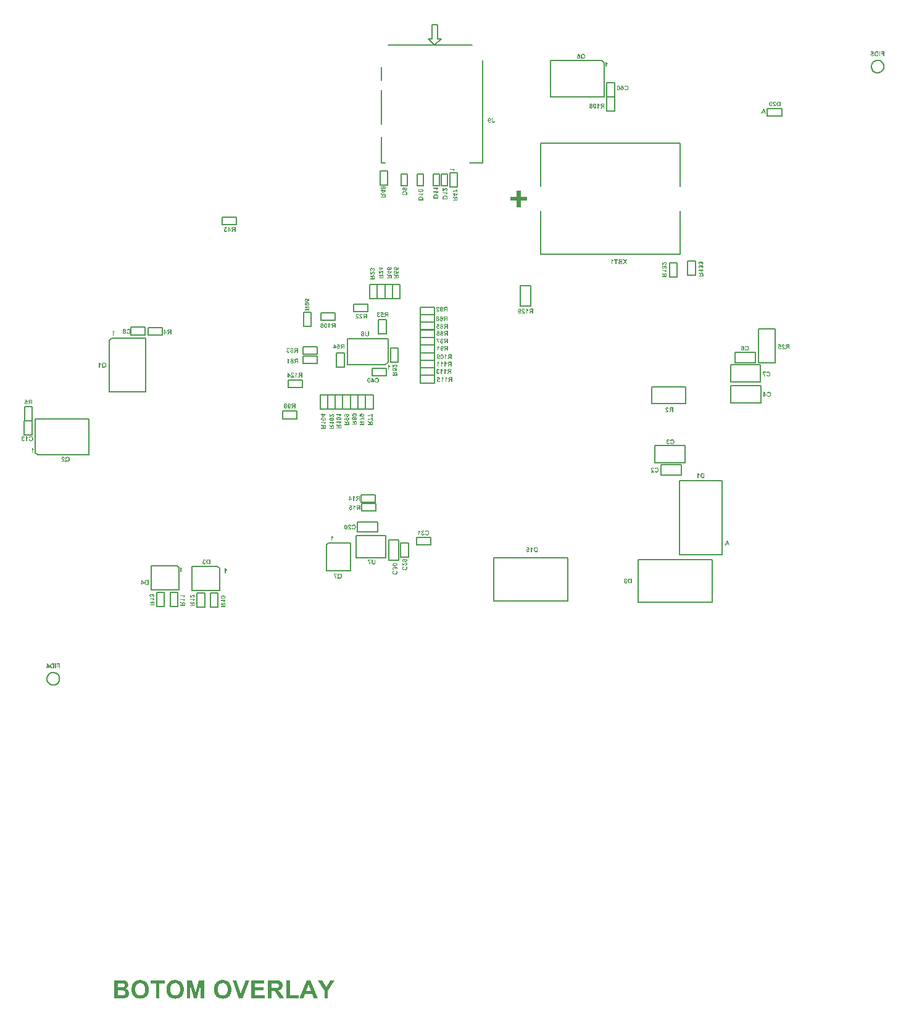
<source format=gbo>
G04*
G04 #@! TF.GenerationSoftware,Altium Limited,Altium Designer,21.4.1 (30)*
G04*
G04 Layer_Color=32896*
%FSLAX25Y25*%
%MOIN*%
G70*
G04*
G04 #@! TF.SameCoordinates,04E9EE4E-D336-421F-817C-04C26E83230A*
G04*
G04*
G04 #@! TF.FilePolarity,Positive*
G04*
G01*
G75*
%ADD10C,0.00500*%
%ADD11C,0.00600*%
G36*
X34912Y148490D02*
X34960Y148412D01*
X35012Y148338D01*
X35063Y148279D01*
X35108Y148231D01*
X35149Y148194D01*
X35163Y148179D01*
X35175Y148168D01*
X35182Y148164D01*
X35186Y148161D01*
X35267Y148102D01*
X35345Y148050D01*
X35415Y148009D01*
X35478Y147979D01*
X35530Y147957D01*
X35567Y147939D01*
X35581Y147935D01*
X35593Y147931D01*
X35596Y147928D01*
X35600D01*
Y147484D01*
X35467Y147536D01*
X35348Y147591D01*
X35293Y147621D01*
X35241Y147654D01*
X35193Y147684D01*
X35149Y147713D01*
X35108Y147743D01*
X35071Y147769D01*
X35041Y147791D01*
X35015Y147813D01*
X34993Y147831D01*
X34978Y147843D01*
X34971Y147850D01*
X34967Y147854D01*
Y146000D01*
X34475D01*
Y148575D01*
X34875D01*
X34912Y148490D01*
D02*
G37*
G36*
X152997Y37610D02*
X153045Y37532D01*
X153097Y37458D01*
X153148Y37399D01*
X153193Y37351D01*
X153234Y37314D01*
X153248Y37299D01*
X153260Y37288D01*
X153267Y37284D01*
X153271Y37280D01*
X153352Y37221D01*
X153430Y37169D01*
X153500Y37129D01*
X153563Y37099D01*
X153615Y37077D01*
X153652Y37058D01*
X153666Y37055D01*
X153678Y37051D01*
X153681Y37047D01*
X153685D01*
Y36603D01*
X153552Y36655D01*
X153433Y36711D01*
X153378Y36740D01*
X153326Y36773D01*
X153278Y36803D01*
X153234Y36833D01*
X153193Y36862D01*
X153156Y36888D01*
X153126Y36910D01*
X153100Y36933D01*
X153078Y36951D01*
X153063Y36962D01*
X153056Y36970D01*
X153052Y36973D01*
Y35120D01*
X152560D01*
Y37695D01*
X152960D01*
X152997Y37610D01*
D02*
G37*
G36*
X367622Y32562D02*
X367074D01*
X366863Y33143D01*
X365834D01*
X365613Y32562D01*
X365054D01*
X366082Y35122D01*
X366630D01*
X367622Y32562D01*
D02*
G37*
G36*
X387277Y266024D02*
X386730D01*
X386519Y266605D01*
X385490D01*
X385268Y266024D01*
X384709D01*
X385738Y268585D01*
X386286D01*
X387277Y266024D01*
D02*
G37*
G36*
X183608Y130009D02*
X183657Y129932D01*
X183708Y129858D01*
X183760Y129798D01*
X183805Y129750D01*
X183845Y129713D01*
X183860Y129699D01*
X183871Y129687D01*
X183879Y129684D01*
X183882Y129680D01*
X183964Y129621D01*
X184041Y129569D01*
X184112Y129528D01*
X184175Y129499D01*
X184226Y129476D01*
X184263Y129458D01*
X184278Y129454D01*
X184289Y129451D01*
X184293Y129447D01*
X184297D01*
Y129003D01*
X184163Y129055D01*
X184045Y129110D01*
X183990Y129140D01*
X183938Y129173D01*
X183890Y129203D01*
X183845Y129232D01*
X183805Y129262D01*
X183768Y129288D01*
X183738Y129310D01*
X183712Y129332D01*
X183690Y129351D01*
X183675Y129362D01*
X183668Y129369D01*
X183664Y129373D01*
Y127519D01*
X183172D01*
Y130094D01*
X183572D01*
X183608Y130009D01*
D02*
G37*
G36*
X254868Y220976D02*
X258181D01*
Y218736D01*
X254868D01*
Y215386D01*
X252573D01*
Y218736D01*
X249259D01*
Y220976D01*
X252573D01*
Y224345D01*
X254868D01*
Y220976D01*
D02*
G37*
G36*
X219222Y235643D02*
X219137Y235606D01*
X219060Y235558D01*
X218986Y235506D01*
X218927Y235454D01*
X218878Y235410D01*
X218841Y235369D01*
X218827Y235354D01*
X218815Y235343D01*
X218812Y235336D01*
X218808Y235332D01*
X218749Y235251D01*
X218697Y235173D01*
X218656Y235103D01*
X218627Y235040D01*
X218605Y234988D01*
X218586Y234951D01*
X218582Y234936D01*
X218579Y234925D01*
X218575Y234922D01*
Y234918D01*
X218131D01*
X218183Y235051D01*
X218238Y235170D01*
X218268Y235225D01*
X218301Y235277D01*
X218331Y235325D01*
X218360Y235369D01*
X218390Y235410D01*
X218416Y235447D01*
X218438Y235477D01*
X218460Y235503D01*
X218479Y235525D01*
X218490Y235540D01*
X218497Y235547D01*
X218501Y235551D01*
X216647D01*
Y236043D01*
X219222D01*
Y235643D01*
D02*
G37*
G36*
X301144Y293588D02*
X301192Y293511D01*
X301243Y293437D01*
X301295Y293377D01*
X301340Y293329D01*
X301380Y293292D01*
X301395Y293277D01*
X301406Y293266D01*
X301414Y293263D01*
X301417Y293259D01*
X301499Y293200D01*
X301576Y293148D01*
X301647Y293107D01*
X301710Y293078D01*
X301762Y293056D01*
X301799Y293037D01*
X301813Y293033D01*
X301824Y293030D01*
X301828Y293026D01*
X301832D01*
Y292582D01*
X301699Y292634D01*
X301580Y292689D01*
X301525Y292719D01*
X301473Y292752D01*
X301425Y292782D01*
X301380Y292811D01*
X301340Y292841D01*
X301303Y292867D01*
X301273Y292889D01*
X301247Y292911D01*
X301225Y292930D01*
X301210Y292941D01*
X301203Y292948D01*
X301199Y292952D01*
Y291098D01*
X300707D01*
Y293673D01*
X301107D01*
X301144Y293588D01*
D02*
G37*
G36*
X-8752Y85091D02*
X-8704Y85014D01*
X-8653Y84940D01*
X-8601Y84880D01*
X-8556Y84832D01*
X-8516Y84795D01*
X-8501Y84781D01*
X-8490Y84769D01*
X-8482Y84766D01*
X-8479Y84762D01*
X-8397Y84703D01*
X-8320Y84651D01*
X-8249Y84610D01*
X-8186Y84581D01*
X-8134Y84558D01*
X-8098Y84540D01*
X-8083Y84536D01*
X-8072Y84533D01*
X-8068Y84529D01*
X-8064D01*
Y84085D01*
X-8197Y84137D01*
X-8316Y84192D01*
X-8371Y84222D01*
X-8423Y84255D01*
X-8471Y84285D01*
X-8516Y84314D01*
X-8556Y84344D01*
X-8593Y84370D01*
X-8623Y84392D01*
X-8649Y84414D01*
X-8671Y84433D01*
X-8686Y84444D01*
X-8693Y84451D01*
X-8697Y84455D01*
Y82601D01*
X-9189D01*
Y85176D01*
X-8789D01*
X-8752Y85091D01*
D02*
G37*
G36*
X95492Y20050D02*
X95540Y19973D01*
X95592Y19899D01*
X95644Y19839D01*
X95688Y19791D01*
X95729Y19754D01*
X95744Y19739D01*
X95755Y19728D01*
X95762Y19725D01*
X95766Y19721D01*
X95848Y19662D01*
X95925Y19610D01*
X95996Y19569D01*
X96058Y19540D01*
X96110Y19518D01*
X96147Y19499D01*
X96162Y19495D01*
X96173Y19492D01*
X96177Y19488D01*
X96181D01*
Y19044D01*
X96047Y19096D01*
X95929Y19151D01*
X95873Y19181D01*
X95822Y19214D01*
X95774Y19244D01*
X95729Y19273D01*
X95688Y19303D01*
X95652Y19329D01*
X95622Y19351D01*
X95596Y19373D01*
X95574Y19392D01*
X95559Y19403D01*
X95552Y19410D01*
X95548Y19414D01*
Y17560D01*
X95056D01*
Y20135D01*
X95455D01*
X95492Y20050D01*
D02*
G37*
G36*
X71363Y20615D02*
X71411Y20538D01*
X71463Y20463D01*
X71515Y20404D01*
X71559Y20356D01*
X71600Y20319D01*
X71614Y20304D01*
X71626Y20293D01*
X71633Y20290D01*
X71637Y20286D01*
X71718Y20227D01*
X71796Y20175D01*
X71866Y20134D01*
X71929Y20105D01*
X71981Y20082D01*
X72018Y20064D01*
X72033Y20060D01*
X72044Y20056D01*
X72047Y20053D01*
X72051D01*
Y19609D01*
X71918Y19661D01*
X71799Y19716D01*
X71744Y19746D01*
X71692Y19779D01*
X71644Y19809D01*
X71600Y19838D01*
X71559Y19868D01*
X71522Y19894D01*
X71492Y19916D01*
X71466Y19938D01*
X71444Y19957D01*
X71430Y19968D01*
X71422Y19975D01*
X71418Y19979D01*
Y18125D01*
X70926D01*
Y20700D01*
X71326D01*
X71363Y20615D01*
D02*
G37*
G36*
X150704Y-208016D02*
Y-212094D01*
X148736D01*
Y-208002D01*
X145179Y-202364D01*
X147470D01*
X149762Y-206217D01*
X151998Y-202364D01*
X154262D01*
X150704Y-208016D01*
D02*
G37*
G36*
X83765Y-212094D02*
X81951D01*
X81937Y-204445D01*
X80025Y-212094D01*
X78127D01*
X76214Y-204445D01*
Y-212094D01*
X74401D01*
Y-202364D01*
X77339D01*
X79083Y-209015D01*
X80812Y-202364D01*
X83765D01*
Y-212094D01*
D02*
G37*
G36*
X104728D02*
X102605D01*
X99118Y-202364D01*
X101241D01*
X103716Y-209563D01*
X106092Y-202364D01*
X108187D01*
X104728Y-212094D01*
D02*
G37*
G36*
X145136D02*
X143014D01*
X142170Y-209886D01*
X138261D01*
X137460Y-212094D01*
X135379D01*
X139147Y-202364D01*
X141228D01*
X145136Y-212094D01*
D02*
G37*
G36*
X130078Y-210449D02*
X134971D01*
Y-212094D01*
X128110D01*
Y-202434D01*
X130078D01*
Y-210449D01*
D02*
G37*
G36*
X122767Y-202378D02*
X122922D01*
X123076Y-202392D01*
X123259D01*
X123625Y-202434D01*
X124004Y-202477D01*
X124356Y-202547D01*
X124511Y-202589D01*
X124651Y-202631D01*
X124665D01*
X124679Y-202645D01*
X124764Y-202688D01*
X124890Y-202758D01*
X125059Y-202842D01*
X125242Y-202983D01*
X125424Y-203137D01*
X125607Y-203334D01*
X125776Y-203573D01*
Y-203587D01*
X125790Y-203602D01*
X125818Y-203644D01*
X125846Y-203686D01*
X125917Y-203826D01*
X126001Y-204009D01*
X126071Y-204234D01*
X126142Y-204487D01*
X126198Y-204783D01*
X126212Y-205092D01*
Y-205106D01*
Y-205134D01*
Y-205204D01*
X126198Y-205275D01*
Y-205373D01*
X126184Y-205471D01*
X126127Y-205725D01*
X126057Y-206020D01*
X125945Y-206315D01*
X125776Y-206624D01*
X125678Y-206765D01*
X125565Y-206906D01*
X125551Y-206920D01*
X125537Y-206934D01*
X125495Y-206976D01*
X125438Y-207018D01*
X125382Y-207074D01*
X125298Y-207145D01*
X125199Y-207215D01*
X125087Y-207285D01*
X124960Y-207369D01*
X124806Y-207440D01*
X124651Y-207510D01*
X124482Y-207580D01*
X124285Y-207651D01*
X124089Y-207707D01*
X123878Y-207763D01*
X123639Y-207805D01*
X123653D01*
X123667Y-207820D01*
X123751Y-207876D01*
X123864Y-207946D01*
X124004Y-208044D01*
X124173Y-208171D01*
X124342Y-208297D01*
X124525Y-208452D01*
X124679Y-208621D01*
X124693Y-208635D01*
X124764Y-208705D01*
X124848Y-208818D01*
X124975Y-208986D01*
X125143Y-209197D01*
X125228Y-209338D01*
X125326Y-209478D01*
X125438Y-209633D01*
X125551Y-209802D01*
X125678Y-209999D01*
X125804Y-210196D01*
X126999Y-212094D01*
X124637D01*
X123231Y-209985D01*
X123217Y-209971D01*
X123203Y-209928D01*
X123161Y-209872D01*
X123105Y-209802D01*
X123048Y-209718D01*
X122978Y-209605D01*
X122823Y-209380D01*
X122641Y-209127D01*
X122472Y-208902D01*
X122317Y-208691D01*
X122247Y-208621D01*
X122191Y-208551D01*
X122177Y-208537D01*
X122148Y-208508D01*
X122092Y-208452D01*
X122022Y-208382D01*
X121923Y-208326D01*
X121825Y-208255D01*
X121713Y-208199D01*
X121600Y-208143D01*
X121586D01*
X121544Y-208129D01*
X121474Y-208101D01*
X121361Y-208087D01*
X121221Y-208059D01*
X121052Y-208044D01*
X120855Y-208030D01*
X120222D01*
Y-212094D01*
X118254D01*
Y-202364D01*
X122641D01*
X122767Y-202378D01*
D02*
G37*
G36*
X116398Y-204009D02*
X111153D01*
Y-206160D01*
X116032D01*
Y-207805D01*
X111153D01*
Y-210449D01*
X116581D01*
Y-212094D01*
X109185D01*
Y-202364D01*
X116398D01*
Y-204009D01*
D02*
G37*
G36*
X62576D02*
X59708D01*
Y-212094D01*
X57740D01*
Y-204009D01*
X54857D01*
Y-202364D01*
X62576D01*
Y-204009D01*
D02*
G37*
G36*
X39687Y-202378D02*
X39968Y-202392D01*
X40249Y-202406D01*
X40516Y-202434D01*
X40755Y-202463D01*
X40783D01*
X40854Y-202477D01*
X40952Y-202505D01*
X41093Y-202547D01*
X41247Y-202603D01*
X41416Y-202674D01*
X41599Y-202758D01*
X41767Y-202870D01*
X41781Y-202884D01*
X41838Y-202927D01*
X41922Y-202997D01*
X42035Y-203081D01*
X42147Y-203208D01*
X42274Y-203348D01*
X42400Y-203503D01*
X42513Y-203686D01*
X42527Y-203714D01*
X42555Y-203770D01*
X42611Y-203883D01*
X42667Y-204023D01*
X42724Y-204192D01*
X42780Y-204375D01*
X42808Y-204600D01*
X42822Y-204825D01*
Y-204839D01*
Y-204853D01*
Y-204937D01*
X42808Y-205064D01*
X42780Y-205232D01*
X42724Y-205429D01*
X42667Y-205640D01*
X42569Y-205851D01*
X42442Y-206076D01*
X42428Y-206104D01*
X42372Y-206174D01*
X42288Y-206273D01*
X42189Y-206399D01*
X42049Y-206526D01*
X41880Y-206681D01*
X41683Y-206807D01*
X41458Y-206934D01*
X41472D01*
X41500Y-206948D01*
X41543Y-206962D01*
X41599Y-206976D01*
X41767Y-207046D01*
X41964Y-207145D01*
X42175Y-207257D01*
X42414Y-207412D01*
X42625Y-207594D01*
X42822Y-207820D01*
X42836Y-207848D01*
X42892Y-207932D01*
X42977Y-208059D01*
X43061Y-208227D01*
X43145Y-208452D01*
X43230Y-208691D01*
X43286Y-208972D01*
X43300Y-209282D01*
Y-209296D01*
Y-209310D01*
Y-209394D01*
X43286Y-209521D01*
X43258Y-209689D01*
X43230Y-209886D01*
X43173Y-210111D01*
X43089Y-210336D01*
X42991Y-210575D01*
X42977Y-210603D01*
X42934Y-210674D01*
X42864Y-210786D01*
X42766Y-210927D01*
X42653Y-211095D01*
X42498Y-211250D01*
X42344Y-211419D01*
X42147Y-211574D01*
X42119Y-211588D01*
X42049Y-211630D01*
X41936Y-211700D01*
X41781Y-211770D01*
X41585Y-211855D01*
X41360Y-211925D01*
X41107Y-211995D01*
X40825Y-212037D01*
X40769D01*
X40713Y-212052D01*
X40572D01*
X40474Y-212066D01*
X40207D01*
X40038Y-212080D01*
X39616D01*
X39377Y-212094D01*
X35159D01*
Y-202364D01*
X39433D01*
X39687Y-202378D01*
D02*
G37*
G36*
X94042Y-202196D02*
X94183D01*
X94366Y-202224D01*
X94577Y-202252D01*
X94816Y-202294D01*
X95069Y-202350D01*
X95336Y-202420D01*
X95617Y-202505D01*
X95898Y-202617D01*
X96194Y-202744D01*
X96475Y-202899D01*
X96756Y-203081D01*
X97023Y-203292D01*
X97276Y-203531D01*
X97290Y-203545D01*
X97333Y-203587D01*
X97403Y-203672D01*
X97473Y-203770D01*
X97572Y-203911D01*
X97684Y-204080D01*
X97796Y-204276D01*
X97923Y-204501D01*
X98050Y-204740D01*
X98162Y-205022D01*
X98274Y-205331D01*
X98373Y-205654D01*
X98457Y-206020D01*
X98514Y-206399D01*
X98556Y-206807D01*
X98570Y-207243D01*
Y-207271D01*
Y-207341D01*
X98556Y-207468D01*
Y-207637D01*
X98528Y-207834D01*
X98500Y-208059D01*
X98457Y-208326D01*
X98415Y-208593D01*
X98345Y-208888D01*
X98260Y-209197D01*
X98148Y-209507D01*
X98022Y-209816D01*
X97881Y-210111D01*
X97698Y-210406D01*
X97501Y-210688D01*
X97276Y-210955D01*
X97262Y-210969D01*
X97220Y-211011D01*
X97150Y-211081D01*
X97037Y-211166D01*
X96911Y-211264D01*
X96756Y-211377D01*
X96573Y-211489D01*
X96376Y-211616D01*
X96137Y-211742D01*
X95884Y-211855D01*
X95603Y-211967D01*
X95294Y-212066D01*
X94971Y-212150D01*
X94619Y-212220D01*
X94253Y-212262D01*
X93860Y-212277D01*
X93761D01*
X93649Y-212262D01*
X93508Y-212248D01*
X93325Y-212234D01*
X93115Y-212206D01*
X92875Y-212164D01*
X92622Y-212108D01*
X92341Y-212037D01*
X92074Y-211953D01*
X91779Y-211841D01*
X91498Y-211714D01*
X91202Y-211574D01*
X90935Y-211391D01*
X90668Y-211194D01*
X90415Y-210955D01*
X90401Y-210941D01*
X90359Y-210899D01*
X90302Y-210814D01*
X90218Y-210716D01*
X90120Y-210575D01*
X90007Y-210406D01*
X89895Y-210224D01*
X89782Y-209999D01*
X89656Y-209760D01*
X89543Y-209478D01*
X89431Y-209183D01*
X89332Y-208860D01*
X89248Y-208508D01*
X89192Y-208129D01*
X89150Y-207721D01*
X89136Y-207299D01*
Y-207285D01*
Y-207229D01*
Y-207159D01*
X89150Y-207046D01*
Y-206920D01*
X89164Y-206779D01*
X89178Y-206610D01*
X89192Y-206428D01*
X89248Y-206034D01*
X89318Y-205612D01*
X89431Y-205190D01*
X89571Y-204797D01*
Y-204783D01*
X89586Y-204768D01*
X89614Y-204726D01*
X89628Y-204670D01*
X89712Y-204529D01*
X89810Y-204347D01*
X89937Y-204136D01*
X90092Y-203925D01*
X90274Y-203686D01*
X90471Y-203461D01*
X90485Y-203447D01*
X90499Y-203433D01*
X90570Y-203362D01*
X90696Y-203250D01*
X90851Y-203123D01*
X91034Y-202983D01*
X91245Y-202828D01*
X91484Y-202688D01*
X91737Y-202575D01*
X91751D01*
X91779Y-202561D01*
X91835Y-202533D01*
X91905Y-202519D01*
X91990Y-202477D01*
X92088Y-202449D01*
X92215Y-202420D01*
X92341Y-202378D01*
X92651Y-202308D01*
X93002Y-202238D01*
X93410Y-202196D01*
X93832Y-202181D01*
X93930D01*
X94042Y-202196D01*
D02*
G37*
G36*
X68355D02*
X68496D01*
X68678Y-202224D01*
X68889Y-202252D01*
X69128Y-202294D01*
X69381Y-202350D01*
X69648Y-202420D01*
X69930Y-202505D01*
X70211Y-202617D01*
X70506Y-202744D01*
X70787Y-202899D01*
X71068Y-203081D01*
X71336Y-203292D01*
X71589Y-203531D01*
X71603Y-203545D01*
X71645Y-203587D01*
X71715Y-203672D01*
X71785Y-203770D01*
X71884Y-203911D01*
X71996Y-204080D01*
X72109Y-204276D01*
X72235Y-204501D01*
X72362Y-204740D01*
X72474Y-205022D01*
X72587Y-205331D01*
X72685Y-205654D01*
X72770Y-206020D01*
X72826Y-206399D01*
X72868Y-206807D01*
X72882Y-207243D01*
Y-207271D01*
Y-207341D01*
X72868Y-207468D01*
Y-207637D01*
X72840Y-207834D01*
X72812Y-208059D01*
X72770Y-208326D01*
X72728Y-208593D01*
X72657Y-208888D01*
X72573Y-209197D01*
X72460Y-209507D01*
X72334Y-209816D01*
X72193Y-210111D01*
X72010Y-210406D01*
X71814Y-210688D01*
X71589Y-210955D01*
X71575Y-210969D01*
X71532Y-211011D01*
X71462Y-211081D01*
X71350Y-211166D01*
X71223Y-211264D01*
X71068Y-211377D01*
X70886Y-211489D01*
X70689Y-211616D01*
X70450Y-211742D01*
X70197Y-211855D01*
X69915Y-211967D01*
X69606Y-212066D01*
X69283Y-212150D01*
X68931Y-212220D01*
X68566Y-212262D01*
X68172Y-212277D01*
X68074D01*
X67961Y-212262D01*
X67821Y-212248D01*
X67638Y-212234D01*
X67427Y-212206D01*
X67188Y-212164D01*
X66935Y-212108D01*
X66654Y-212037D01*
X66386Y-211953D01*
X66091Y-211841D01*
X65810Y-211714D01*
X65515Y-211574D01*
X65248Y-211391D01*
X64981Y-211194D01*
X64727Y-210955D01*
X64713Y-210941D01*
X64671Y-210899D01*
X64615Y-210814D01*
X64531Y-210716D01*
X64432Y-210575D01*
X64320Y-210406D01*
X64207Y-210224D01*
X64095Y-209999D01*
X63968Y-209760D01*
X63856Y-209478D01*
X63743Y-209183D01*
X63645Y-208860D01*
X63560Y-208508D01*
X63504Y-208129D01*
X63462Y-207721D01*
X63448Y-207299D01*
Y-207285D01*
Y-207229D01*
Y-207159D01*
X63462Y-207046D01*
Y-206920D01*
X63476Y-206779D01*
X63490Y-206610D01*
X63504Y-206428D01*
X63560Y-206034D01*
X63631Y-205612D01*
X63743Y-205190D01*
X63884Y-204797D01*
Y-204783D01*
X63898Y-204768D01*
X63926Y-204726D01*
X63940Y-204670D01*
X64024Y-204529D01*
X64123Y-204347D01*
X64249Y-204136D01*
X64404Y-203925D01*
X64587Y-203686D01*
X64784Y-203461D01*
X64798Y-203447D01*
X64812Y-203433D01*
X64882Y-203362D01*
X65009Y-203250D01*
X65163Y-203123D01*
X65346Y-202983D01*
X65557Y-202828D01*
X65796Y-202688D01*
X66049Y-202575D01*
X66063D01*
X66091Y-202561D01*
X66148Y-202533D01*
X66218Y-202519D01*
X66302Y-202477D01*
X66400Y-202449D01*
X66527Y-202420D01*
X66654Y-202378D01*
X66963Y-202308D01*
X67314Y-202238D01*
X67722Y-202196D01*
X68144Y-202181D01*
X68242D01*
X68355Y-202196D01*
D02*
G37*
G36*
X49472D02*
X49613D01*
X49796Y-202224D01*
X50007Y-202252D01*
X50246Y-202294D01*
X50499Y-202350D01*
X50766Y-202420D01*
X51047Y-202505D01*
X51328Y-202617D01*
X51623Y-202744D01*
X51905Y-202899D01*
X52186Y-203081D01*
X52453Y-203292D01*
X52706Y-203531D01*
X52720Y-203545D01*
X52762Y-203587D01*
X52833Y-203672D01*
X52903Y-203770D01*
X53001Y-203911D01*
X53114Y-204080D01*
X53226Y-204276D01*
X53353Y-204501D01*
X53479Y-204740D01*
X53592Y-205022D01*
X53704Y-205331D01*
X53803Y-205654D01*
X53887Y-206020D01*
X53943Y-206399D01*
X53986Y-206807D01*
X54000Y-207243D01*
Y-207271D01*
Y-207341D01*
X53986Y-207468D01*
Y-207637D01*
X53957Y-207834D01*
X53929Y-208059D01*
X53887Y-208326D01*
X53845Y-208593D01*
X53775Y-208888D01*
X53690Y-209197D01*
X53578Y-209507D01*
X53451Y-209816D01*
X53311Y-210111D01*
X53128Y-210406D01*
X52931Y-210688D01*
X52706Y-210955D01*
X52692Y-210969D01*
X52650Y-211011D01*
X52579Y-211081D01*
X52467Y-211166D01*
X52341Y-211264D01*
X52186Y-211377D01*
X52003Y-211489D01*
X51806Y-211616D01*
X51567Y-211742D01*
X51314Y-211855D01*
X51033Y-211967D01*
X50724Y-212066D01*
X50400Y-212150D01*
X50049Y-212220D01*
X49683Y-212262D01*
X49290Y-212277D01*
X49191D01*
X49079Y-212262D01*
X48938Y-212248D01*
X48755Y-212234D01*
X48544Y-212206D01*
X48305Y-212164D01*
X48052Y-212108D01*
X47771Y-212037D01*
X47504Y-211953D01*
X47209Y-211841D01*
X46927Y-211714D01*
X46632Y-211574D01*
X46365Y-211391D01*
X46098Y-211194D01*
X45845Y-210955D01*
X45831Y-210941D01*
X45789Y-210899D01*
X45732Y-210814D01*
X45648Y-210716D01*
X45549Y-210575D01*
X45437Y-210406D01*
X45325Y-210224D01*
X45212Y-209999D01*
X45086Y-209760D01*
X44973Y-209478D01*
X44861Y-209183D01*
X44762Y-208860D01*
X44678Y-208508D01*
X44622Y-208129D01*
X44579Y-207721D01*
X44565Y-207299D01*
Y-207285D01*
Y-207229D01*
Y-207159D01*
X44579Y-207046D01*
Y-206920D01*
X44594Y-206779D01*
X44607Y-206610D01*
X44622Y-206428D01*
X44678Y-206034D01*
X44748Y-205612D01*
X44861Y-205190D01*
X45001Y-204797D01*
Y-204783D01*
X45015Y-204768D01*
X45043Y-204726D01*
X45057Y-204670D01*
X45142Y-204529D01*
X45240Y-204347D01*
X45367Y-204136D01*
X45521Y-203925D01*
X45704Y-203686D01*
X45901Y-203461D01*
X45915Y-203447D01*
X45929Y-203433D01*
X46000Y-203362D01*
X46126Y-203250D01*
X46281Y-203123D01*
X46464Y-202983D01*
X46674Y-202828D01*
X46913Y-202688D01*
X47166Y-202575D01*
X47181D01*
X47209Y-202561D01*
X47265Y-202533D01*
X47335Y-202519D01*
X47420Y-202477D01*
X47518Y-202449D01*
X47644Y-202420D01*
X47771Y-202378D01*
X48080Y-202308D01*
X48432Y-202238D01*
X48840Y-202196D01*
X49261Y-202181D01*
X49360D01*
X49472Y-202196D01*
D02*
G37*
G36*
X163708Y52944D02*
X163312Y52888D01*
X163279Y52921D01*
X163245Y52951D01*
X163212Y52977D01*
X163179Y52999D01*
X163116Y53032D01*
X163057Y53054D01*
X163005Y53066D01*
X162968Y53073D01*
X162953Y53077D01*
X162931D01*
X162872Y53073D01*
X162816Y53058D01*
X162768Y53040D01*
X162727Y53018D01*
X162698Y52992D01*
X162672Y52973D01*
X162657Y52958D01*
X162653Y52955D01*
X162616Y52907D01*
X162590Y52851D01*
X162572Y52792D01*
X162561Y52733D01*
X162550Y52681D01*
X162546Y52640D01*
Y52622D01*
Y52611D01*
Y52603D01*
Y52600D01*
X162550Y52511D01*
X162561Y52433D01*
X162579Y52370D01*
X162598Y52318D01*
X162620Y52274D01*
X162635Y52244D01*
X162650Y52229D01*
X162653Y52222D01*
X162694Y52181D01*
X162738Y52148D01*
X162783Y52126D01*
X162823Y52111D01*
X162861Y52104D01*
X162890Y52100D01*
X162909Y52096D01*
X162916D01*
X162964Y52100D01*
X163012Y52111D01*
X163053Y52126D01*
X163086Y52144D01*
X163116Y52163D01*
X163138Y52178D01*
X163153Y52189D01*
X163156Y52192D01*
X163190Y52233D01*
X163219Y52274D01*
X163242Y52318D01*
X163256Y52359D01*
X163268Y52396D01*
X163275Y52429D01*
X163279Y52448D01*
Y52455D01*
X163767Y52403D01*
X163756Y52344D01*
X163745Y52289D01*
X163708Y52189D01*
X163667Y52100D01*
X163645Y52063D01*
X163619Y52026D01*
X163597Y51996D01*
X163578Y51970D01*
X163556Y51948D01*
X163541Y51926D01*
X163526Y51911D01*
X163515Y51900D01*
X163508Y51897D01*
X163504Y51893D01*
X163460Y51859D01*
X163416Y51830D01*
X163367Y51804D01*
X163319Y51785D01*
X163219Y51749D01*
X163131Y51726D01*
X163086Y51719D01*
X163049Y51715D01*
X163012Y51711D01*
X162983Y51708D01*
X162957Y51704D01*
X162923D01*
X162842Y51708D01*
X162764Y51719D01*
X162694Y51734D01*
X162627Y51756D01*
X162565Y51782D01*
X162509Y51811D01*
X162457Y51841D01*
X162409Y51874D01*
X162368Y51904D01*
X162331Y51933D01*
X162298Y51963D01*
X162272Y51989D01*
X162254Y52011D01*
X162239Y52026D01*
X162232Y52037D01*
X162228Y52041D01*
X162195Y52089D01*
X162165Y52137D01*
X162143Y52185D01*
X162120Y52237D01*
X162087Y52333D01*
X162065Y52422D01*
X162058Y52459D01*
X162054Y52496D01*
X162047Y52529D01*
Y52559D01*
X162043Y52581D01*
Y52596D01*
Y52607D01*
Y52611D01*
X162047Y52681D01*
X162054Y52747D01*
X162065Y52810D01*
X162080Y52870D01*
X162095Y52921D01*
X162117Y52973D01*
X162135Y53021D01*
X162157Y53062D01*
X162180Y53099D01*
X162198Y53132D01*
X162220Y53162D01*
X162235Y53184D01*
X162250Y53202D01*
X162261Y53217D01*
X162268Y53225D01*
X162272Y53228D01*
X162317Y53269D01*
X162361Y53306D01*
X162409Y53339D01*
X162457Y53369D01*
X162502Y53391D01*
X162550Y53410D01*
X162635Y53439D01*
X162675Y53451D01*
X162713Y53458D01*
X162746Y53461D01*
X162772Y53465D01*
X162794Y53469D01*
X162827D01*
X162890Y53465D01*
X162953Y53454D01*
X163008Y53443D01*
X163060Y53428D01*
X163101Y53410D01*
X163134Y53399D01*
X163156Y53387D01*
X163160Y53384D01*
X163164D01*
X163086Y53821D01*
X162157D01*
Y54279D01*
X163456D01*
X163708Y52944D01*
D02*
G37*
G36*
X164947Y54242D02*
X164995Y54164D01*
X165047Y54090D01*
X165099Y54031D01*
X165143Y53983D01*
X165184Y53946D01*
X165199Y53931D01*
X165210Y53920D01*
X165217Y53917D01*
X165221Y53913D01*
X165303Y53854D01*
X165380Y53802D01*
X165451Y53761D01*
X165513Y53732D01*
X165565Y53710D01*
X165602Y53691D01*
X165617Y53687D01*
X165628Y53684D01*
X165632Y53680D01*
X165636D01*
Y53236D01*
X165502Y53288D01*
X165384Y53343D01*
X165328Y53373D01*
X165277Y53406D01*
X165228Y53436D01*
X165184Y53465D01*
X165143Y53495D01*
X165106Y53521D01*
X165077Y53543D01*
X165051Y53565D01*
X165029Y53584D01*
X165014Y53595D01*
X165006Y53602D01*
X165003Y53606D01*
Y51752D01*
X164511D01*
Y54327D01*
X164910D01*
X164947Y54242D01*
D02*
G37*
G36*
X168237Y51752D02*
X167719D01*
Y52821D01*
X167552D01*
X167500Y52818D01*
X167456Y52814D01*
X167419Y52807D01*
X167389Y52803D01*
X167371Y52796D01*
X167360Y52792D01*
X167356D01*
X167326Y52777D01*
X167297Y52762D01*
X167271Y52744D01*
X167245Y52729D01*
X167227Y52710D01*
X167212Y52696D01*
X167204Y52688D01*
X167201Y52685D01*
X167186Y52666D01*
X167167Y52648D01*
X167127Y52592D01*
X167082Y52533D01*
X167034Y52466D01*
X166993Y52407D01*
X166975Y52377D01*
X166960Y52355D01*
X166945Y52337D01*
X166934Y52322D01*
X166930Y52311D01*
X166927Y52307D01*
X166557Y51752D01*
X165935D01*
X166250Y52252D01*
X166283Y52303D01*
X166316Y52355D01*
X166346Y52400D01*
X166376Y52440D01*
X166401Y52477D01*
X166424Y52514D01*
X166468Y52570D01*
X166501Y52614D01*
X166524Y52644D01*
X166542Y52662D01*
X166546Y52666D01*
X166586Y52710D01*
X166635Y52751D01*
X166679Y52785D01*
X166723Y52818D01*
X166760Y52844D01*
X166790Y52862D01*
X166812Y52877D01*
X166816Y52881D01*
X166820D01*
X166757Y52892D01*
X166701Y52907D01*
X166649Y52921D01*
X166597Y52940D01*
X166553Y52958D01*
X166512Y52977D01*
X166472Y52995D01*
X166438Y53018D01*
X166409Y53036D01*
X166383Y53054D01*
X166361Y53073D01*
X166346Y53088D01*
X166331Y53099D01*
X166320Y53110D01*
X166316Y53114D01*
X166313Y53117D01*
X166283Y53154D01*
X166257Y53191D01*
X166213Y53273D01*
X166183Y53351D01*
X166165Y53428D01*
X166150Y53495D01*
X166146Y53521D01*
Y53547D01*
X166142Y53565D01*
Y53584D01*
Y53591D01*
Y53595D01*
X166146Y53676D01*
X166161Y53754D01*
X166179Y53821D01*
X166198Y53880D01*
X166220Y53928D01*
X166239Y53965D01*
X166246Y53976D01*
X166253Y53987D01*
X166257Y53991D01*
Y53994D01*
X166302Y54057D01*
X166350Y54109D01*
X166398Y54150D01*
X166446Y54187D01*
X166490Y54209D01*
X166524Y54227D01*
X166546Y54238D01*
X166549Y54242D01*
X166553D01*
X166590Y54253D01*
X166631Y54264D01*
X166723Y54283D01*
X166823Y54294D01*
X166919Y54305D01*
X166967D01*
X167008Y54309D01*
X167049D01*
X167082Y54312D01*
X168237D01*
Y51752D01*
D02*
G37*
G36*
X164692Y59211D02*
X164740Y59133D01*
X164792Y59059D01*
X164844Y59000D01*
X164888Y58952D01*
X164929Y58915D01*
X164944Y58900D01*
X164955Y58889D01*
X164962Y58885D01*
X164966Y58882D01*
X165047Y58823D01*
X165125Y58771D01*
X165195Y58730D01*
X165258Y58700D01*
X165310Y58678D01*
X165347Y58660D01*
X165362Y58656D01*
X165373Y58652D01*
X165377Y58649D01*
X165380D01*
Y58205D01*
X165247Y58256D01*
X165129Y58312D01*
X165073Y58341D01*
X165022Y58375D01*
X164973Y58404D01*
X164929Y58434D01*
X164888Y58464D01*
X164851Y58490D01*
X164822Y58512D01*
X164796Y58534D01*
X164774Y58552D01*
X164759Y58564D01*
X164751Y58571D01*
X164748Y58575D01*
Y56721D01*
X164255D01*
Y59296D01*
X164655D01*
X164692Y59211D01*
D02*
G37*
G36*
X167981Y56721D02*
X167463D01*
Y57790D01*
X167297D01*
X167245Y57787D01*
X167201Y57783D01*
X167164Y57775D01*
X167134Y57772D01*
X167116Y57764D01*
X167104Y57761D01*
X167101D01*
X167071Y57746D01*
X167042Y57731D01*
X167016Y57713D01*
X166990Y57698D01*
X166971Y57679D01*
X166956Y57664D01*
X166949Y57657D01*
X166946Y57653D01*
X166931Y57635D01*
X166912Y57616D01*
X166872Y57561D01*
X166827Y57502D01*
X166779Y57435D01*
X166738Y57376D01*
X166720Y57346D01*
X166705Y57324D01*
X166690Y57306D01*
X166679Y57291D01*
X166675Y57280D01*
X166672Y57276D01*
X166302Y56721D01*
X165680D01*
X165995Y57220D01*
X166028Y57272D01*
X166061Y57324D01*
X166091Y57368D01*
X166120Y57409D01*
X166146Y57446D01*
X166168Y57483D01*
X166213Y57539D01*
X166246Y57583D01*
X166268Y57613D01*
X166287Y57631D01*
X166291Y57635D01*
X166331Y57679D01*
X166379Y57720D01*
X166424Y57753D01*
X166468Y57787D01*
X166505Y57812D01*
X166535Y57831D01*
X166557Y57846D01*
X166561Y57849D01*
X166564D01*
X166501Y57860D01*
X166446Y57875D01*
X166394Y57890D01*
X166342Y57909D01*
X166298Y57927D01*
X166257Y57946D01*
X166217Y57964D01*
X166183Y57986D01*
X166154Y58005D01*
X166128Y58023D01*
X166105Y58042D01*
X166091Y58057D01*
X166076Y58068D01*
X166065Y58079D01*
X166061Y58082D01*
X166057Y58086D01*
X166028Y58123D01*
X166002Y58160D01*
X165957Y58242D01*
X165928Y58319D01*
X165909Y58397D01*
X165895Y58464D01*
X165891Y58490D01*
Y58515D01*
X165887Y58534D01*
Y58552D01*
Y58560D01*
Y58564D01*
X165891Y58645D01*
X165906Y58723D01*
X165924Y58789D01*
X165943Y58848D01*
X165965Y58896D01*
X165983Y58934D01*
X165991Y58945D01*
X165998Y58956D01*
X166002Y58959D01*
Y58963D01*
X166046Y59026D01*
X166095Y59078D01*
X166143Y59118D01*
X166191Y59155D01*
X166235Y59178D01*
X166268Y59196D01*
X166291Y59207D01*
X166294Y59211D01*
X166298D01*
X166335Y59222D01*
X166376Y59233D01*
X166468Y59252D01*
X166568Y59263D01*
X166664Y59274D01*
X166712D01*
X166753Y59278D01*
X166794D01*
X166827Y59281D01*
X167981D01*
Y56721D01*
D02*
G37*
G36*
X163604Y57661D02*
Y57235D01*
X162554D01*
Y56721D01*
X162080D01*
Y57235D01*
X161762D01*
Y57664D01*
X162080D01*
Y59292D01*
X162494D01*
X163604Y57661D01*
D02*
G37*
G36*
X391910Y272357D02*
X391969Y272353D01*
X392084Y272335D01*
X392180Y272305D01*
X392224Y272290D01*
X392265Y272271D01*
X392302Y272257D01*
X392332Y272238D01*
X392361Y272223D01*
X392384Y272212D01*
X392402Y272198D01*
X392413Y272190D01*
X392421Y272186D01*
X392424Y272183D01*
X392465Y272146D01*
X392502Y272109D01*
X392535Y272064D01*
X392565Y272016D01*
X392609Y271920D01*
X392646Y271828D01*
X392657Y271779D01*
X392668Y271739D01*
X392680Y271702D01*
X392683Y271668D01*
X392691Y271639D01*
Y271620D01*
X392694Y271605D01*
Y271602D01*
X392206Y271554D01*
X392198Y271628D01*
X392184Y271691D01*
X392169Y271746D01*
X392150Y271787D01*
X392136Y271820D01*
X392121Y271842D01*
X392110Y271857D01*
X392106Y271861D01*
X392069Y271890D01*
X392028Y271913D01*
X391988Y271931D01*
X391947Y271942D01*
X391914Y271950D01*
X391884Y271953D01*
X391858D01*
X391803Y271950D01*
X391755Y271938D01*
X391714Y271924D01*
X391677Y271909D01*
X391651Y271894D01*
X391629Y271879D01*
X391618Y271868D01*
X391614Y271865D01*
X391584Y271828D01*
X391562Y271787D01*
X391547Y271746D01*
X391536Y271706D01*
X391529Y271668D01*
X391525Y271635D01*
Y271617D01*
Y271613D01*
Y271609D01*
X391529Y271554D01*
X391540Y271502D01*
X391558Y271450D01*
X391577Y271406D01*
X391595Y271365D01*
X391614Y271335D01*
X391625Y271317D01*
X391629Y271309D01*
X391644Y271287D01*
X391666Y271262D01*
X391695Y271228D01*
X391725Y271199D01*
X391792Y271128D01*
X391858Y271058D01*
X391925Y270991D01*
X391954Y270962D01*
X391984Y270940D01*
X392006Y270917D01*
X392021Y270903D01*
X392032Y270891D01*
X392036Y270888D01*
X392110Y270817D01*
X392176Y270751D01*
X392239Y270688D01*
X392295Y270633D01*
X392347Y270577D01*
X392391Y270525D01*
X392432Y270481D01*
X392465Y270436D01*
X392495Y270399D01*
X392520Y270366D01*
X392543Y270340D01*
X392558Y270314D01*
X392572Y270299D01*
X392580Y270285D01*
X392587Y270277D01*
Y270273D01*
X392635Y270188D01*
X392672Y270100D01*
X392702Y270018D01*
X392724Y269944D01*
X392739Y269878D01*
X392742Y269852D01*
X392746Y269830D01*
X392750Y269811D01*
X392754Y269796D01*
Y269789D01*
Y269785D01*
X391033D01*
Y270240D01*
X392010D01*
X391980Y270288D01*
X391947Y270329D01*
X391932Y270348D01*
X391921Y270362D01*
X391914Y270370D01*
X391910Y270374D01*
X391895Y270388D01*
X391880Y270407D01*
X391836Y270447D01*
X391788Y270496D01*
X391740Y270544D01*
X391692Y270588D01*
X391651Y270625D01*
X391636Y270640D01*
X391625Y270651D01*
X391618Y270655D01*
X391614Y270658D01*
X391532Y270736D01*
X391466Y270799D01*
X391410Y270858D01*
X391366Y270903D01*
X391333Y270940D01*
X391311Y270966D01*
X391296Y270984D01*
X391292Y270988D01*
X391244Y271051D01*
X391203Y271110D01*
X391170Y271165D01*
X391144Y271213D01*
X391122Y271254D01*
X391107Y271287D01*
X391100Y271306D01*
X391096Y271313D01*
X391074Y271372D01*
X391059Y271432D01*
X391048Y271487D01*
X391040Y271539D01*
X391037Y271580D01*
X391033Y271613D01*
Y271635D01*
Y271642D01*
X391037Y271698D01*
X391044Y271754D01*
X391052Y271805D01*
X391066Y271853D01*
X391103Y271938D01*
X391140Y272013D01*
X391163Y272046D01*
X391181Y272072D01*
X391199Y272098D01*
X391218Y272116D01*
X391233Y272131D01*
X391240Y272146D01*
X391248Y272149D01*
X391251Y272153D01*
X391292Y272190D01*
X391340Y272223D01*
X391385Y272249D01*
X391436Y272271D01*
X391532Y272309D01*
X391629Y272335D01*
X391673Y272342D01*
X391714Y272349D01*
X391751Y272353D01*
X391784Y272357D01*
X391810Y272360D01*
X391847D01*
X391910Y272357D01*
D02*
G37*
G36*
X395162Y269785D02*
X394193D01*
X394093Y269789D01*
X394001Y269793D01*
X393923Y269800D01*
X393860Y269811D01*
X393808Y269822D01*
X393767Y269830D01*
X393756Y269833D01*
X393745D01*
X393741Y269837D01*
X393738D01*
X393656Y269867D01*
X393582Y269900D01*
X393523Y269933D01*
X393471Y269966D01*
X393431Y269996D01*
X393401Y270018D01*
X393383Y270033D01*
X393375Y270040D01*
X393312Y270111D01*
X393257Y270185D01*
X393209Y270262D01*
X393172Y270333D01*
X393142Y270399D01*
X393127Y270425D01*
X393120Y270447D01*
X393112Y270470D01*
X393105Y270484D01*
X393101Y270492D01*
Y270496D01*
X393075Y270584D01*
X393053Y270677D01*
X393039Y270766D01*
X393031Y270851D01*
X393027Y270891D01*
X393024Y270929D01*
Y270958D01*
X393020Y270988D01*
Y271010D01*
Y271025D01*
Y271036D01*
Y271039D01*
X393024Y271169D01*
X393035Y271284D01*
X393039Y271339D01*
X393046Y271387D01*
X393053Y271435D01*
X393061Y271476D01*
X393072Y271513D01*
X393079Y271546D01*
X393087Y271576D01*
X393090Y271598D01*
X393098Y271617D01*
X393101Y271631D01*
X393105Y271639D01*
Y271642D01*
X393138Y271731D01*
X393179Y271813D01*
X393220Y271883D01*
X393260Y271942D01*
X393294Y271990D01*
X393323Y272027D01*
X393342Y272049D01*
X393346Y272057D01*
X393349D01*
X393412Y272116D01*
X393475Y272164D01*
X393542Y272205D01*
X393601Y272238D01*
X393653Y272264D01*
X393697Y272283D01*
X393712Y272286D01*
X393723Y272290D01*
X393730Y272294D01*
X393734D01*
X393804Y272312D01*
X393882Y272323D01*
X393964Y272335D01*
X394041Y272338D01*
X394111Y272342D01*
X394141Y272346D01*
X395162D01*
Y269785D01*
D02*
G37*
G36*
X389938Y272357D02*
X390001Y272349D01*
X390064Y272335D01*
X390119Y272320D01*
X390171Y272297D01*
X390219Y272275D01*
X390260Y272253D01*
X390300Y272227D01*
X390334Y272201D01*
X390367Y272179D01*
X390393Y272157D01*
X390411Y272135D01*
X390430Y272120D01*
X390441Y272105D01*
X390448Y272098D01*
X390452Y272094D01*
X390496Y272031D01*
X390534Y271957D01*
X390567Y271879D01*
X390597Y271798D01*
X390619Y271713D01*
X390641Y271624D01*
X390656Y271539D01*
X390670Y271454D01*
X390678Y271372D01*
X390685Y271299D01*
X390693Y271228D01*
X390696Y271169D01*
X390700Y271121D01*
Y271084D01*
Y271069D01*
Y271058D01*
Y271054D01*
Y271051D01*
X390696Y270917D01*
X390689Y270795D01*
X390678Y270680D01*
X390663Y270577D01*
X390648Y270484D01*
X390630Y270399D01*
X390608Y270325D01*
X390585Y270259D01*
X390567Y270203D01*
X390545Y270151D01*
X390526Y270111D01*
X390508Y270077D01*
X390496Y270055D01*
X390485Y270037D01*
X390478Y270026D01*
X390474Y270022D01*
X390430Y269970D01*
X390382Y269929D01*
X390334Y269889D01*
X390282Y269859D01*
X390234Y269830D01*
X390182Y269807D01*
X390134Y269789D01*
X390086Y269774D01*
X390041Y269759D01*
X390001Y269752D01*
X389964Y269744D01*
X389934Y269741D01*
X389908D01*
X389886Y269737D01*
X389871D01*
X389805Y269741D01*
X389742Y269748D01*
X389679Y269763D01*
X389623Y269778D01*
X389571Y269796D01*
X389524Y269818D01*
X389483Y269844D01*
X389442Y269870D01*
X389409Y269893D01*
X389375Y269918D01*
X389350Y269940D01*
X389327Y269959D01*
X389313Y269974D01*
X389301Y269989D01*
X389294Y269996D01*
X389290Y270000D01*
X389246Y270063D01*
X389209Y270137D01*
X389172Y270214D01*
X389146Y270299D01*
X389120Y270385D01*
X389102Y270470D01*
X389083Y270558D01*
X389068Y270644D01*
X389061Y270725D01*
X389054Y270799D01*
X389046Y270869D01*
X389042Y270929D01*
X389039Y270976D01*
Y271013D01*
Y271028D01*
Y271039D01*
Y271043D01*
Y271047D01*
X389042Y271180D01*
X389050Y271302D01*
X389061Y271413D01*
X389079Y271517D01*
X389098Y271613D01*
X389116Y271698D01*
X389142Y271776D01*
X389165Y271842D01*
X389187Y271905D01*
X389209Y271953D01*
X389231Y271998D01*
X389250Y272035D01*
X389268Y272061D01*
X389279Y272079D01*
X389287Y272090D01*
X389290Y272094D01*
X389331Y272142D01*
X389375Y272183D01*
X389423Y272216D01*
X389472Y272249D01*
X389520Y272275D01*
X389568Y272294D01*
X389612Y272312D01*
X389660Y272327D01*
X389705Y272338D01*
X389742Y272346D01*
X389779Y272353D01*
X389808Y272357D01*
X389834Y272360D01*
X389871D01*
X389938Y272357D01*
D02*
G37*
G36*
X351700Y185918D02*
X351774Y185904D01*
X351844Y185885D01*
X351900Y185859D01*
X351948Y185833D01*
X351981Y185815D01*
X352003Y185800D01*
X352011Y185793D01*
X352066Y185741D01*
X352114Y185682D01*
X352151Y185623D01*
X352181Y185567D01*
X352203Y185519D01*
X352214Y185478D01*
X352221Y185463D01*
Y185452D01*
X352225Y185445D01*
Y185441D01*
X352266Y185508D01*
X352307Y185563D01*
X352351Y185611D01*
X352395Y185656D01*
X352440Y185693D01*
X352484Y185722D01*
X352529Y185745D01*
X352569Y185767D01*
X352610Y185782D01*
X352647Y185793D01*
X352680Y185800D01*
X352710Y185804D01*
X352732Y185807D01*
X352751Y185811D01*
X352762D01*
X352765D01*
X352810Y185807D01*
X352851Y185804D01*
X352932Y185782D01*
X353006Y185756D01*
X353069Y185722D01*
X353121Y185689D01*
X353157Y185659D01*
X353172Y185648D01*
X353183Y185637D01*
X353187Y185634D01*
X353191Y185630D01*
X353232Y185589D01*
X353269Y185541D01*
X353298Y185497D01*
X353324Y185449D01*
X353350Y185397D01*
X353368Y185349D01*
X353394Y185256D01*
X353405Y185215D01*
X353413Y185175D01*
X353417Y185142D01*
X353420Y185108D01*
X353424Y185082D01*
Y185049D01*
X353420Y184971D01*
X353413Y184901D01*
X353398Y184834D01*
X353383Y184779D01*
X353368Y184734D01*
X353354Y184697D01*
X353346Y184675D01*
X353343Y184672D01*
Y184668D01*
X353309Y184609D01*
X353272Y184553D01*
X353235Y184509D01*
X353202Y184472D01*
X353169Y184442D01*
X353143Y184420D01*
X353128Y184405D01*
X353121Y184401D01*
X353065Y184368D01*
X353006Y184339D01*
X352943Y184316D01*
X352884Y184294D01*
X352828Y184279D01*
X352788Y184268D01*
X352769Y184265D01*
X352758D01*
X352751Y184261D01*
X352747D01*
X352673Y184712D01*
X352732Y184723D01*
X352784Y184738D01*
X352828Y184753D01*
X352861Y184772D01*
X352891Y184790D01*
X352913Y184805D01*
X352924Y184816D01*
X352928Y184820D01*
X352958Y184853D01*
X352980Y184890D01*
X352995Y184927D01*
X353006Y184960D01*
X353013Y184990D01*
X353017Y185012D01*
Y185034D01*
X353013Y185079D01*
X353006Y185123D01*
X352991Y185156D01*
X352980Y185186D01*
X352965Y185212D01*
X352950Y185227D01*
X352943Y185238D01*
X352939Y185241D01*
X352910Y185267D01*
X352873Y185286D01*
X352839Y185301D01*
X352806Y185308D01*
X352777Y185315D01*
X352754Y185319D01*
X352739D01*
X352732D01*
X352677Y185315D01*
X352628Y185304D01*
X352588Y185286D01*
X352554Y185267D01*
X352525Y185245D01*
X352506Y185230D01*
X352492Y185215D01*
X352488Y185212D01*
X352458Y185167D01*
X352436Y185119D01*
X352421Y185067D01*
X352410Y185019D01*
X352406Y184975D01*
X352403Y184938D01*
Y184905D01*
X352007Y184853D01*
X352018Y184901D01*
X352029Y184942D01*
X352036Y184982D01*
X352040Y185016D01*
X352044Y185042D01*
Y185079D01*
X352040Y185130D01*
X352025Y185175D01*
X352011Y185215D01*
X351988Y185252D01*
X351970Y185278D01*
X351951Y185301D01*
X351937Y185315D01*
X351933Y185319D01*
X351888Y185352D01*
X351840Y185378D01*
X351792Y185397D01*
X351744Y185412D01*
X351700Y185419D01*
X351666Y185423D01*
X351644D01*
X351641D01*
X351637D01*
X351567Y185419D01*
X351504Y185408D01*
X351448Y185389D01*
X351404Y185371D01*
X351370Y185349D01*
X351344Y185334D01*
X351326Y185319D01*
X351322Y185315D01*
X351285Y185275D01*
X351256Y185230D01*
X351237Y185190D01*
X351222Y185149D01*
X351215Y185112D01*
X351211Y185086D01*
X351208Y185067D01*
Y185060D01*
X351211Y185008D01*
X351222Y184964D01*
X351237Y184923D01*
X351256Y184886D01*
X351271Y184860D01*
X351285Y184838D01*
X351296Y184823D01*
X351300Y184820D01*
X351341Y184786D01*
X351385Y184757D01*
X351433Y184738D01*
X351478Y184720D01*
X351518Y184708D01*
X351552Y184701D01*
X351574Y184697D01*
X351578D01*
X351581D01*
X351522Y184224D01*
X351463Y184231D01*
X351408Y184246D01*
X351304Y184279D01*
X351215Y184320D01*
X351178Y184346D01*
X351141Y184368D01*
X351108Y184390D01*
X351082Y184413D01*
X351056Y184431D01*
X351037Y184450D01*
X351023Y184464D01*
X351011Y184476D01*
X351004Y184483D01*
X351000Y184487D01*
X350967Y184531D01*
X350934Y184579D01*
X350908Y184624D01*
X350886Y184675D01*
X350849Y184772D01*
X350827Y184860D01*
X350819Y184905D01*
X350812Y184942D01*
X350808Y184975D01*
X350804Y185004D01*
X350801Y185030D01*
Y185064D01*
X350804Y185130D01*
X350812Y185197D01*
X350823Y185256D01*
X350838Y185315D01*
X350856Y185367D01*
X350875Y185419D01*
X350897Y185467D01*
X350919Y185508D01*
X350941Y185545D01*
X350963Y185582D01*
X350982Y185608D01*
X351000Y185634D01*
X351015Y185652D01*
X351026Y185667D01*
X351034Y185674D01*
X351037Y185678D01*
X351082Y185722D01*
X351130Y185759D01*
X351178Y185793D01*
X351226Y185822D01*
X351278Y185845D01*
X351326Y185867D01*
X351415Y185896D01*
X351455Y185904D01*
X351496Y185911D01*
X351530Y185918D01*
X351559Y185922D01*
X351581Y185926D01*
X351600D01*
X351611D01*
X351615D01*
X351700Y185918D01*
D02*
G37*
G36*
Y183928D02*
X351774Y183913D01*
X351844Y183895D01*
X351900Y183869D01*
X351948Y183843D01*
X351981Y183824D01*
X352003Y183809D01*
X352011Y183802D01*
X352066Y183750D01*
X352114Y183691D01*
X352151Y183632D01*
X352181Y183576D01*
X352203Y183528D01*
X352214Y183488D01*
X352221Y183473D01*
Y183462D01*
X352225Y183454D01*
Y183450D01*
X352266Y183517D01*
X352307Y183573D01*
X352351Y183621D01*
X352395Y183665D01*
X352440Y183702D01*
X352484Y183732D01*
X352529Y183754D01*
X352569Y183776D01*
X352610Y183791D01*
X352647Y183802D01*
X352680Y183809D01*
X352710Y183813D01*
X352732Y183817D01*
X352751Y183821D01*
X352762D01*
X352765D01*
X352810Y183817D01*
X352851Y183813D01*
X352932Y183791D01*
X353006Y183765D01*
X353069Y183732D01*
X353121Y183698D01*
X353157Y183669D01*
X353172Y183658D01*
X353183Y183647D01*
X353187Y183643D01*
X353191Y183639D01*
X353232Y183599D01*
X353269Y183551D01*
X353298Y183506D01*
X353324Y183458D01*
X353350Y183406D01*
X353368Y183358D01*
X353394Y183266D01*
X353405Y183225D01*
X353413Y183184D01*
X353417Y183151D01*
X353420Y183118D01*
X353424Y183092D01*
Y183058D01*
X353420Y182981D01*
X353413Y182910D01*
X353398Y182844D01*
X353383Y182788D01*
X353368Y182744D01*
X353354Y182707D01*
X353346Y182685D01*
X353343Y182681D01*
Y182677D01*
X353309Y182618D01*
X353272Y182563D01*
X353235Y182518D01*
X353202Y182481D01*
X353169Y182451D01*
X353143Y182429D01*
X353128Y182415D01*
X353121Y182411D01*
X353065Y182378D01*
X353006Y182348D01*
X352943Y182326D01*
X352884Y182304D01*
X352828Y182289D01*
X352788Y182278D01*
X352769Y182274D01*
X352758D01*
X352751Y182270D01*
X352747D01*
X352673Y182722D01*
X352732Y182733D01*
X352784Y182748D01*
X352828Y182762D01*
X352861Y182781D01*
X352891Y182799D01*
X352913Y182814D01*
X352924Y182825D01*
X352928Y182829D01*
X352958Y182862D01*
X352980Y182899D01*
X352995Y182936D01*
X353006Y182970D01*
X353013Y182999D01*
X353017Y183021D01*
Y183044D01*
X353013Y183088D01*
X353006Y183132D01*
X352991Y183166D01*
X352980Y183195D01*
X352965Y183221D01*
X352950Y183236D01*
X352943Y183247D01*
X352939Y183251D01*
X352910Y183277D01*
X352873Y183295D01*
X352839Y183310D01*
X352806Y183317D01*
X352777Y183325D01*
X352754Y183328D01*
X352739D01*
X352732D01*
X352677Y183325D01*
X352628Y183314D01*
X352588Y183295D01*
X352554Y183277D01*
X352525Y183254D01*
X352506Y183240D01*
X352492Y183225D01*
X352488Y183221D01*
X352458Y183177D01*
X352436Y183129D01*
X352421Y183077D01*
X352410Y183029D01*
X352406Y182984D01*
X352403Y182947D01*
Y182914D01*
X352007Y182862D01*
X352018Y182910D01*
X352029Y182951D01*
X352036Y182992D01*
X352040Y183025D01*
X352044Y183051D01*
Y183088D01*
X352040Y183140D01*
X352025Y183184D01*
X352011Y183225D01*
X351988Y183262D01*
X351970Y183288D01*
X351951Y183310D01*
X351937Y183325D01*
X351933Y183328D01*
X351888Y183362D01*
X351840Y183388D01*
X351792Y183406D01*
X351744Y183421D01*
X351700Y183428D01*
X351666Y183432D01*
X351644D01*
X351641D01*
X351637D01*
X351567Y183428D01*
X351504Y183417D01*
X351448Y183399D01*
X351404Y183380D01*
X351370Y183358D01*
X351344Y183343D01*
X351326Y183328D01*
X351322Y183325D01*
X351285Y183284D01*
X351256Y183240D01*
X351237Y183199D01*
X351222Y183158D01*
X351215Y183121D01*
X351211Y183095D01*
X351208Y183077D01*
Y183070D01*
X351211Y183018D01*
X351222Y182973D01*
X351237Y182932D01*
X351256Y182896D01*
X351271Y182870D01*
X351285Y182847D01*
X351296Y182833D01*
X351300Y182829D01*
X351341Y182796D01*
X351385Y182766D01*
X351433Y182748D01*
X351478Y182729D01*
X351518Y182718D01*
X351552Y182711D01*
X351574Y182707D01*
X351578D01*
X351581D01*
X351522Y182233D01*
X351463Y182241D01*
X351408Y182255D01*
X351304Y182289D01*
X351215Y182329D01*
X351178Y182355D01*
X351141Y182378D01*
X351108Y182400D01*
X351082Y182422D01*
X351056Y182440D01*
X351037Y182459D01*
X351023Y182474D01*
X351011Y182485D01*
X351004Y182492D01*
X351000Y182496D01*
X350967Y182540D01*
X350934Y182588D01*
X350908Y182633D01*
X350886Y182685D01*
X350849Y182781D01*
X350827Y182870D01*
X350819Y182914D01*
X350812Y182951D01*
X350808Y182984D01*
X350804Y183014D01*
X350801Y183040D01*
Y183073D01*
X350804Y183140D01*
X350812Y183206D01*
X350823Y183266D01*
X350838Y183325D01*
X350856Y183377D01*
X350875Y183428D01*
X350897Y183476D01*
X350919Y183517D01*
X350941Y183554D01*
X350963Y183591D01*
X350982Y183617D01*
X351000Y183643D01*
X351015Y183661D01*
X351026Y183676D01*
X351034Y183684D01*
X351037Y183687D01*
X351082Y183732D01*
X351130Y183769D01*
X351178Y183802D01*
X351226Y183832D01*
X351278Y183854D01*
X351326Y183876D01*
X351415Y183906D01*
X351455Y183913D01*
X351496Y183921D01*
X351530Y183928D01*
X351559Y183932D01*
X351581Y183935D01*
X351600D01*
X351611D01*
X351615D01*
X351700Y183928D01*
D02*
G37*
G36*
X353424Y181116D02*
X353339Y181079D01*
X353261Y181031D01*
X353187Y180979D01*
X353128Y180927D01*
X353080Y180883D01*
X353043Y180842D01*
X353028Y180827D01*
X353017Y180816D01*
X353013Y180809D01*
X353010Y180805D01*
X352950Y180724D01*
X352899Y180646D01*
X352858Y180576D01*
X352828Y180513D01*
X352806Y180461D01*
X352788Y180424D01*
X352784Y180409D01*
X352780Y180398D01*
X352777Y180394D01*
Y180391D01*
X352332D01*
X352384Y180524D01*
X352440Y180642D01*
X352469Y180698D01*
X352503Y180749D01*
X352532Y180798D01*
X352562Y180842D01*
X352591Y180883D01*
X352617Y180920D01*
X352640Y180949D01*
X352662Y180975D01*
X352680Y180998D01*
X352691Y181012D01*
X352699Y181020D01*
X352702Y181023D01*
X350849D01*
Y181516D01*
X353424D01*
Y181116D01*
D02*
G37*
G36*
X351348Y179776D02*
X351400Y179743D01*
X351452Y179710D01*
X351496Y179680D01*
X351537Y179651D01*
X351574Y179625D01*
X351611Y179603D01*
X351666Y179558D01*
X351711Y179525D01*
X351741Y179503D01*
X351759Y179484D01*
X351763Y179480D01*
X351807Y179440D01*
X351848Y179392D01*
X351881Y179347D01*
X351914Y179303D01*
X351940Y179266D01*
X351959Y179236D01*
X351974Y179214D01*
X351977Y179210D01*
Y179207D01*
X351988Y179270D01*
X352003Y179325D01*
X352018Y179377D01*
X352036Y179429D01*
X352055Y179473D01*
X352074Y179514D01*
X352092Y179554D01*
X352114Y179588D01*
X352133Y179617D01*
X352151Y179643D01*
X352170Y179666D01*
X352185Y179680D01*
X352196Y179695D01*
X352207Y179706D01*
X352210Y179710D01*
X352214Y179714D01*
X352251Y179743D01*
X352288Y179769D01*
X352369Y179813D01*
X352447Y179843D01*
X352525Y179862D01*
X352591Y179876D01*
X352617Y179880D01*
X352643D01*
X352662Y179884D01*
X352680D01*
X352688D01*
X352691D01*
X352773Y179880D01*
X352851Y179865D01*
X352917Y179847D01*
X352976Y179828D01*
X353024Y179806D01*
X353061Y179788D01*
X353072Y179780D01*
X353084Y179773D01*
X353087Y179769D01*
X353091D01*
X353154Y179725D01*
X353206Y179676D01*
X353246Y179628D01*
X353283Y179580D01*
X353306Y179536D01*
X353324Y179503D01*
X353335Y179480D01*
X353339Y179477D01*
Y179473D01*
X353350Y179436D01*
X353361Y179395D01*
X353380Y179303D01*
X353391Y179203D01*
X353402Y179107D01*
Y179059D01*
X353405Y179018D01*
Y178977D01*
X353409Y178944D01*
Y177790D01*
X350849D01*
Y178307D01*
X351918D01*
Y178474D01*
X351914Y178526D01*
X351911Y178570D01*
X351903Y178607D01*
X351900Y178637D01*
X351892Y178655D01*
X351888Y178666D01*
Y178670D01*
X351874Y178700D01*
X351859Y178729D01*
X351840Y178755D01*
X351826Y178781D01*
X351807Y178800D01*
X351792Y178814D01*
X351785Y178822D01*
X351781Y178825D01*
X351763Y178840D01*
X351744Y178859D01*
X351689Y178900D01*
X351629Y178944D01*
X351563Y178992D01*
X351504Y179033D01*
X351474Y179051D01*
X351452Y179066D01*
X351433Y179081D01*
X351419Y179092D01*
X351408Y179096D01*
X351404Y179099D01*
X350849Y179469D01*
Y180091D01*
X351348Y179776D01*
D02*
G37*
G36*
X333020Y185660D02*
X333076Y185653D01*
X333127Y185646D01*
X333176Y185631D01*
X333261Y185594D01*
X333335Y185557D01*
X333368Y185535D01*
X333394Y185516D01*
X333420Y185498D01*
X333438Y185479D01*
X333453Y185464D01*
X333468Y185457D01*
X333472Y185450D01*
X333475Y185446D01*
X333512Y185405D01*
X333546Y185357D01*
X333572Y185313D01*
X333594Y185261D01*
X333631Y185165D01*
X333657Y185068D01*
X333664Y185024D01*
X333671Y184983D01*
X333675Y184946D01*
X333679Y184913D01*
X333682Y184887D01*
Y184850D01*
X333679Y184787D01*
X333675Y184728D01*
X333657Y184613D01*
X333627Y184517D01*
X333612Y184473D01*
X333594Y184432D01*
X333579Y184395D01*
X333560Y184365D01*
X333546Y184336D01*
X333535Y184314D01*
X333520Y184295D01*
X333512Y184284D01*
X333509Y184277D01*
X333505Y184273D01*
X333468Y184232D01*
X333431Y184195D01*
X333386Y184162D01*
X333338Y184132D01*
X333242Y184088D01*
X333150Y184051D01*
X333102Y184040D01*
X333061Y184029D01*
X333024Y184018D01*
X332991Y184014D01*
X332961Y184007D01*
X332943D01*
X332928Y184003D01*
X332924D01*
X332876Y184491D01*
X332950Y184499D01*
X333013Y184513D01*
X333068Y184528D01*
X333109Y184547D01*
X333142Y184562D01*
X333165Y184576D01*
X333179Y184587D01*
X333183Y184591D01*
X333213Y184628D01*
X333235Y184669D01*
X333253Y184710D01*
X333264Y184750D01*
X333272Y184783D01*
X333276Y184813D01*
Y184839D01*
X333272Y184895D01*
X333261Y184943D01*
X333246Y184983D01*
X333231Y185020D01*
X333216Y185046D01*
X333202Y185068D01*
X333190Y185080D01*
X333187Y185083D01*
X333150Y185113D01*
X333109Y185135D01*
X333068Y185150D01*
X333028Y185161D01*
X332991Y185168D01*
X332957Y185172D01*
X332939D01*
X332935D01*
X332931D01*
X332876Y185168D01*
X332824Y185157D01*
X332772Y185139D01*
X332728Y185120D01*
X332687Y185102D01*
X332658Y185083D01*
X332639Y185072D01*
X332632Y185068D01*
X332610Y185054D01*
X332584Y185031D01*
X332550Y185002D01*
X332521Y184972D01*
X332450Y184906D01*
X332380Y184839D01*
X332313Y184772D01*
X332284Y184743D01*
X332262Y184713D01*
X332240Y184691D01*
X332225Y184676D01*
X332214Y184665D01*
X332210Y184661D01*
X332140Y184587D01*
X332073Y184521D01*
X332010Y184458D01*
X331955Y184402D01*
X331899Y184351D01*
X331847Y184306D01*
X331803Y184265D01*
X331758Y184232D01*
X331721Y184203D01*
X331688Y184177D01*
X331662Y184154D01*
X331636Y184140D01*
X331622Y184125D01*
X331607Y184117D01*
X331599Y184110D01*
X331596D01*
X331511Y184062D01*
X331422Y184025D01*
X331340Y183995D01*
X331266Y183973D01*
X331200Y183958D01*
X331174Y183955D01*
X331152Y183951D01*
X331133Y183947D01*
X331118Y183944D01*
X331111D01*
X331107D01*
Y185664D01*
X331562D01*
Y184687D01*
X331610Y184717D01*
X331651Y184750D01*
X331670Y184765D01*
X331684Y184776D01*
X331692Y184783D01*
X331696Y184787D01*
X331710Y184802D01*
X331729Y184817D01*
X331770Y184861D01*
X331818Y184909D01*
X331866Y184957D01*
X331910Y185005D01*
X331947Y185046D01*
X331962Y185061D01*
X331973Y185072D01*
X331977Y185080D01*
X331980Y185083D01*
X332058Y185165D01*
X332121Y185231D01*
X332180Y185287D01*
X332225Y185331D01*
X332262Y185364D01*
X332288Y185387D01*
X332306Y185401D01*
X332310Y185405D01*
X332373Y185453D01*
X332432Y185494D01*
X332487Y185527D01*
X332536Y185553D01*
X332576Y185575D01*
X332610Y185590D01*
X332628Y185598D01*
X332635Y185601D01*
X332695Y185623D01*
X332754Y185638D01*
X332809Y185649D01*
X332861Y185657D01*
X332902Y185660D01*
X332935Y185664D01*
X332957D01*
X332965D01*
X333020Y185660D01*
D02*
G37*
G36*
X331958Y183692D02*
X332032Y183677D01*
X332103Y183659D01*
X332158Y183633D01*
X332206Y183607D01*
X332240Y183588D01*
X332262Y183574D01*
X332269Y183566D01*
X332325Y183514D01*
X332373Y183455D01*
X332410Y183396D01*
X332439Y183341D01*
X332462Y183292D01*
X332473Y183252D01*
X332480Y183237D01*
Y183226D01*
X332484Y183218D01*
Y183215D01*
X332524Y183281D01*
X332565Y183337D01*
X332610Y183385D01*
X332654Y183429D01*
X332698Y183466D01*
X332743Y183496D01*
X332787Y183518D01*
X332828Y183540D01*
X332869Y183555D01*
X332906Y183566D01*
X332939Y183574D01*
X332968Y183577D01*
X332991Y183581D01*
X333009Y183585D01*
X333020D01*
X333024D01*
X333068Y183581D01*
X333109Y183577D01*
X333190Y183555D01*
X333264Y183529D01*
X333327Y183496D01*
X333379Y183463D01*
X333416Y183433D01*
X333431Y183422D01*
X333442Y183411D01*
X333446Y183407D01*
X333449Y183403D01*
X333490Y183363D01*
X333527Y183315D01*
X333557Y183270D01*
X333583Y183222D01*
X333609Y183170D01*
X333627Y183122D01*
X333653Y183030D01*
X333664Y182989D01*
X333671Y182948D01*
X333675Y182915D01*
X333679Y182882D01*
X333682Y182856D01*
Y182823D01*
X333679Y182745D01*
X333671Y182675D01*
X333657Y182608D01*
X333642Y182552D01*
X333627Y182508D01*
X333612Y182471D01*
X333605Y182449D01*
X333601Y182445D01*
Y182441D01*
X333568Y182382D01*
X333531Y182327D01*
X333494Y182282D01*
X333460Y182245D01*
X333427Y182216D01*
X333401Y182194D01*
X333386Y182179D01*
X333379Y182175D01*
X333324Y182142D01*
X333264Y182112D01*
X333202Y182090D01*
X333142Y182068D01*
X333087Y182053D01*
X333046Y182042D01*
X333028Y182038D01*
X333016D01*
X333009Y182034D01*
X333005D01*
X332931Y182486D01*
X332991Y182497D01*
X333042Y182512D01*
X333087Y182527D01*
X333120Y182545D01*
X333150Y182563D01*
X333172Y182578D01*
X333183Y182589D01*
X333187Y182593D01*
X333216Y182626D01*
X333239Y182663D01*
X333253Y182700D01*
X333264Y182734D01*
X333272Y182763D01*
X333276Y182785D01*
Y182808D01*
X333272Y182852D01*
X333264Y182896D01*
X333250Y182930D01*
X333239Y182959D01*
X333224Y182985D01*
X333209Y183000D01*
X333202Y183011D01*
X333198Y183015D01*
X333168Y183041D01*
X333131Y183059D01*
X333098Y183074D01*
X333065Y183081D01*
X333035Y183089D01*
X333013Y183093D01*
X332998D01*
X332991D01*
X332935Y183089D01*
X332887Y183078D01*
X332846Y183059D01*
X332813Y183041D01*
X332783Y183019D01*
X332765Y183004D01*
X332750Y182989D01*
X332746Y182985D01*
X332717Y182941D01*
X332695Y182893D01*
X332680Y182841D01*
X332669Y182793D01*
X332665Y182748D01*
X332661Y182712D01*
Y182678D01*
X332265Y182626D01*
X332277Y182675D01*
X332288Y182715D01*
X332295Y182756D01*
X332299Y182789D01*
X332302Y182815D01*
Y182852D01*
X332299Y182904D01*
X332284Y182948D01*
X332269Y182989D01*
X332247Y183026D01*
X332228Y183052D01*
X332210Y183074D01*
X332195Y183089D01*
X332191Y183093D01*
X332147Y183126D01*
X332099Y183152D01*
X332051Y183170D01*
X332003Y183185D01*
X331958Y183193D01*
X331925Y183196D01*
X331903D01*
X331899D01*
X331895D01*
X331825Y183193D01*
X331762Y183181D01*
X331707Y183163D01*
X331662Y183144D01*
X331629Y183122D01*
X331603Y183107D01*
X331585Y183093D01*
X331581Y183089D01*
X331544Y183048D01*
X331514Y183004D01*
X331496Y182963D01*
X331481Y182922D01*
X331474Y182885D01*
X331470Y182860D01*
X331466Y182841D01*
Y182834D01*
X331470Y182782D01*
X331481Y182737D01*
X331496Y182697D01*
X331514Y182660D01*
X331529Y182634D01*
X331544Y182612D01*
X331555Y182597D01*
X331559Y182593D01*
X331599Y182560D01*
X331644Y182530D01*
X331692Y182512D01*
X331736Y182493D01*
X331777Y182482D01*
X331810Y182475D01*
X331833Y182471D01*
X331836D01*
X331840D01*
X331781Y181997D01*
X331721Y182005D01*
X331666Y182020D01*
X331562Y182053D01*
X331474Y182094D01*
X331437Y182120D01*
X331400Y182142D01*
X331366Y182164D01*
X331340Y182186D01*
X331314Y182205D01*
X331296Y182223D01*
X331281Y182238D01*
X331270Y182249D01*
X331263Y182256D01*
X331259Y182260D01*
X331226Y182305D01*
X331192Y182353D01*
X331167Y182397D01*
X331144Y182449D01*
X331107Y182545D01*
X331085Y182634D01*
X331078Y182678D01*
X331070Y182715D01*
X331067Y182748D01*
X331063Y182778D01*
X331059Y182804D01*
Y182837D01*
X331063Y182904D01*
X331070Y182970D01*
X331081Y183030D01*
X331096Y183089D01*
X331115Y183141D01*
X331133Y183193D01*
X331155Y183241D01*
X331178Y183281D01*
X331200Y183318D01*
X331222Y183355D01*
X331241Y183381D01*
X331259Y183407D01*
X331274Y183426D01*
X331285Y183440D01*
X331292Y183448D01*
X331296Y183451D01*
X331340Y183496D01*
X331388Y183533D01*
X331437Y183566D01*
X331485Y183596D01*
X331537Y183618D01*
X331585Y183640D01*
X331673Y183670D01*
X331714Y183677D01*
X331755Y183685D01*
X331788Y183692D01*
X331818Y183696D01*
X331840Y183699D01*
X331858D01*
X331870D01*
X331873D01*
X331958Y183692D01*
D02*
G37*
G36*
X333682Y180880D02*
X333597Y180843D01*
X333520Y180795D01*
X333446Y180743D01*
X333386Y180691D01*
X333338Y180647D01*
X333301Y180606D01*
X333287Y180591D01*
X333276Y180580D01*
X333272Y180573D01*
X333268Y180569D01*
X333209Y180488D01*
X333157Y180410D01*
X333116Y180340D01*
X333087Y180277D01*
X333065Y180225D01*
X333046Y180188D01*
X333042Y180173D01*
X333039Y180162D01*
X333035Y180158D01*
Y180155D01*
X332591D01*
X332643Y180288D01*
X332698Y180406D01*
X332728Y180462D01*
X332761Y180514D01*
X332791Y180562D01*
X332820Y180606D01*
X332850Y180647D01*
X332876Y180684D01*
X332898Y180713D01*
X332920Y180739D01*
X332939Y180762D01*
X332950Y180776D01*
X332957Y180784D01*
X332961Y180788D01*
X331107D01*
Y181280D01*
X333682D01*
Y180880D01*
D02*
G37*
G36*
X331607Y179541D02*
X331659Y179507D01*
X331710Y179474D01*
X331755Y179444D01*
X331796Y179415D01*
X331833Y179389D01*
X331870Y179367D01*
X331925Y179322D01*
X331969Y179289D01*
X331999Y179267D01*
X332017Y179248D01*
X332021Y179245D01*
X332066Y179204D01*
X332106Y179156D01*
X332140Y179111D01*
X332173Y179067D01*
X332199Y179030D01*
X332217Y179000D01*
X332232Y178978D01*
X332236Y178974D01*
Y178971D01*
X332247Y179034D01*
X332262Y179089D01*
X332277Y179141D01*
X332295Y179193D01*
X332313Y179237D01*
X332332Y179278D01*
X332350Y179319D01*
X332373Y179352D01*
X332391Y179382D01*
X332410Y179407D01*
X332428Y179430D01*
X332443Y179444D01*
X332454Y179459D01*
X332465Y179470D01*
X332469Y179474D01*
X332473Y179478D01*
X332510Y179507D01*
X332547Y179533D01*
X332628Y179578D01*
X332706Y179607D01*
X332783Y179626D01*
X332850Y179640D01*
X332876Y179644D01*
X332902D01*
X332920Y179648D01*
X332939D01*
X332946D01*
X332950D01*
X333031Y179644D01*
X333109Y179629D01*
X333176Y179611D01*
X333235Y179592D01*
X333283Y179570D01*
X333320Y179552D01*
X333331Y179544D01*
X333342Y179537D01*
X333346Y179533D01*
X333349D01*
X333412Y179489D01*
X333464Y179441D01*
X333505Y179393D01*
X333542Y179344D01*
X333564Y179300D01*
X333583Y179267D01*
X333594Y179245D01*
X333597Y179241D01*
Y179237D01*
X333609Y179200D01*
X333620Y179159D01*
X333638Y179067D01*
X333649Y178967D01*
X333660Y178871D01*
Y178823D01*
X333664Y178782D01*
Y178741D01*
X333668Y178708D01*
Y177554D01*
X331107D01*
Y178072D01*
X332177D01*
Y178238D01*
X332173Y178290D01*
X332169Y178334D01*
X332162Y178371D01*
X332158Y178401D01*
X332151Y178419D01*
X332147Y178431D01*
Y178434D01*
X332132Y178464D01*
X332117Y178493D01*
X332099Y178519D01*
X332084Y178545D01*
X332066Y178564D01*
X332051Y178579D01*
X332043Y178586D01*
X332040Y178590D01*
X332021Y178604D01*
X332003Y178623D01*
X331947Y178664D01*
X331888Y178708D01*
X331821Y178756D01*
X331762Y178797D01*
X331733Y178815D01*
X331710Y178830D01*
X331692Y178845D01*
X331677Y178856D01*
X331666Y178860D01*
X331662Y178864D01*
X331107Y179234D01*
Y179855D01*
X331607Y179541D01*
D02*
G37*
G36*
X256273Y160415D02*
X256332Y160411D01*
X256447Y160393D01*
X256543Y160363D01*
X256588Y160348D01*
X256628Y160330D01*
X256665Y160315D01*
X256695Y160296D01*
X256725Y160282D01*
X256747Y160271D01*
X256765Y160256D01*
X256776Y160248D01*
X256784Y160245D01*
X256787Y160241D01*
X256828Y160204D01*
X256865Y160167D01*
X256898Y160123D01*
X256928Y160074D01*
X256973Y159978D01*
X257010Y159886D01*
X257021Y159838D01*
X257032Y159797D01*
X257043Y159760D01*
X257047Y159727D01*
X257054Y159697D01*
Y159678D01*
X257058Y159664D01*
Y159660D01*
X256569Y159612D01*
X256562Y159686D01*
X256547Y159749D01*
X256532Y159804D01*
X256514Y159845D01*
X256499Y159878D01*
X256484Y159900D01*
X256473Y159915D01*
X256469Y159919D01*
X256432Y159949D01*
X256392Y159971D01*
X256351Y159989D01*
X256310Y160000D01*
X256277Y160008D01*
X256247Y160011D01*
X256221D01*
X256166Y160008D01*
X256118Y159997D01*
X256077Y159982D01*
X256040Y159967D01*
X256014Y159952D01*
X255992Y159937D01*
X255981Y159926D01*
X255977Y159923D01*
X255948Y159886D01*
X255925Y159845D01*
X255911Y159804D01*
X255900Y159764D01*
X255892Y159727D01*
X255888Y159693D01*
Y159675D01*
Y159671D01*
Y159667D01*
X255892Y159612D01*
X255903Y159560D01*
X255922Y159508D01*
X255940Y159464D01*
X255959Y159423D01*
X255977Y159394D01*
X255988Y159375D01*
X255992Y159368D01*
X256007Y159345D01*
X256029Y159320D01*
X256059Y159286D01*
X256088Y159257D01*
X256155Y159186D01*
X256221Y159116D01*
X256288Y159049D01*
X256318Y159020D01*
X256347Y158998D01*
X256369Y158976D01*
X256384Y158961D01*
X256395Y158949D01*
X256399Y158946D01*
X256473Y158876D01*
X256540Y158809D01*
X256603Y158746D01*
X256658Y158691D01*
X256710Y158635D01*
X256754Y158583D01*
X256795Y158539D01*
X256828Y158494D01*
X256858Y158457D01*
X256884Y158424D01*
X256906Y158398D01*
X256921Y158372D01*
X256936Y158358D01*
X256943Y158343D01*
X256950Y158335D01*
Y158332D01*
X256998Y158247D01*
X257035Y158158D01*
X257065Y158076D01*
X257087Y158002D01*
X257102Y157936D01*
X257106Y157910D01*
X257109Y157888D01*
X257113Y157869D01*
X257117Y157854D01*
Y157847D01*
Y157843D01*
X255396D01*
Y158298D01*
X256373D01*
X256344Y158346D01*
X256310Y158387D01*
X256295Y158406D01*
X256284Y158421D01*
X256277Y158428D01*
X256273Y158431D01*
X256258Y158446D01*
X256244Y158465D01*
X256199Y158505D01*
X256151Y158554D01*
X256103Y158602D01*
X256055Y158646D01*
X256014Y158683D01*
X255999Y158698D01*
X255988Y158709D01*
X255981Y158713D01*
X255977Y158716D01*
X255896Y158794D01*
X255829Y158857D01*
X255774Y158916D01*
X255729Y158961D01*
X255696Y158998D01*
X255674Y159024D01*
X255659Y159042D01*
X255655Y159046D01*
X255607Y159109D01*
X255567Y159168D01*
X255533Y159223D01*
X255507Y159272D01*
X255485Y159312D01*
X255470Y159345D01*
X255463Y159364D01*
X255459Y159371D01*
X255437Y159431D01*
X255422Y159490D01*
X255411Y159545D01*
X255404Y159597D01*
X255400Y159638D01*
X255396Y159671D01*
Y159693D01*
Y159701D01*
X255400Y159756D01*
X255407Y159812D01*
X255415Y159863D01*
X255430Y159912D01*
X255467Y159997D01*
X255504Y160071D01*
X255526Y160104D01*
X255544Y160130D01*
X255563Y160156D01*
X255581Y160174D01*
X255596Y160189D01*
X255604Y160204D01*
X255611Y160207D01*
X255615Y160211D01*
X255655Y160248D01*
X255703Y160282D01*
X255748Y160307D01*
X255800Y160330D01*
X255896Y160367D01*
X255992Y160393D01*
X256036Y160400D01*
X256077Y160407D01*
X256114Y160411D01*
X256147Y160415D01*
X256173Y160418D01*
X256210D01*
X256273Y160415D01*
D02*
G37*
G36*
X258227Y160333D02*
X258275Y160256D01*
X258327Y160182D01*
X258379Y160123D01*
X258423Y160074D01*
X258464Y160037D01*
X258478Y160023D01*
X258489Y160011D01*
X258497Y160008D01*
X258501Y160004D01*
X258582Y159945D01*
X258660Y159893D01*
X258730Y159852D01*
X258793Y159823D01*
X258845Y159801D01*
X258882Y159782D01*
X258896Y159778D01*
X258908Y159775D01*
X258911Y159771D01*
X258915D01*
Y159327D01*
X258782Y159379D01*
X258663Y159434D01*
X258608Y159464D01*
X258556Y159497D01*
X258508Y159527D01*
X258464Y159556D01*
X258423Y159586D01*
X258386Y159612D01*
X258356Y159634D01*
X258330Y159656D01*
X258308Y159675D01*
X258293Y159686D01*
X258286Y159693D01*
X258282Y159697D01*
Y157843D01*
X257790D01*
Y160418D01*
X258190D01*
X258227Y160333D01*
D02*
G37*
G36*
X254349Y160415D02*
X254408Y160407D01*
X254468Y160396D01*
X254523Y160381D01*
X254575Y160363D01*
X254623Y160341D01*
X254671Y160322D01*
X254708Y160300D01*
X254745Y160274D01*
X254778Y160256D01*
X254804Y160233D01*
X254830Y160215D01*
X254849Y160200D01*
X254860Y160189D01*
X254867Y160182D01*
X254871Y160178D01*
X254912Y160130D01*
X254945Y160082D01*
X254978Y160030D01*
X255004Y159978D01*
X255026Y159926D01*
X255045Y159871D01*
X255071Y159771D01*
X255082Y159727D01*
X255089Y159682D01*
X255093Y159645D01*
X255097Y159612D01*
X255100Y159582D01*
Y159564D01*
Y159549D01*
Y159545D01*
X255097Y159479D01*
X255089Y159412D01*
X255082Y159349D01*
X255067Y159294D01*
X255048Y159238D01*
X255030Y159190D01*
X255012Y159142D01*
X254989Y159101D01*
X254971Y159064D01*
X254952Y159031D01*
X254934Y159005D01*
X254915Y158979D01*
X254901Y158964D01*
X254893Y158949D01*
X254886Y158942D01*
X254882Y158938D01*
X254841Y158898D01*
X254797Y158861D01*
X254752Y158831D01*
X254708Y158805D01*
X254664Y158783D01*
X254623Y158761D01*
X254542Y158735D01*
X254471Y158716D01*
X254442Y158713D01*
X254416Y158709D01*
X254394Y158705D01*
X254364D01*
X254312Y158709D01*
X254264Y158716D01*
X254220Y158724D01*
X254175Y158739D01*
X254094Y158772D01*
X254027Y158813D01*
X253976Y158853D01*
X253953Y158872D01*
X253935Y158887D01*
X253920Y158901D01*
X253909Y158913D01*
X253905Y158916D01*
X253902Y158920D01*
X253909Y158842D01*
X253916Y158768D01*
X253924Y158702D01*
X253935Y158642D01*
X253946Y158591D01*
X253957Y158543D01*
X253968Y158502D01*
X253979Y158465D01*
X253994Y158431D01*
X254001Y158406D01*
X254012Y158383D01*
X254020Y158369D01*
X254027Y158354D01*
X254035Y158346D01*
X254038Y158339D01*
X254079Y158295D01*
X254123Y158261D01*
X254164Y158235D01*
X254205Y158221D01*
X254242Y158210D01*
X254268Y158206D01*
X254286Y158202D01*
X254294D01*
X254334Y158206D01*
X254375Y158213D01*
X254405Y158224D01*
X254434Y158235D01*
X254456Y158247D01*
X254471Y158258D01*
X254482Y158265D01*
X254486Y158269D01*
X254512Y158298D01*
X254531Y158332D01*
X254545Y158369D01*
X254556Y158406D01*
X254568Y158435D01*
X254571Y158461D01*
X254575Y158480D01*
Y158487D01*
X255048Y158431D01*
X255037Y158372D01*
X255023Y158321D01*
X255008Y158269D01*
X254989Y158224D01*
X254971Y158180D01*
X254952Y158139D01*
X254930Y158106D01*
X254912Y158073D01*
X254889Y158047D01*
X254875Y158021D01*
X254856Y158002D01*
X254841Y157984D01*
X254830Y157973D01*
X254819Y157962D01*
X254815Y157958D01*
X254812Y157954D01*
X254775Y157925D01*
X254738Y157902D01*
X254656Y157862D01*
X254579Y157836D01*
X254501Y157814D01*
X254431Y157802D01*
X254401Y157799D01*
X254375D01*
X254357Y157795D01*
X254327D01*
X254249Y157799D01*
X254179Y157810D01*
X254112Y157825D01*
X254046Y157843D01*
X253987Y157869D01*
X253931Y157895D01*
X253879Y157921D01*
X253835Y157950D01*
X253794Y157980D01*
X253757Y158006D01*
X253728Y158036D01*
X253702Y158058D01*
X253679Y158076D01*
X253665Y158091D01*
X253657Y158102D01*
X253654Y158106D01*
X253606Y158169D01*
X253569Y158239D01*
X253532Y158317D01*
X253502Y158395D01*
X253476Y158480D01*
X253454Y158565D01*
X253439Y158646D01*
X253424Y158731D01*
X253413Y158809D01*
X253406Y158879D01*
X253398Y158946D01*
X253395Y159005D01*
X253391Y159053D01*
Y159090D01*
Y159101D01*
Y159112D01*
Y159116D01*
Y159120D01*
X253395Y159246D01*
X253402Y159360D01*
X253413Y159468D01*
X253432Y159567D01*
X253450Y159656D01*
X253469Y159738D01*
X253495Y159812D01*
X253517Y159878D01*
X253539Y159934D01*
X253561Y159982D01*
X253583Y160023D01*
X253602Y160056D01*
X253620Y160082D01*
X253631Y160100D01*
X253639Y160111D01*
X253643Y160115D01*
X253691Y160167D01*
X253742Y160215D01*
X253794Y160256D01*
X253846Y160289D01*
X253902Y160319D01*
X253953Y160345D01*
X254005Y160363D01*
X254057Y160381D01*
X254101Y160393D01*
X254146Y160404D01*
X254183Y160411D01*
X254216Y160415D01*
X254246D01*
X254264Y160418D01*
X254283D01*
X254349Y160415D01*
D02*
G37*
G36*
X261516Y157843D02*
X260998D01*
Y158913D01*
X260832D01*
X260780Y158909D01*
X260735Y158905D01*
X260698Y158898D01*
X260669Y158894D01*
X260650Y158887D01*
X260639Y158883D01*
X260635D01*
X260606Y158868D01*
X260576Y158853D01*
X260550Y158835D01*
X260525Y158820D01*
X260506Y158801D01*
X260491Y158787D01*
X260484Y158779D01*
X260480Y158776D01*
X260465Y158757D01*
X260447Y158739D01*
X260406Y158683D01*
X260362Y158624D01*
X260314Y158557D01*
X260273Y158498D01*
X260254Y158469D01*
X260240Y158446D01*
X260225Y158428D01*
X260214Y158413D01*
X260210Y158402D01*
X260206Y158398D01*
X259836Y157843D01*
X259215D01*
X259529Y158343D01*
X259562Y158395D01*
X259596Y158446D01*
X259625Y158491D01*
X259655Y158531D01*
X259681Y158569D01*
X259703Y158605D01*
X259748Y158661D01*
X259781Y158705D01*
X259803Y158735D01*
X259822Y158753D01*
X259825Y158757D01*
X259866Y158801D01*
X259914Y158842D01*
X259958Y158876D01*
X260003Y158909D01*
X260040Y158935D01*
X260069Y158953D01*
X260092Y158968D01*
X260095Y158972D01*
X260099D01*
X260036Y158983D01*
X259981Y158998D01*
X259929Y159012D01*
X259877Y159031D01*
X259833Y159049D01*
X259792Y159068D01*
X259751Y159086D01*
X259718Y159109D01*
X259688Y159127D01*
X259662Y159146D01*
X259640Y159164D01*
X259625Y159179D01*
X259611Y159190D01*
X259599Y159201D01*
X259596Y159205D01*
X259592Y159209D01*
X259562Y159246D01*
X259537Y159283D01*
X259492Y159364D01*
X259463Y159442D01*
X259444Y159519D01*
X259429Y159586D01*
X259426Y159612D01*
Y159638D01*
X259422Y159656D01*
Y159675D01*
Y159682D01*
Y159686D01*
X259426Y159767D01*
X259440Y159845D01*
X259459Y159912D01*
X259477Y159971D01*
X259500Y160019D01*
X259518Y160056D01*
X259525Y160067D01*
X259533Y160078D01*
X259537Y160082D01*
Y160085D01*
X259581Y160148D01*
X259629Y160200D01*
X259677Y160241D01*
X259725Y160278D01*
X259770Y160300D01*
X259803Y160319D01*
X259825Y160330D01*
X259829Y160333D01*
X259833D01*
X259870Y160345D01*
X259910Y160355D01*
X260003Y160374D01*
X260103Y160385D01*
X260199Y160396D01*
X260247D01*
X260288Y160400D01*
X260328D01*
X260362Y160404D01*
X261516D01*
Y157843D01*
D02*
G37*
G36*
X445458Y298095D02*
X445062Y298039D01*
X445028Y298072D01*
X444995Y298102D01*
X444962Y298128D01*
X444929Y298150D01*
X444866Y298183D01*
X444806Y298205D01*
X444755Y298217D01*
X444718Y298224D01*
X444703Y298228D01*
X444681D01*
X444622Y298224D01*
X444566Y298209D01*
X444518Y298191D01*
X444477Y298169D01*
X444448Y298143D01*
X444422Y298124D01*
X444407Y298109D01*
X444403Y298106D01*
X444366Y298058D01*
X444340Y298002D01*
X444322Y297943D01*
X444311Y297884D01*
X444300Y297832D01*
X444296Y297791D01*
Y297773D01*
Y297762D01*
Y297754D01*
Y297750D01*
X444300Y297662D01*
X444311Y297584D01*
X444329Y297521D01*
X444348Y297469D01*
X444370Y297425D01*
X444385Y297395D01*
X444399Y297380D01*
X444403Y297373D01*
X444444Y297332D01*
X444488Y297299D01*
X444533Y297277D01*
X444573Y297262D01*
X444611Y297255D01*
X444640Y297251D01*
X444659Y297247D01*
X444666D01*
X444714Y297251D01*
X444762Y297262D01*
X444803Y297277D01*
X444836Y297295D01*
X444866Y297314D01*
X444888Y297329D01*
X444903Y297340D01*
X444907Y297343D01*
X444940Y297384D01*
X444969Y297425D01*
X444992Y297469D01*
X445006Y297510D01*
X445017Y297547D01*
X445025Y297580D01*
X445028Y297599D01*
Y297606D01*
X445517Y297554D01*
X445506Y297495D01*
X445495Y297440D01*
X445458Y297340D01*
X445417Y297251D01*
X445395Y297214D01*
X445369Y297177D01*
X445347Y297147D01*
X445328Y297122D01*
X445306Y297099D01*
X445291Y297077D01*
X445276Y297062D01*
X445265Y297051D01*
X445258Y297047D01*
X445254Y297044D01*
X445210Y297010D01*
X445165Y296981D01*
X445117Y296955D01*
X445069Y296936D01*
X444969Y296899D01*
X444881Y296877D01*
X444836Y296870D01*
X444799Y296866D01*
X444762Y296862D01*
X444733Y296859D01*
X444707Y296855D01*
X444673D01*
X444592Y296859D01*
X444514Y296870D01*
X444444Y296885D01*
X444377Y296907D01*
X444314Y296933D01*
X444259Y296962D01*
X444207Y296992D01*
X444159Y297025D01*
X444118Y297055D01*
X444081Y297084D01*
X444048Y297114D01*
X444022Y297140D01*
X444004Y297162D01*
X443989Y297177D01*
X443982Y297188D01*
X443978Y297192D01*
X443944Y297240D01*
X443915Y297288D01*
X443893Y297336D01*
X443870Y297388D01*
X443837Y297484D01*
X443815Y297573D01*
X443808Y297610D01*
X443804Y297647D01*
X443796Y297680D01*
Y297710D01*
X443793Y297732D01*
Y297747D01*
Y297758D01*
Y297762D01*
X443796Y297832D01*
X443804Y297899D01*
X443815Y297961D01*
X443830Y298021D01*
X443845Y298072D01*
X443867Y298124D01*
X443885Y298172D01*
X443907Y298213D01*
X443930Y298250D01*
X443948Y298283D01*
X443970Y298313D01*
X443985Y298335D01*
X444000Y298354D01*
X444011Y298368D01*
X444019Y298376D01*
X444022Y298379D01*
X444067Y298420D01*
X444111Y298457D01*
X444159Y298491D01*
X444207Y298520D01*
X444252Y298542D01*
X444300Y298561D01*
X444385Y298590D01*
X444425Y298602D01*
X444462Y298609D01*
X444496Y298613D01*
X444522Y298616D01*
X444544Y298620D01*
X444577D01*
X444640Y298616D01*
X444703Y298605D01*
X444758Y298594D01*
X444810Y298579D01*
X444851Y298561D01*
X444884Y298550D01*
X444907Y298538D01*
X444910Y298535D01*
X444914D01*
X444836Y298972D01*
X443907D01*
Y299430D01*
X445206D01*
X445458Y298095D01*
D02*
G37*
G36*
X451178Y296903D02*
X450660D01*
Y297991D01*
X449591D01*
Y298424D01*
X450660D01*
Y299031D01*
X449420D01*
Y299464D01*
X451178D01*
Y296903D01*
D02*
G37*
G36*
X449010D02*
X448492D01*
Y299464D01*
X449010D01*
Y296903D01*
D02*
G37*
G36*
X447996D02*
X447027D01*
X446927Y296907D01*
X446834Y296911D01*
X446757Y296918D01*
X446694Y296929D01*
X446642Y296940D01*
X446601Y296948D01*
X446590Y296951D01*
X446579D01*
X446575Y296955D01*
X446571D01*
X446490Y296985D01*
X446416Y297018D01*
X446357Y297051D01*
X446305Y297084D01*
X446264Y297114D01*
X446235Y297136D01*
X446216Y297151D01*
X446209Y297158D01*
X446146Y297229D01*
X446090Y297303D01*
X446042Y297380D01*
X446005Y297451D01*
X445976Y297517D01*
X445961Y297543D01*
X445954Y297566D01*
X445946Y297588D01*
X445939Y297602D01*
X445935Y297610D01*
Y297614D01*
X445909Y297702D01*
X445887Y297795D01*
X445872Y297884D01*
X445865Y297969D01*
X445861Y298009D01*
X445857Y298046D01*
Y298076D01*
X445854Y298106D01*
Y298128D01*
Y298143D01*
Y298154D01*
Y298158D01*
X445857Y298287D01*
X445868Y298402D01*
X445872Y298457D01*
X445880Y298505D01*
X445887Y298553D01*
X445894Y298594D01*
X445905Y298631D01*
X445913Y298664D01*
X445920Y298694D01*
X445924Y298716D01*
X445931Y298735D01*
X445935Y298749D01*
X445939Y298757D01*
Y298761D01*
X445972Y298849D01*
X446013Y298931D01*
X446053Y299001D01*
X446094Y299060D01*
X446128Y299108D01*
X446157Y299145D01*
X446176Y299167D01*
X446179Y299175D01*
X446183D01*
X446246Y299234D01*
X446309Y299282D01*
X446375Y299323D01*
X446435Y299356D01*
X446486Y299382D01*
X446531Y299401D01*
X446546Y299404D01*
X446557Y299408D01*
X446564Y299412D01*
X446568D01*
X446638Y299430D01*
X446716Y299441D01*
X446797Y299452D01*
X446875Y299456D01*
X446945Y299460D01*
X446975Y299464D01*
X447996D01*
Y296903D01*
D02*
G37*
G36*
X5978Y-33797D02*
X5460D01*
Y-32709D01*
X4391D01*
Y-32276D01*
X5460D01*
Y-31669D01*
X4220D01*
Y-31236D01*
X5978D01*
Y-33797D01*
D02*
G37*
G36*
X3810D02*
X3292D01*
Y-31236D01*
X3810D01*
Y-33797D01*
D02*
G37*
G36*
X2796D02*
X1826D01*
X1727Y-33793D01*
X1634Y-33789D01*
X1556Y-33782D01*
X1493Y-33771D01*
X1442Y-33760D01*
X1401Y-33752D01*
X1390Y-33749D01*
X1379D01*
X1375Y-33745D01*
X1371D01*
X1290Y-33715D01*
X1216Y-33682D01*
X1157Y-33649D01*
X1105Y-33616D01*
X1064Y-33586D01*
X1035Y-33564D01*
X1016Y-33549D01*
X1009Y-33542D01*
X946Y-33471D01*
X891Y-33397D01*
X842Y-33320D01*
X805Y-33249D01*
X776Y-33183D01*
X761Y-33157D01*
X753Y-33135D01*
X746Y-33112D01*
X739Y-33098D01*
X735Y-33090D01*
Y-33086D01*
X709Y-32998D01*
X687Y-32905D01*
X672Y-32816D01*
X665Y-32731D01*
X661Y-32691D01*
X657Y-32654D01*
Y-32624D01*
X654Y-32594D01*
Y-32572D01*
Y-32557D01*
Y-32546D01*
Y-32542D01*
X657Y-32413D01*
X668Y-32298D01*
X672Y-32243D01*
X679Y-32195D01*
X687Y-32147D01*
X694Y-32106D01*
X705Y-32069D01*
X713Y-32036D01*
X720Y-32006D01*
X724Y-31984D01*
X731Y-31965D01*
X735Y-31951D01*
X739Y-31943D01*
Y-31939D01*
X772Y-31851D01*
X813Y-31769D01*
X853Y-31699D01*
X894Y-31640D01*
X927Y-31592D01*
X957Y-31555D01*
X975Y-31532D01*
X979Y-31525D01*
X983D01*
X1046Y-31466D01*
X1109Y-31418D01*
X1175Y-31377D01*
X1235Y-31344D01*
X1286Y-31318D01*
X1331Y-31299D01*
X1346Y-31296D01*
X1357Y-31292D01*
X1364Y-31288D01*
X1368D01*
X1438Y-31270D01*
X1516Y-31259D01*
X1597Y-31248D01*
X1675Y-31244D01*
X1745Y-31240D01*
X1775Y-31236D01*
X2796D01*
Y-33797D01*
D02*
G37*
G36*
X410Y-32857D02*
Y-33283D01*
X-641D01*
Y-33797D01*
X-1115D01*
Y-33283D01*
X-1433D01*
Y-32853D01*
X-1115D01*
Y-31225D01*
X-701D01*
X410Y-32857D01*
D02*
G37*
G36*
X210212Y225340D02*
X210127Y225303D01*
X210049Y225254D01*
X209975Y225203D01*
X209916Y225151D01*
X209868Y225106D01*
X209831Y225066D01*
X209816Y225051D01*
X209805Y225040D01*
X209801Y225032D01*
X209798Y225029D01*
X209738Y224947D01*
X209687Y224870D01*
X209646Y224799D01*
X209616Y224736D01*
X209594Y224685D01*
X209576Y224648D01*
X209572Y224633D01*
X209568Y224622D01*
X209565Y224618D01*
Y224614D01*
X209121D01*
X209172Y224747D01*
X209228Y224866D01*
X209258Y224921D01*
X209291Y224973D01*
X209320Y225021D01*
X209350Y225066D01*
X209380Y225106D01*
X209405Y225143D01*
X209428Y225173D01*
X209450Y225199D01*
X209468Y225221D01*
X209479Y225236D01*
X209487Y225243D01*
X209491Y225247D01*
X207637D01*
Y225739D01*
X210212D01*
Y225340D01*
D02*
G37*
G36*
Y223349D02*
X210127Y223312D01*
X210049Y223264D01*
X209975Y223212D01*
X209916Y223160D01*
X209868Y223116D01*
X209831Y223075D01*
X209816Y223060D01*
X209805Y223049D01*
X209801Y223042D01*
X209798Y223038D01*
X209738Y222957D01*
X209687Y222879D01*
X209646Y222809D01*
X209616Y222746D01*
X209594Y222694D01*
X209576Y222657D01*
X209572Y222642D01*
X209568Y222631D01*
X209565Y222627D01*
Y222624D01*
X209121D01*
X209172Y222757D01*
X209228Y222875D01*
X209258Y222931D01*
X209291Y222983D01*
X209320Y223031D01*
X209350Y223075D01*
X209380Y223116D01*
X209405Y223153D01*
X209428Y223182D01*
X209450Y223208D01*
X209468Y223231D01*
X209479Y223245D01*
X209487Y223253D01*
X209491Y223256D01*
X207637D01*
Y223748D01*
X210212D01*
Y223349D01*
D02*
G37*
G36*
X209021Y222161D02*
X209135Y222150D01*
X209191Y222146D01*
X209239Y222139D01*
X209287Y222132D01*
X209328Y222124D01*
X209365Y222113D01*
X209398Y222106D01*
X209428Y222098D01*
X209450Y222095D01*
X209468Y222087D01*
X209483Y222083D01*
X209491Y222080D01*
X209494D01*
X209583Y222046D01*
X209665Y222006D01*
X209735Y221965D01*
X209794Y221924D01*
X209842Y221891D01*
X209879Y221862D01*
X209901Y221843D01*
X209909Y221839D01*
Y221836D01*
X209968Y221773D01*
X210016Y221710D01*
X210057Y221643D01*
X210090Y221584D01*
X210116Y221532D01*
X210134Y221488D01*
X210138Y221473D01*
X210142Y221462D01*
X210145Y221455D01*
Y221451D01*
X210164Y221380D01*
X210175Y221303D01*
X210186Y221221D01*
X210190Y221144D01*
X210194Y221073D01*
X210197Y221044D01*
Y220023D01*
X207637D01*
Y220992D01*
X207641Y221092D01*
X207644Y221184D01*
X207652Y221262D01*
X207663Y221325D01*
X207674Y221377D01*
X207681Y221417D01*
X207685Y221429D01*
Y221440D01*
X207689Y221443D01*
Y221447D01*
X207718Y221529D01*
X207752Y221603D01*
X207785Y221662D01*
X207818Y221713D01*
X207848Y221754D01*
X207870Y221784D01*
X207885Y221802D01*
X207892Y221810D01*
X207962Y221873D01*
X208036Y221928D01*
X208114Y221976D01*
X208185Y222013D01*
X208251Y222043D01*
X208277Y222058D01*
X208299Y222065D01*
X208321Y222072D01*
X208336Y222080D01*
X208344Y222083D01*
X208347D01*
X208436Y222109D01*
X208529Y222132D01*
X208617Y222146D01*
X208702Y222154D01*
X208743Y222158D01*
X208780Y222161D01*
X208810D01*
X208839Y222165D01*
X208862D01*
X208876D01*
X208888D01*
X208891D01*
X209021Y222161D01*
D02*
G37*
G36*
X53821Y11288D02*
X52851D01*
X52751Y11292D01*
X52659Y11295D01*
X52581Y11303D01*
X52518Y11314D01*
X52466Y11325D01*
X52426Y11332D01*
X52415Y11336D01*
X52403D01*
X52400Y11340D01*
X52396D01*
X52315Y11369D01*
X52241Y11402D01*
X52181Y11436D01*
X52130Y11469D01*
X52089Y11499D01*
X52059Y11521D01*
X52041Y11536D01*
X52034Y11543D01*
X51971Y11614D01*
X51915Y11687D01*
X51867Y11765D01*
X51830Y11835D01*
X51800Y11902D01*
X51786Y11928D01*
X51778Y11950D01*
X51771Y11972D01*
X51763Y11987D01*
X51760Y11994D01*
Y11998D01*
X51734Y12087D01*
X51711Y12180D01*
X51697Y12268D01*
X51689Y12353D01*
X51686Y12394D01*
X51682Y12431D01*
Y12461D01*
X51678Y12490D01*
Y12513D01*
Y12527D01*
Y12539D01*
Y12542D01*
X51682Y12672D01*
X51693Y12786D01*
X51697Y12842D01*
X51704Y12890D01*
X51711Y12938D01*
X51719Y12979D01*
X51730Y13016D01*
X51737Y13049D01*
X51745Y13079D01*
X51749Y13101D01*
X51756Y13119D01*
X51760Y13134D01*
X51763Y13142D01*
Y13145D01*
X51797Y13234D01*
X51837Y13316D01*
X51878Y13386D01*
X51919Y13445D01*
X51952Y13493D01*
X51982Y13530D01*
X52000Y13552D01*
X52004Y13560D01*
X52008D01*
X52070Y13619D01*
X52133Y13667D01*
X52200Y13708D01*
X52259Y13741D01*
X52311Y13767D01*
X52355Y13785D01*
X52370Y13789D01*
X52381Y13793D01*
X52389Y13796D01*
X52392D01*
X52463Y13815D01*
X52540Y13826D01*
X52622Y13837D01*
X52700Y13841D01*
X52770Y13845D01*
X52799Y13848D01*
X53821D01*
Y11288D01*
D02*
G37*
G36*
X51434Y12228D02*
Y11802D01*
X50383D01*
Y11288D01*
X49910D01*
Y11802D01*
X49591D01*
Y12231D01*
X49910D01*
Y13859D01*
X50324D01*
X51434Y12228D01*
D02*
G37*
G36*
X83920Y24986D02*
X83991Y24979D01*
X84057Y24964D01*
X84113Y24949D01*
X84157Y24934D01*
X84194Y24919D01*
X84216Y24912D01*
X84220Y24908D01*
X84224D01*
X84283Y24875D01*
X84338Y24838D01*
X84383Y24801D01*
X84420Y24768D01*
X84449Y24734D01*
X84472Y24708D01*
X84486Y24693D01*
X84490Y24686D01*
X84523Y24631D01*
X84553Y24571D01*
X84575Y24509D01*
X84597Y24449D01*
X84612Y24394D01*
X84623Y24353D01*
X84627Y24335D01*
Y24324D01*
X84631Y24316D01*
Y24313D01*
X84179Y24238D01*
X84168Y24298D01*
X84153Y24349D01*
X84139Y24394D01*
X84120Y24427D01*
X84101Y24457D01*
X84087Y24479D01*
X84076Y24490D01*
X84072Y24494D01*
X84039Y24523D01*
X84002Y24546D01*
X83965Y24560D01*
X83931Y24571D01*
X83902Y24579D01*
X83880Y24583D01*
X83857D01*
X83813Y24579D01*
X83769Y24571D01*
X83735Y24557D01*
X83706Y24546D01*
X83680Y24531D01*
X83665Y24516D01*
X83654Y24509D01*
X83650Y24505D01*
X83624Y24475D01*
X83606Y24438D01*
X83591Y24405D01*
X83584Y24372D01*
X83576Y24342D01*
X83573Y24320D01*
Y24305D01*
Y24298D01*
X83576Y24242D01*
X83587Y24194D01*
X83606Y24153D01*
X83624Y24120D01*
X83647Y24091D01*
X83661Y24072D01*
X83676Y24057D01*
X83680Y24054D01*
X83724Y24024D01*
X83772Y24002D01*
X83824Y23987D01*
X83872Y23976D01*
X83916Y23972D01*
X83953Y23968D01*
X83987D01*
X84039Y23573D01*
X83991Y23584D01*
X83950Y23595D01*
X83909Y23602D01*
X83876Y23606D01*
X83850Y23609D01*
X83813D01*
X83761Y23606D01*
X83717Y23591D01*
X83676Y23576D01*
X83639Y23554D01*
X83613Y23536D01*
X83591Y23517D01*
X83576Y23502D01*
X83573Y23498D01*
X83539Y23454D01*
X83513Y23406D01*
X83495Y23358D01*
X83480Y23310D01*
X83473Y23265D01*
X83469Y23232D01*
Y23210D01*
Y23206D01*
Y23202D01*
X83473Y23132D01*
X83484Y23069D01*
X83502Y23014D01*
X83521Y22969D01*
X83543Y22936D01*
X83558Y22910D01*
X83573Y22892D01*
X83576Y22888D01*
X83617Y22851D01*
X83661Y22821D01*
X83702Y22803D01*
X83743Y22788D01*
X83780Y22781D01*
X83806Y22777D01*
X83824Y22773D01*
X83831D01*
X83883Y22777D01*
X83928Y22788D01*
X83968Y22803D01*
X84005Y22821D01*
X84031Y22836D01*
X84053Y22851D01*
X84068Y22862D01*
X84072Y22866D01*
X84105Y22907D01*
X84135Y22951D01*
X84153Y22999D01*
X84172Y23043D01*
X84183Y23084D01*
X84190Y23117D01*
X84194Y23140D01*
Y23143D01*
Y23147D01*
X84668Y23088D01*
X84660Y23029D01*
X84645Y22973D01*
X84612Y22870D01*
X84571Y22781D01*
X84546Y22744D01*
X84523Y22707D01*
X84501Y22673D01*
X84479Y22648D01*
X84461Y22622D01*
X84442Y22603D01*
X84427Y22588D01*
X84416Y22577D01*
X84409Y22570D01*
X84405Y22566D01*
X84361Y22533D01*
X84312Y22499D01*
X84268Y22474D01*
X84216Y22451D01*
X84120Y22414D01*
X84031Y22392D01*
X83987Y22385D01*
X83950Y22377D01*
X83916Y22374D01*
X83887Y22370D01*
X83861Y22366D01*
X83828D01*
X83761Y22370D01*
X83695Y22377D01*
X83635Y22388D01*
X83576Y22403D01*
X83524Y22422D01*
X83473Y22440D01*
X83425Y22463D01*
X83384Y22485D01*
X83347Y22507D01*
X83310Y22529D01*
X83284Y22548D01*
X83258Y22566D01*
X83239Y22581D01*
X83225Y22592D01*
X83217Y22599D01*
X83214Y22603D01*
X83169Y22648D01*
X83132Y22696D01*
X83099Y22744D01*
X83069Y22792D01*
X83047Y22843D01*
X83025Y22892D01*
X82995Y22980D01*
X82988Y23021D01*
X82980Y23062D01*
X82973Y23095D01*
X82969Y23125D01*
X82966Y23147D01*
Y23166D01*
Y23177D01*
Y23180D01*
X82973Y23265D01*
X82988Y23339D01*
X83006Y23410D01*
X83032Y23465D01*
X83058Y23513D01*
X83077Y23547D01*
X83091Y23569D01*
X83099Y23576D01*
X83151Y23632D01*
X83210Y23680D01*
X83269Y23717D01*
X83324Y23746D01*
X83373Y23768D01*
X83413Y23780D01*
X83428Y23787D01*
X83439D01*
X83447Y23791D01*
X83450D01*
X83384Y23832D01*
X83328Y23872D01*
X83280Y23917D01*
X83236Y23961D01*
X83199Y24005D01*
X83169Y24050D01*
X83147Y24094D01*
X83125Y24135D01*
X83110Y24176D01*
X83099Y24213D01*
X83091Y24246D01*
X83088Y24275D01*
X83084Y24298D01*
X83080Y24316D01*
Y24327D01*
Y24331D01*
X83084Y24375D01*
X83088Y24416D01*
X83110Y24498D01*
X83136Y24571D01*
X83169Y24634D01*
X83202Y24686D01*
X83232Y24723D01*
X83243Y24738D01*
X83254Y24749D01*
X83258Y24753D01*
X83262Y24757D01*
X83302Y24797D01*
X83350Y24834D01*
X83395Y24864D01*
X83443Y24890D01*
X83495Y24915D01*
X83543Y24934D01*
X83635Y24960D01*
X83676Y24971D01*
X83717Y24979D01*
X83750Y24982D01*
X83783Y24986D01*
X83809Y24990D01*
X83843D01*
X83920Y24986D01*
D02*
G37*
G36*
X87121Y22414D02*
X86151D01*
X86051Y22418D01*
X85959Y22422D01*
X85881Y22429D01*
X85818Y22440D01*
X85767Y22451D01*
X85726Y22459D01*
X85715Y22463D01*
X85704D01*
X85700Y22466D01*
X85696D01*
X85615Y22496D01*
X85541Y22529D01*
X85482Y22562D01*
X85430Y22596D01*
X85389Y22625D01*
X85360Y22648D01*
X85341Y22662D01*
X85334Y22670D01*
X85271Y22740D01*
X85215Y22814D01*
X85167Y22892D01*
X85130Y22962D01*
X85101Y23029D01*
X85086Y23054D01*
X85078Y23077D01*
X85071Y23099D01*
X85063Y23114D01*
X85060Y23121D01*
Y23125D01*
X85034Y23214D01*
X85012Y23306D01*
X84997Y23395D01*
X84990Y23480D01*
X84986Y23521D01*
X84982Y23558D01*
Y23587D01*
X84978Y23617D01*
Y23639D01*
Y23654D01*
Y23665D01*
Y23669D01*
X84982Y23798D01*
X84993Y23913D01*
X84997Y23968D01*
X85004Y24016D01*
X85012Y24065D01*
X85019Y24105D01*
X85030Y24142D01*
X85038Y24176D01*
X85045Y24205D01*
X85049Y24227D01*
X85056Y24246D01*
X85060Y24261D01*
X85063Y24268D01*
Y24272D01*
X85097Y24361D01*
X85137Y24442D01*
X85178Y24512D01*
X85219Y24571D01*
X85252Y24620D01*
X85282Y24656D01*
X85300Y24679D01*
X85304Y24686D01*
X85308D01*
X85371Y24745D01*
X85434Y24793D01*
X85500Y24834D01*
X85559Y24867D01*
X85611Y24893D01*
X85656Y24912D01*
X85670Y24915D01*
X85681Y24919D01*
X85689Y24923D01*
X85693D01*
X85763Y24941D01*
X85840Y24952D01*
X85922Y24964D01*
X86000Y24967D01*
X86070Y24971D01*
X86099Y24975D01*
X87121D01*
Y22414D01*
D02*
G37*
G36*
X176363Y23594D02*
Y23516D01*
X176359Y23442D01*
Y23372D01*
X176356Y23309D01*
X176352Y23249D01*
X176348Y23198D01*
X176345Y23150D01*
X176337Y23105D01*
X176333Y23068D01*
X176330Y23035D01*
X176326Y23005D01*
X176322Y22983D01*
X176319Y22965D01*
Y22954D01*
X176315Y22946D01*
Y22942D01*
X176296Y22887D01*
X176278Y22835D01*
X176252Y22787D01*
X176230Y22746D01*
X176208Y22709D01*
X176189Y22680D01*
X176174Y22665D01*
X176171Y22658D01*
X176126Y22610D01*
X176078Y22565D01*
X176026Y22528D01*
X175978Y22495D01*
X175937Y22469D01*
X175900Y22450D01*
X175878Y22439D01*
X175875Y22436D01*
X175871D01*
X175834Y22421D01*
X175793Y22410D01*
X175701Y22388D01*
X175608Y22373D01*
X175519Y22365D01*
X175479Y22362D01*
X175438Y22358D01*
X175405D01*
X175371Y22354D01*
X175312D01*
X175205Y22358D01*
X175109Y22365D01*
X175024Y22380D01*
X174953Y22395D01*
X174924Y22399D01*
X174894Y22406D01*
X174872Y22413D01*
X174853Y22421D01*
X174839Y22424D01*
X174828Y22428D01*
X174824Y22432D01*
X174820D01*
X174753Y22461D01*
X174694Y22498D01*
X174643Y22532D01*
X174598Y22565D01*
X174565Y22595D01*
X174539Y22617D01*
X174524Y22632D01*
X174520Y22639D01*
X174480Y22691D01*
X174446Y22746D01*
X174420Y22798D01*
X174398Y22850D01*
X174383Y22894D01*
X174372Y22931D01*
X174369Y22942D01*
Y22954D01*
X174365Y22957D01*
Y22961D01*
X174358Y23002D01*
X174350Y23046D01*
X174343Y23094D01*
X174339Y23142D01*
X174332Y23253D01*
X174324Y23361D01*
Y23409D01*
Y23457D01*
X174321Y23501D01*
Y23538D01*
Y23568D01*
Y23594D01*
Y23608D01*
Y23612D01*
Y24963D01*
X174839D01*
Y23542D01*
Y23486D01*
Y23435D01*
X174842Y23386D01*
Y23342D01*
X174846Y23305D01*
Y23268D01*
X174850Y23235D01*
Y23205D01*
X174857Y23161D01*
X174861Y23127D01*
X174864Y23109D01*
Y23102D01*
X174876Y23054D01*
X174894Y23013D01*
X174916Y22976D01*
X174938Y22942D01*
X174961Y22917D01*
X174979Y22898D01*
X174994Y22887D01*
X174998Y22883D01*
X175042Y22854D01*
X175098Y22831D01*
X175149Y22817D01*
X175205Y22806D01*
X175253Y22798D01*
X175290Y22794D01*
X175327D01*
X175405Y22798D01*
X175471Y22809D01*
X175531Y22824D01*
X175582Y22842D01*
X175619Y22857D01*
X175649Y22872D01*
X175664Y22883D01*
X175671Y22887D01*
X175712Y22924D01*
X175745Y22968D01*
X175775Y23009D01*
X175793Y23050D01*
X175808Y23087D01*
X175819Y23116D01*
X175827Y23135D01*
Y23142D01*
X175830Y23164D01*
X175834Y23187D01*
Y23216D01*
X175838Y23249D01*
X175841Y23320D01*
Y23394D01*
X175845Y23460D01*
Y23490D01*
Y23520D01*
Y23542D01*
Y23557D01*
Y23568D01*
Y23571D01*
Y24963D01*
X176363D01*
Y23594D01*
D02*
G37*
G36*
X173884Y24474D02*
X172770D01*
X172892Y24308D01*
X173000Y24134D01*
X173052Y24052D01*
X173096Y23967D01*
X173137Y23890D01*
X173174Y23816D01*
X173207Y23745D01*
X173237Y23683D01*
X173262Y23623D01*
X173285Y23575D01*
X173299Y23538D01*
X173310Y23508D01*
X173318Y23490D01*
X173322Y23483D01*
X173359Y23379D01*
X173392Y23279D01*
X173418Y23179D01*
X173444Y23083D01*
X173462Y22987D01*
X173481Y22898D01*
X173495Y22813D01*
X173507Y22735D01*
X173518Y22665D01*
X173525Y22598D01*
X173532Y22543D01*
X173536Y22495D01*
Y22454D01*
X173540Y22424D01*
Y22410D01*
Y22402D01*
X173066D01*
X173063Y22532D01*
X173052Y22665D01*
X173033Y22794D01*
X173026Y22854D01*
X173014Y22913D01*
X173003Y22965D01*
X172992Y23017D01*
X172985Y23057D01*
X172977Y23094D01*
X172970Y23127D01*
X172963Y23150D01*
X172959Y23164D01*
Y23168D01*
X172911Y23327D01*
X172859Y23479D01*
X172833Y23549D01*
X172804Y23616D01*
X172778Y23679D01*
X172752Y23738D01*
X172726Y23790D01*
X172704Y23838D01*
X172681Y23882D01*
X172667Y23915D01*
X172652Y23945D01*
X172641Y23964D01*
X172633Y23979D01*
X172630Y23982D01*
X172589Y24052D01*
X172548Y24119D01*
X172511Y24178D01*
X172474Y24238D01*
X172437Y24289D01*
X172400Y24337D01*
X172367Y24382D01*
X172337Y24422D01*
X172308Y24460D01*
X172282Y24489D01*
X172260Y24515D01*
X172241Y24537D01*
X172226Y24552D01*
X172215Y24563D01*
X172208Y24570D01*
X172204Y24574D01*
Y24929D01*
X173884D01*
Y24474D01*
D02*
G37*
G36*
X187437Y130378D02*
X187493Y130371D01*
X187545Y130363D01*
X187593Y130349D01*
X187678Y130312D01*
X187752Y130274D01*
X187785Y130252D01*
X187811Y130234D01*
X187837Y130215D01*
X187856Y130197D01*
X187870Y130182D01*
X187885Y130175D01*
X187889Y130167D01*
X187893Y130164D01*
X187930Y130123D01*
X187963Y130075D01*
X187989Y130030D01*
X188011Y129979D01*
X188048Y129882D01*
X188074Y129786D01*
X188081Y129742D01*
X188089Y129701D01*
X188092Y129664D01*
X188096Y129631D01*
X188100Y129605D01*
Y129568D01*
X188096Y129505D01*
X188092Y129446D01*
X188074Y129331D01*
X188044Y129235D01*
X188030Y129190D01*
X188011Y129150D01*
X187996Y129113D01*
X187978Y129083D01*
X187963Y129053D01*
X187952Y129031D01*
X187937Y129013D01*
X187930Y129002D01*
X187926Y128994D01*
X187922Y128991D01*
X187885Y128950D01*
X187848Y128913D01*
X187804Y128880D01*
X187756Y128850D01*
X187660Y128806D01*
X187567Y128769D01*
X187519Y128758D01*
X187478Y128746D01*
X187441Y128735D01*
X187408Y128732D01*
X187378Y128724D01*
X187360D01*
X187345Y128720D01*
X187341D01*
X187293Y129209D01*
X187367Y129216D01*
X187430Y129231D01*
X187486Y129246D01*
X187526Y129264D01*
X187560Y129279D01*
X187582Y129294D01*
X187597Y129305D01*
X187600Y129309D01*
X187630Y129346D01*
X187652Y129386D01*
X187671Y129427D01*
X187682Y129468D01*
X187689Y129501D01*
X187693Y129531D01*
Y129557D01*
X187689Y129612D01*
X187678Y129660D01*
X187663Y129701D01*
X187648Y129738D01*
X187634Y129764D01*
X187619Y129786D01*
X187608Y129797D01*
X187604Y129801D01*
X187567Y129831D01*
X187526Y129853D01*
X187486Y129867D01*
X187445Y129879D01*
X187408Y129886D01*
X187375Y129890D01*
X187356D01*
X187352D01*
X187349D01*
X187293Y129886D01*
X187241Y129875D01*
X187190Y129856D01*
X187145Y129838D01*
X187104Y129819D01*
X187075Y129801D01*
X187056Y129790D01*
X187049Y129786D01*
X187027Y129771D01*
X187001Y129749D01*
X186968Y129719D01*
X186938Y129690D01*
X186868Y129623D01*
X186797Y129557D01*
X186731Y129490D01*
X186701Y129461D01*
X186679Y129431D01*
X186657Y129409D01*
X186642Y129394D01*
X186631Y129383D01*
X186627Y129379D01*
X186557Y129305D01*
X186490Y129238D01*
X186427Y129176D01*
X186372Y129120D01*
X186316Y129068D01*
X186265Y129024D01*
X186220Y128983D01*
X186176Y128950D01*
X186139Y128920D01*
X186106Y128894D01*
X186080Y128872D01*
X186054Y128857D01*
X186039Y128843D01*
X186024Y128835D01*
X186017Y128828D01*
X186013D01*
X185928Y128780D01*
X185839Y128743D01*
X185758Y128713D01*
X185684Y128691D01*
X185617Y128676D01*
X185591Y128672D01*
X185569Y128669D01*
X185550Y128665D01*
X185536Y128661D01*
X185528D01*
X185525D01*
Y130382D01*
X185980D01*
Y129405D01*
X186028Y129435D01*
X186068Y129468D01*
X186087Y129483D01*
X186102Y129494D01*
X186109Y129501D01*
X186113Y129505D01*
X186128Y129520D01*
X186146Y129534D01*
X186187Y129579D01*
X186235Y129627D01*
X186283Y129675D01*
X186328Y129723D01*
X186364Y129764D01*
X186379Y129779D01*
X186390Y129790D01*
X186394Y129797D01*
X186398Y129801D01*
X186476Y129882D01*
X186538Y129949D01*
X186598Y130004D01*
X186642Y130049D01*
X186679Y130082D01*
X186705Y130104D01*
X186723Y130119D01*
X186727Y130123D01*
X186790Y130171D01*
X186849Y130212D01*
X186905Y130245D01*
X186953Y130271D01*
X186994Y130293D01*
X187027Y130308D01*
X187045Y130315D01*
X187053Y130319D01*
X187112Y130341D01*
X187171Y130356D01*
X187227Y130367D01*
X187278Y130374D01*
X187319Y130378D01*
X187352Y130382D01*
X187375D01*
X187382D01*
X187437Y130378D01*
D02*
G37*
G36*
X186453Y128462D02*
X186520Y128454D01*
X186583Y128443D01*
X186642Y128428D01*
X186694Y128413D01*
X186746Y128391D01*
X186794Y128373D01*
X186834Y128350D01*
X186871Y128328D01*
X186905Y128310D01*
X186934Y128288D01*
X186957Y128273D01*
X186975Y128258D01*
X186990Y128247D01*
X186997Y128240D01*
X187001Y128236D01*
X187042Y128191D01*
X187079Y128147D01*
X187112Y128099D01*
X187142Y128051D01*
X187164Y128006D01*
X187182Y127958D01*
X187212Y127873D01*
X187223Y127832D01*
X187230Y127796D01*
X187234Y127762D01*
X187238Y127736D01*
X187241Y127714D01*
Y127681D01*
X187238Y127618D01*
X187227Y127555D01*
X187215Y127499D01*
X187201Y127448D01*
X187182Y127407D01*
X187171Y127374D01*
X187160Y127351D01*
X187156Y127348D01*
Y127344D01*
X187593Y127422D01*
Y128350D01*
X188052D01*
Y127052D01*
X186716Y126800D01*
X186661Y127196D01*
X186694Y127229D01*
X186723Y127263D01*
X186749Y127296D01*
X186772Y127329D01*
X186805Y127392D01*
X186827Y127451D01*
X186838Y127503D01*
X186846Y127540D01*
X186849Y127555D01*
Y127577D01*
X186846Y127636D01*
X186831Y127692D01*
X186812Y127740D01*
X186790Y127781D01*
X186764Y127810D01*
X186746Y127836D01*
X186731Y127851D01*
X186727Y127855D01*
X186679Y127892D01*
X186624Y127918D01*
X186564Y127936D01*
X186505Y127947D01*
X186453Y127958D01*
X186413Y127962D01*
X186394D01*
X186383D01*
X186376D01*
X186372D01*
X186283Y127958D01*
X186205Y127947D01*
X186143Y127929D01*
X186091Y127910D01*
X186046Y127888D01*
X186017Y127873D01*
X186002Y127858D01*
X185995Y127855D01*
X185954Y127814D01*
X185921Y127770D01*
X185898Y127725D01*
X185883Y127684D01*
X185876Y127647D01*
X185872Y127618D01*
X185869Y127599D01*
Y127592D01*
X185872Y127544D01*
X185883Y127496D01*
X185898Y127455D01*
X185917Y127422D01*
X185935Y127392D01*
X185950Y127370D01*
X185961Y127355D01*
X185965Y127351D01*
X186006Y127318D01*
X186046Y127289D01*
X186091Y127266D01*
X186131Y127252D01*
X186168Y127241D01*
X186202Y127233D01*
X186220Y127229D01*
X186228D01*
X186176Y126741D01*
X186117Y126752D01*
X186061Y126763D01*
X185961Y126800D01*
X185872Y126841D01*
X185835Y126863D01*
X185798Y126889D01*
X185769Y126911D01*
X185743Y126930D01*
X185721Y126952D01*
X185698Y126967D01*
X185684Y126981D01*
X185673Y126993D01*
X185669Y127000D01*
X185665Y127004D01*
X185632Y127048D01*
X185602Y127093D01*
X185576Y127141D01*
X185558Y127189D01*
X185521Y127289D01*
X185499Y127377D01*
X185491Y127422D01*
X185488Y127459D01*
X185484Y127496D01*
X185480Y127525D01*
X185477Y127551D01*
Y127585D01*
X185480Y127666D01*
X185491Y127744D01*
X185506Y127814D01*
X185528Y127881D01*
X185554Y127944D01*
X185584Y127999D01*
X185613Y128051D01*
X185647Y128099D01*
X185676Y128140D01*
X185706Y128177D01*
X185735Y128210D01*
X185761Y128236D01*
X185784Y128254D01*
X185798Y128269D01*
X185810Y128277D01*
X185813Y128280D01*
X185861Y128314D01*
X185909Y128343D01*
X185958Y128365D01*
X186009Y128387D01*
X186106Y128421D01*
X186194Y128443D01*
X186231Y128450D01*
X186268Y128454D01*
X186302Y128462D01*
X186331D01*
X186353Y128465D01*
X186368D01*
X186379D01*
X186383D01*
X186453Y128462D01*
D02*
G37*
G36*
X186024Y126249D02*
X186076Y126216D01*
X186128Y126182D01*
X186172Y126153D01*
X186213Y126123D01*
X186250Y126097D01*
X186287Y126075D01*
X186342Y126031D01*
X186387Y125997D01*
X186416Y125975D01*
X186435Y125957D01*
X186439Y125953D01*
X186483Y125912D01*
X186524Y125864D01*
X186557Y125820D01*
X186590Y125775D01*
X186616Y125738D01*
X186635Y125709D01*
X186649Y125687D01*
X186653Y125683D01*
Y125679D01*
X186664Y125742D01*
X186679Y125797D01*
X186694Y125849D01*
X186712Y125901D01*
X186731Y125945D01*
X186749Y125986D01*
X186768Y126027D01*
X186790Y126060D01*
X186809Y126090D01*
X186827Y126116D01*
X186846Y126138D01*
X186860Y126153D01*
X186871Y126168D01*
X186882Y126179D01*
X186886Y126182D01*
X186890Y126186D01*
X186927Y126216D01*
X186964Y126242D01*
X187045Y126286D01*
X187123Y126315D01*
X187201Y126334D01*
X187267Y126349D01*
X187293Y126353D01*
X187319D01*
X187338Y126356D01*
X187356D01*
X187364D01*
X187367D01*
X187449Y126353D01*
X187526Y126338D01*
X187593Y126319D01*
X187652Y126301D01*
X187700Y126278D01*
X187737Y126260D01*
X187748Y126253D01*
X187759Y126245D01*
X187763Y126242D01*
X187767D01*
X187830Y126197D01*
X187882Y126149D01*
X187922Y126101D01*
X187959Y126053D01*
X187981Y126008D01*
X188000Y125975D01*
X188011Y125953D01*
X188015Y125949D01*
Y125945D01*
X188026Y125909D01*
X188037Y125868D01*
X188055Y125775D01*
X188066Y125675D01*
X188078Y125579D01*
Y125531D01*
X188081Y125490D01*
Y125450D01*
X188085Y125416D01*
Y124262D01*
X185525D01*
Y124780D01*
X186594D01*
Y124946D01*
X186590Y124998D01*
X186586Y125043D01*
X186579Y125080D01*
X186575Y125109D01*
X186568Y125128D01*
X186564Y125139D01*
Y125143D01*
X186549Y125172D01*
X186535Y125202D01*
X186516Y125228D01*
X186501Y125254D01*
X186483Y125272D01*
X186468Y125287D01*
X186461Y125294D01*
X186457Y125298D01*
X186439Y125313D01*
X186420Y125331D01*
X186364Y125372D01*
X186305Y125416D01*
X186239Y125464D01*
X186179Y125505D01*
X186150Y125524D01*
X186128Y125539D01*
X186109Y125553D01*
X186094Y125564D01*
X186083Y125568D01*
X186080Y125572D01*
X185525Y125942D01*
Y126563D01*
X186024Y126249D01*
D02*
G37*
G36*
X296766Y271214D02*
X296814Y271136D01*
X296866Y271062D01*
X296918Y271003D01*
X296962Y270955D01*
X297003Y270918D01*
X297017Y270903D01*
X297028Y270892D01*
X297036Y270888D01*
X297040Y270884D01*
X297121Y270825D01*
X297199Y270773D01*
X297269Y270732D01*
X297332Y270703D01*
X297384Y270681D01*
X297421Y270662D01*
X297435Y270659D01*
X297447Y270655D01*
X297450Y270651D01*
X297454D01*
Y270207D01*
X297321Y270259D01*
X297202Y270314D01*
X297147Y270344D01*
X297095Y270377D01*
X297047Y270407D01*
X297003Y270437D01*
X296962Y270466D01*
X296925Y270492D01*
X296895Y270514D01*
X296869Y270536D01*
X296847Y270555D01*
X296832Y270566D01*
X296825Y270573D01*
X296821Y270577D01*
Y268724D01*
X296329D01*
Y271299D01*
X296729D01*
X296766Y271214D01*
D02*
G37*
G36*
X300055Y268724D02*
X299537D01*
Y269793D01*
X299371D01*
X299319Y269789D01*
X299274Y269785D01*
X299237Y269778D01*
X299208Y269774D01*
X299189Y269767D01*
X299178Y269763D01*
X299174D01*
X299145Y269748D01*
X299115Y269734D01*
X299089Y269715D01*
X299063Y269700D01*
X299045Y269682D01*
X299030Y269667D01*
X299023Y269659D01*
X299019Y269656D01*
X299004Y269637D01*
X298986Y269619D01*
X298945Y269563D01*
X298901Y269504D01*
X298853Y269438D01*
X298812Y269378D01*
X298793Y269349D01*
X298779Y269326D01*
X298764Y269308D01*
X298753Y269293D01*
X298749Y269282D01*
X298745Y269279D01*
X298375Y268724D01*
X297754D01*
X298068Y269223D01*
X298101Y269275D01*
X298135Y269326D01*
X298164Y269371D01*
X298194Y269412D01*
X298220Y269449D01*
X298242Y269486D01*
X298287Y269541D01*
X298320Y269586D01*
X298342Y269615D01*
X298360Y269634D01*
X298364Y269637D01*
X298405Y269682D01*
X298453Y269722D01*
X298497Y269756D01*
X298542Y269789D01*
X298579Y269815D01*
X298608Y269833D01*
X298631Y269848D01*
X298634Y269852D01*
X298638D01*
X298575Y269863D01*
X298520Y269878D01*
X298468Y269893D01*
X298416Y269911D01*
X298372Y269930D01*
X298331Y269948D01*
X298290Y269967D01*
X298257Y269989D01*
X298227Y270007D01*
X298201Y270026D01*
X298179Y270044D01*
X298164Y270059D01*
X298150Y270070D01*
X298138Y270081D01*
X298135Y270085D01*
X298131Y270089D01*
X298101Y270126D01*
X298076Y270163D01*
X298031Y270244D01*
X298002Y270322D01*
X297983Y270399D01*
X297968Y270466D01*
X297965Y270492D01*
Y270518D01*
X297961Y270536D01*
Y270555D01*
Y270562D01*
Y270566D01*
X297965Y270647D01*
X297979Y270725D01*
X297998Y270792D01*
X298016Y270851D01*
X298039Y270899D01*
X298057Y270936D01*
X298064Y270947D01*
X298072Y270958D01*
X298076Y270962D01*
Y270966D01*
X298120Y271028D01*
X298168Y271080D01*
X298216Y271121D01*
X298264Y271158D01*
X298309Y271180D01*
X298342Y271199D01*
X298364Y271210D01*
X298368Y271214D01*
X298372D01*
X298409Y271225D01*
X298449Y271236D01*
X298542Y271254D01*
X298642Y271265D01*
X298738Y271276D01*
X298786D01*
X298827Y271280D01*
X298867D01*
X298901Y271284D01*
X300055D01*
Y268724D01*
D02*
G37*
G36*
X294831Y271295D02*
X294894Y271288D01*
X294956Y271273D01*
X295012Y271258D01*
X295064Y271236D01*
X295112Y271214D01*
X295153Y271191D01*
X295193Y271165D01*
X295227Y271140D01*
X295260Y271117D01*
X295286Y271095D01*
X295304Y271073D01*
X295323Y271058D01*
X295334Y271043D01*
X295341Y271036D01*
X295345Y271032D01*
X295389Y270969D01*
X295426Y270895D01*
X295460Y270818D01*
X295489Y270736D01*
X295512Y270651D01*
X295534Y270562D01*
X295549Y270477D01*
X295563Y270392D01*
X295571Y270311D01*
X295578Y270237D01*
X295585Y270166D01*
X295589Y270107D01*
X295593Y270059D01*
Y270022D01*
Y270007D01*
Y269996D01*
Y269992D01*
Y269989D01*
X295589Y269856D01*
X295582Y269734D01*
X295571Y269619D01*
X295556Y269515D01*
X295541Y269423D01*
X295523Y269338D01*
X295500Y269264D01*
X295478Y269197D01*
X295460Y269142D01*
X295438Y269090D01*
X295419Y269049D01*
X295401Y269016D01*
X295389Y268994D01*
X295378Y268975D01*
X295371Y268964D01*
X295367Y268960D01*
X295323Y268908D01*
X295275Y268868D01*
X295227Y268827D01*
X295175Y268797D01*
X295127Y268768D01*
X295075Y268746D01*
X295027Y268727D01*
X294979Y268712D01*
X294934Y268698D01*
X294894Y268690D01*
X294857Y268683D01*
X294827Y268679D01*
X294801D01*
X294779Y268675D01*
X294764D01*
X294697Y268679D01*
X294635Y268687D01*
X294572Y268701D01*
X294516Y268716D01*
X294464Y268735D01*
X294416Y268757D01*
X294376Y268783D01*
X294335Y268809D01*
X294302Y268831D01*
X294268Y268857D01*
X294242Y268879D01*
X294220Y268897D01*
X294205Y268912D01*
X294194Y268927D01*
X294187Y268934D01*
X294183Y268938D01*
X294139Y269001D01*
X294102Y269075D01*
X294065Y269153D01*
X294039Y269238D01*
X294013Y269323D01*
X293994Y269408D01*
X293976Y269497D01*
X293961Y269582D01*
X293954Y269663D01*
X293946Y269737D01*
X293939Y269808D01*
X293935Y269867D01*
X293932Y269915D01*
Y269952D01*
Y269967D01*
Y269978D01*
Y269981D01*
Y269985D01*
X293935Y270118D01*
X293943Y270240D01*
X293954Y270352D01*
X293972Y270455D01*
X293991Y270551D01*
X294009Y270636D01*
X294035Y270714D01*
X294057Y270781D01*
X294080Y270844D01*
X294102Y270892D01*
X294124Y270936D01*
X294143Y270973D01*
X294161Y270999D01*
X294172Y271018D01*
X294180Y271028D01*
X294183Y271032D01*
X294224Y271080D01*
X294268Y271121D01*
X294316Y271154D01*
X294365Y271188D01*
X294413Y271214D01*
X294461Y271232D01*
X294505Y271251D01*
X294553Y271265D01*
X294598Y271276D01*
X294635Y271284D01*
X294672Y271291D01*
X294701Y271295D01*
X294727Y271299D01*
X294764D01*
X294831Y271295D01*
D02*
G37*
G36*
X292844D02*
X292907Y271291D01*
X292966Y271280D01*
X293021Y271269D01*
X293073Y271254D01*
X293121Y271239D01*
X293162Y271221D01*
X293199Y271206D01*
X293236Y271188D01*
X293266Y271169D01*
X293288Y271154D01*
X293310Y271140D01*
X293325Y271129D01*
X293336Y271117D01*
X293343Y271114D01*
X293347Y271110D01*
X293380Y271073D01*
X293414Y271036D01*
X293440Y270995D01*
X293462Y270958D01*
X293499Y270877D01*
X293521Y270803D01*
X293536Y270736D01*
X293539Y270707D01*
X293543Y270685D01*
X293547Y270662D01*
Y270647D01*
Y270640D01*
Y270636D01*
X293543Y270573D01*
X293532Y270518D01*
X293521Y270462D01*
X293502Y270418D01*
X293488Y270377D01*
X293477Y270352D01*
X293465Y270333D01*
X293462Y270326D01*
X293425Y270277D01*
X293380Y270233D01*
X293336Y270196D01*
X293288Y270163D01*
X293247Y270141D01*
X293214Y270122D01*
X293192Y270111D01*
X293188Y270107D01*
X293184D01*
X293262Y270067D01*
X293328Y270026D01*
X293384Y269981D01*
X293428Y269937D01*
X293465Y269896D01*
X293491Y269867D01*
X293506Y269845D01*
X293510Y269841D01*
Y269837D01*
X293543Y269771D01*
X293569Y269704D01*
X293584Y269637D01*
X293599Y269578D01*
X293606Y269530D01*
X293610Y269489D01*
Y269475D01*
Y269463D01*
Y269456D01*
Y269452D01*
X293606Y269382D01*
X293599Y269319D01*
X293584Y269256D01*
X293565Y269201D01*
X293547Y269145D01*
X293525Y269097D01*
X293499Y269053D01*
X293473Y269012D01*
X293447Y268979D01*
X293421Y268945D01*
X293399Y268919D01*
X293380Y268897D01*
X293362Y268879D01*
X293347Y268868D01*
X293340Y268860D01*
X293336Y268857D01*
X293291Y268823D01*
X293243Y268797D01*
X293195Y268772D01*
X293147Y268753D01*
X293051Y268720D01*
X292958Y268698D01*
X292914Y268690D01*
X292877Y268687D01*
X292844Y268683D01*
X292814Y268679D01*
X292788Y268675D01*
X292755D01*
X292685Y268679D01*
X292622Y268687D01*
X292559Y268698D01*
X292500Y268709D01*
X292448Y268727D01*
X292400Y268746D01*
X292352Y268764D01*
X292311Y268786D01*
X292274Y268809D01*
X292244Y268827D01*
X292215Y268846D01*
X292193Y268864D01*
X292174Y268875D01*
X292163Y268886D01*
X292156Y268894D01*
X292152Y268897D01*
X292111Y268942D01*
X292078Y268986D01*
X292045Y269034D01*
X292019Y269082D01*
X291997Y269130D01*
X291978Y269179D01*
X291952Y269271D01*
X291941Y269312D01*
X291934Y269349D01*
X291930Y269386D01*
X291926Y269415D01*
X291922Y269441D01*
Y269460D01*
Y269471D01*
Y269475D01*
X291926Y269552D01*
X291941Y269623D01*
X291956Y269689D01*
X291978Y269745D01*
X291997Y269789D01*
X292015Y269822D01*
X292030Y269845D01*
X292034Y269852D01*
X292078Y269911D01*
X292130Y269963D01*
X292185Y270007D01*
X292237Y270041D01*
X292285Y270070D01*
X292322Y270093D01*
X292337Y270100D01*
X292348Y270104D01*
X292355Y270107D01*
X292359D01*
X292300Y270137D01*
X292248Y270170D01*
X292204Y270203D01*
X292167Y270240D01*
X292137Y270270D01*
X292119Y270296D01*
X292104Y270311D01*
X292100Y270318D01*
X292067Y270374D01*
X292045Y270429D01*
X292026Y270481D01*
X292015Y270529D01*
X292008Y270573D01*
X292004Y270607D01*
Y270629D01*
Y270633D01*
Y270636D01*
X292008Y270688D01*
X292011Y270740D01*
X292037Y270832D01*
X292067Y270910D01*
X292104Y270981D01*
X292144Y271036D01*
X292159Y271058D01*
X292174Y271077D01*
X292189Y271091D01*
X292200Y271103D01*
X292204Y271106D01*
X292207Y271110D01*
X292248Y271143D01*
X292289Y271173D01*
X292337Y271199D01*
X292381Y271221D01*
X292477Y271254D01*
X292570Y271276D01*
X292611Y271284D01*
X292651Y271288D01*
X292685Y271291D01*
X292718Y271295D01*
X292740Y271299D01*
X292777D01*
X292844Y271295D01*
D02*
G37*
G36*
X178134Y158541D02*
X178204Y158533D01*
X178271Y158519D01*
X178326Y158504D01*
X178370Y158489D01*
X178407Y158474D01*
X178430Y158467D01*
X178433Y158463D01*
X178437D01*
X178496Y158430D01*
X178552Y158393D01*
X178596Y158356D01*
X178633Y158323D01*
X178663Y158289D01*
X178685Y158263D01*
X178700Y158249D01*
X178703Y158241D01*
X178737Y158186D01*
X178766Y158126D01*
X178789Y158064D01*
X178811Y158004D01*
X178825Y157949D01*
X178837Y157908D01*
X178840Y157890D01*
Y157878D01*
X178844Y157871D01*
Y157868D01*
X178393Y157793D01*
X178382Y157853D01*
X178367Y157904D01*
X178352Y157949D01*
X178333Y157982D01*
X178315Y158012D01*
X178300Y158034D01*
X178289Y158045D01*
X178285Y158049D01*
X178252Y158078D01*
X178215Y158100D01*
X178178Y158115D01*
X178145Y158126D01*
X178115Y158134D01*
X178093Y158138D01*
X178071D01*
X178026Y158134D01*
X177982Y158126D01*
X177949Y158112D01*
X177919Y158100D01*
X177893Y158086D01*
X177878Y158071D01*
X177867Y158064D01*
X177864Y158060D01*
X177838Y158030D01*
X177819Y157993D01*
X177804Y157960D01*
X177797Y157927D01*
X177790Y157897D01*
X177786Y157875D01*
Y157860D01*
Y157853D01*
X177790Y157797D01*
X177801Y157749D01*
X177819Y157708D01*
X177838Y157675D01*
X177860Y157645D01*
X177875Y157627D01*
X177890Y157612D01*
X177893Y157608D01*
X177938Y157579D01*
X177986Y157557D01*
X178037Y157542D01*
X178085Y157531D01*
X178130Y157527D01*
X178167Y157523D01*
X178200D01*
X178252Y157127D01*
X178204Y157139D01*
X178163Y157150D01*
X178123Y157157D01*
X178089Y157161D01*
X178063Y157165D01*
X178026D01*
X177974Y157161D01*
X177930Y157146D01*
X177890Y157131D01*
X177852Y157109D01*
X177826Y157090D01*
X177804Y157072D01*
X177790Y157057D01*
X177786Y157053D01*
X177752Y157009D01*
X177727Y156961D01*
X177708Y156913D01*
X177693Y156865D01*
X177686Y156820D01*
X177682Y156787D01*
Y156765D01*
Y156761D01*
Y156757D01*
X177686Y156687D01*
X177697Y156624D01*
X177716Y156569D01*
X177734Y156524D01*
X177756Y156491D01*
X177771Y156465D01*
X177786Y156447D01*
X177790Y156443D01*
X177830Y156406D01*
X177875Y156376D01*
X177915Y156358D01*
X177956Y156343D01*
X177993Y156336D01*
X178019Y156332D01*
X178037Y156328D01*
X178045D01*
X178097Y156332D01*
X178141Y156343D01*
X178182Y156358D01*
X178219Y156376D01*
X178245Y156391D01*
X178267Y156406D01*
X178282Y156417D01*
X178285Y156421D01*
X178319Y156461D01*
X178348Y156506D01*
X178367Y156554D01*
X178385Y156598D01*
X178396Y156639D01*
X178404Y156672D01*
X178407Y156695D01*
Y156698D01*
Y156702D01*
X178881Y156643D01*
X178874Y156583D01*
X178859Y156528D01*
X178825Y156424D01*
X178785Y156336D01*
X178759Y156299D01*
X178737Y156262D01*
X178715Y156228D01*
X178692Y156202D01*
X178674Y156176D01*
X178655Y156158D01*
X178641Y156143D01*
X178629Y156132D01*
X178622Y156125D01*
X178618Y156121D01*
X178574Y156088D01*
X178526Y156054D01*
X178481Y156028D01*
X178430Y156006D01*
X178333Y155969D01*
X178245Y155947D01*
X178200Y155940D01*
X178163Y155932D01*
X178130Y155929D01*
X178100Y155925D01*
X178075Y155921D01*
X178041D01*
X177974Y155925D01*
X177908Y155932D01*
X177849Y155944D01*
X177790Y155958D01*
X177738Y155977D01*
X177686Y155995D01*
X177638Y156017D01*
X177597Y156040D01*
X177560Y156062D01*
X177523Y156084D01*
X177497Y156103D01*
X177471Y156121D01*
X177453Y156136D01*
X177438Y156147D01*
X177431Y156154D01*
X177427Y156158D01*
X177383Y156202D01*
X177346Y156251D01*
X177312Y156299D01*
X177283Y156347D01*
X177260Y156399D01*
X177238Y156447D01*
X177209Y156535D01*
X177201Y156576D01*
X177194Y156617D01*
X177186Y156650D01*
X177183Y156680D01*
X177179Y156702D01*
Y156720D01*
Y156731D01*
Y156735D01*
X177186Y156820D01*
X177201Y156894D01*
X177220Y156965D01*
X177246Y157020D01*
X177272Y157068D01*
X177290Y157102D01*
X177305Y157124D01*
X177312Y157131D01*
X177364Y157187D01*
X177423Y157235D01*
X177482Y157272D01*
X177538Y157301D01*
X177586Y157324D01*
X177627Y157335D01*
X177642Y157342D01*
X177653D01*
X177660Y157346D01*
X177664D01*
X177597Y157386D01*
X177542Y157427D01*
X177494Y157472D01*
X177449Y157516D01*
X177412Y157560D01*
X177383Y157605D01*
X177360Y157649D01*
X177338Y157690D01*
X177323Y157730D01*
X177312Y157768D01*
X177305Y157801D01*
X177301Y157830D01*
X177297Y157853D01*
X177294Y157871D01*
Y157882D01*
Y157886D01*
X177297Y157930D01*
X177301Y157971D01*
X177323Y158052D01*
X177349Y158126D01*
X177383Y158189D01*
X177416Y158241D01*
X177445Y158278D01*
X177456Y158293D01*
X177468Y158304D01*
X177471Y158308D01*
X177475Y158311D01*
X177516Y158352D01*
X177564Y158389D01*
X177608Y158419D01*
X177656Y158445D01*
X177708Y158471D01*
X177756Y158489D01*
X177849Y158515D01*
X177890Y158526D01*
X177930Y158533D01*
X177963Y158537D01*
X177997Y158541D01*
X178023Y158545D01*
X178056D01*
X178134Y158541D01*
D02*
G37*
G36*
X180787Y157161D02*
X180391Y157105D01*
X180357Y157139D01*
X180324Y157168D01*
X180291Y157194D01*
X180257Y157216D01*
X180195Y157249D01*
X180135Y157272D01*
X180084Y157283D01*
X180047Y157290D01*
X180032Y157294D01*
X180009D01*
X179950Y157290D01*
X179895Y157275D01*
X179847Y157257D01*
X179806Y157235D01*
X179776Y157209D01*
X179751Y157190D01*
X179736Y157176D01*
X179732Y157172D01*
X179695Y157124D01*
X179669Y157068D01*
X179651Y157009D01*
X179640Y156950D01*
X179628Y156898D01*
X179625Y156857D01*
Y156839D01*
Y156828D01*
Y156820D01*
Y156817D01*
X179628Y156728D01*
X179640Y156650D01*
X179658Y156587D01*
X179676Y156535D01*
X179699Y156491D01*
X179714Y156461D01*
X179728Y156447D01*
X179732Y156439D01*
X179773Y156399D01*
X179817Y156365D01*
X179862Y156343D01*
X179902Y156328D01*
X179939Y156321D01*
X179969Y156317D01*
X179987Y156313D01*
X179995D01*
X180043Y156317D01*
X180091Y156328D01*
X180132Y156343D01*
X180165Y156362D01*
X180195Y156380D01*
X180217Y156395D01*
X180231Y156406D01*
X180235Y156410D01*
X180269Y156450D01*
X180298Y156491D01*
X180320Y156535D01*
X180335Y156576D01*
X180346Y156613D01*
X180354Y156647D01*
X180357Y156665D01*
Y156672D01*
X180846Y156621D01*
X180835Y156561D01*
X180824Y156506D01*
X180787Y156406D01*
X180746Y156317D01*
X180724Y156280D01*
X180698Y156243D01*
X180675Y156214D01*
X180657Y156188D01*
X180635Y156166D01*
X180620Y156143D01*
X180605Y156128D01*
X180594Y156117D01*
X180587Y156114D01*
X180583Y156110D01*
X180539Y156077D01*
X180494Y156047D01*
X180446Y156021D01*
X180398Y156003D01*
X180298Y155966D01*
X180209Y155944D01*
X180165Y155936D01*
X180128Y155932D01*
X180091Y155929D01*
X180061Y155925D01*
X180035Y155921D01*
X180002D01*
X179921Y155925D01*
X179843Y155936D01*
X179773Y155951D01*
X179706Y155973D01*
X179643Y155999D01*
X179588Y156028D01*
X179536Y156058D01*
X179488Y156091D01*
X179447Y156121D01*
X179410Y156151D01*
X179377Y156180D01*
X179351Y156206D01*
X179332Y156228D01*
X179318Y156243D01*
X179310Y156254D01*
X179306Y156258D01*
X179273Y156306D01*
X179244Y156354D01*
X179221Y156402D01*
X179199Y156454D01*
X179166Y156550D01*
X179144Y156639D01*
X179136Y156676D01*
X179133Y156713D01*
X179125Y156746D01*
Y156776D01*
X179122Y156798D01*
Y156813D01*
Y156824D01*
Y156828D01*
X179125Y156898D01*
X179133Y156965D01*
X179144Y157027D01*
X179158Y157087D01*
X179173Y157139D01*
X179196Y157190D01*
X179214Y157238D01*
X179236Y157279D01*
X179258Y157316D01*
X179277Y157350D01*
X179299Y157379D01*
X179314Y157401D01*
X179329Y157420D01*
X179340Y157434D01*
X179347Y157442D01*
X179351Y157446D01*
X179395Y157486D01*
X179440Y157523D01*
X179488Y157557D01*
X179536Y157586D01*
X179580Y157608D01*
X179628Y157627D01*
X179714Y157657D01*
X179754Y157668D01*
X179791Y157675D01*
X179824Y157679D01*
X179850Y157682D01*
X179873Y157686D01*
X179906D01*
X179969Y157682D01*
X180032Y157671D01*
X180087Y157660D01*
X180139Y157645D01*
X180180Y157627D01*
X180213Y157616D01*
X180235Y157605D01*
X180239Y157601D01*
X180243D01*
X180165Y158038D01*
X179236D01*
Y158496D01*
X180535D01*
X180787Y157161D01*
D02*
G37*
G36*
X183325Y155969D02*
X182807D01*
Y157039D01*
X182640D01*
X182588Y157035D01*
X182544Y157031D01*
X182507Y157024D01*
X182477Y157020D01*
X182459Y157013D01*
X182448Y157009D01*
X182444D01*
X182415Y156994D01*
X182385Y156979D01*
X182359Y156961D01*
X182333Y156946D01*
X182315Y156928D01*
X182300Y156913D01*
X182292Y156905D01*
X182289Y156902D01*
X182274Y156883D01*
X182255Y156865D01*
X182215Y156809D01*
X182170Y156750D01*
X182122Y156683D01*
X182081Y156624D01*
X182063Y156595D01*
X182048Y156572D01*
X182033Y156554D01*
X182022Y156539D01*
X182019Y156528D01*
X182015Y156524D01*
X181645Y155969D01*
X181023D01*
X181338Y156469D01*
X181371Y156521D01*
X181404Y156572D01*
X181434Y156617D01*
X181464Y156658D01*
X181490Y156695D01*
X181512Y156731D01*
X181556Y156787D01*
X181589Y156831D01*
X181612Y156861D01*
X181630Y156879D01*
X181634Y156883D01*
X181675Y156928D01*
X181723Y156968D01*
X181767Y157002D01*
X181811Y157035D01*
X181849Y157061D01*
X181878Y157079D01*
X181900Y157094D01*
X181904Y157098D01*
X181908D01*
X181845Y157109D01*
X181789Y157124D01*
X181737Y157139D01*
X181686Y157157D01*
X181641Y157176D01*
X181600Y157194D01*
X181560Y157213D01*
X181527Y157235D01*
X181497Y157253D01*
X181471Y157272D01*
X181449Y157290D01*
X181434Y157305D01*
X181419Y157316D01*
X181408Y157327D01*
X181404Y157331D01*
X181401Y157335D01*
X181371Y157372D01*
X181345Y157409D01*
X181301Y157490D01*
X181271Y157568D01*
X181253Y157645D01*
X181238Y157712D01*
X181234Y157738D01*
Y157764D01*
X181230Y157782D01*
Y157801D01*
Y157808D01*
Y157812D01*
X181234Y157893D01*
X181249Y157971D01*
X181268Y158038D01*
X181286Y158097D01*
X181308Y158145D01*
X181327Y158182D01*
X181334Y158193D01*
X181342Y158204D01*
X181345Y158208D01*
Y158212D01*
X181390Y158274D01*
X181438Y158326D01*
X181486Y158367D01*
X181534Y158404D01*
X181578Y158426D01*
X181612Y158445D01*
X181634Y158456D01*
X181638Y158459D01*
X181641D01*
X181678Y158471D01*
X181719Y158482D01*
X181811Y158500D01*
X181911Y158511D01*
X182008Y158522D01*
X182056D01*
X182096Y158526D01*
X182137D01*
X182170Y158530D01*
X183325D01*
Y155969D01*
D02*
G37*
G36*
X73610Y5206D02*
X73525Y5169D01*
X73447Y5121D01*
X73373Y5069D01*
X73314Y5017D01*
X73266Y4973D01*
X73229Y4932D01*
X73214Y4918D01*
X73203Y4907D01*
X73199Y4899D01*
X73196Y4895D01*
X73137Y4814D01*
X73085Y4736D01*
X73044Y4666D01*
X73014Y4603D01*
X72992Y4551D01*
X72974Y4514D01*
X72970Y4499D01*
X72966Y4488D01*
X72963Y4485D01*
Y4481D01*
X72519D01*
X72571Y4614D01*
X72626Y4733D01*
X72656Y4788D01*
X72689Y4840D01*
X72719Y4888D01*
X72748Y4932D01*
X72778Y4973D01*
X72804Y5010D01*
X72826Y5040D01*
X72848Y5066D01*
X72866Y5088D01*
X72878Y5103D01*
X72885Y5110D01*
X72889Y5114D01*
X71035D01*
Y5606D01*
X73610D01*
Y5206D01*
D02*
G37*
G36*
Y3216D02*
X73525Y3179D01*
X73447Y3131D01*
X73373Y3079D01*
X73314Y3027D01*
X73266Y2983D01*
X73229Y2942D01*
X73214Y2927D01*
X73203Y2916D01*
X73199Y2908D01*
X73196Y2905D01*
X73137Y2823D01*
X73085Y2746D01*
X73044Y2675D01*
X73014Y2613D01*
X72992Y2561D01*
X72974Y2524D01*
X72970Y2509D01*
X72966Y2498D01*
X72963Y2494D01*
Y2490D01*
X72519D01*
X72571Y2624D01*
X72626Y2742D01*
X72656Y2798D01*
X72689Y2849D01*
X72719Y2897D01*
X72748Y2942D01*
X72778Y2983D01*
X72804Y3019D01*
X72826Y3049D01*
X72848Y3075D01*
X72866Y3097D01*
X72878Y3112D01*
X72885Y3119D01*
X72889Y3123D01*
X71035D01*
Y3615D01*
X73610D01*
Y3216D01*
D02*
G37*
G36*
X71535Y1876D02*
X71586Y1843D01*
X71638Y1810D01*
X71683Y1780D01*
X71723Y1750D01*
X71760Y1725D01*
X71797Y1702D01*
X71853Y1658D01*
X71897Y1625D01*
X71927Y1602D01*
X71945Y1584D01*
X71949Y1580D01*
X71993Y1539D01*
X72034Y1491D01*
X72067Y1447D01*
X72101Y1403D01*
X72127Y1366D01*
X72145Y1336D01*
X72160Y1314D01*
X72163Y1310D01*
Y1306D01*
X72175Y1369D01*
X72189Y1425D01*
X72204Y1477D01*
X72223Y1528D01*
X72241Y1573D01*
X72260Y1613D01*
X72278Y1654D01*
X72300Y1688D01*
X72319Y1717D01*
X72337Y1743D01*
X72356Y1765D01*
X72371Y1780D01*
X72382Y1795D01*
X72393Y1806D01*
X72397Y1810D01*
X72400Y1813D01*
X72437Y1843D01*
X72474Y1869D01*
X72556Y1913D01*
X72633Y1943D01*
X72711Y1961D01*
X72778Y1976D01*
X72804Y1980D01*
X72830D01*
X72848Y1984D01*
X72866D01*
X72874D01*
X72878D01*
X72959Y1980D01*
X73037Y1965D01*
X73103Y1946D01*
X73163Y1928D01*
X73211Y1906D01*
X73248Y1887D01*
X73259Y1880D01*
X73270Y1873D01*
X73273Y1869D01*
X73277D01*
X73340Y1824D01*
X73392Y1776D01*
X73433Y1728D01*
X73470Y1680D01*
X73492Y1636D01*
X73510Y1602D01*
X73521Y1580D01*
X73525Y1577D01*
Y1573D01*
X73536Y1536D01*
X73547Y1495D01*
X73566Y1403D01*
X73577Y1303D01*
X73588Y1206D01*
Y1158D01*
X73592Y1118D01*
Y1077D01*
X73595Y1044D01*
Y-111D01*
X71035D01*
Y407D01*
X72104D01*
Y574D01*
X72101Y626D01*
X72097Y670D01*
X72089Y707D01*
X72086Y737D01*
X72078Y755D01*
X72075Y766D01*
Y770D01*
X72060Y800D01*
X72045Y829D01*
X72027Y855D01*
X72012Y881D01*
X71993Y899D01*
X71978Y914D01*
X71971Y922D01*
X71967Y925D01*
X71949Y940D01*
X71930Y959D01*
X71875Y999D01*
X71816Y1044D01*
X71749Y1092D01*
X71690Y1132D01*
X71660Y1151D01*
X71638Y1166D01*
X71620Y1181D01*
X71605Y1192D01*
X71594Y1195D01*
X71590Y1199D01*
X71035Y1569D01*
Y2191D01*
X71535Y1876D01*
D02*
G37*
G36*
X94205Y5463D02*
X94327Y5456D01*
X94438Y5444D01*
X94542Y5426D01*
X94638Y5407D01*
X94723Y5389D01*
X94801Y5363D01*
X94867Y5341D01*
X94930Y5319D01*
X94978Y5297D01*
X95023Y5274D01*
X95060Y5256D01*
X95086Y5237D01*
X95104Y5226D01*
X95115Y5219D01*
X95119Y5215D01*
X95167Y5174D01*
X95208Y5130D01*
X95241Y5082D01*
X95274Y5034D01*
X95300Y4986D01*
X95319Y4938D01*
X95337Y4893D01*
X95352Y4845D01*
X95363Y4801D01*
X95371Y4764D01*
X95378Y4727D01*
X95382Y4697D01*
X95385Y4671D01*
Y4634D01*
X95382Y4567D01*
X95374Y4505D01*
X95359Y4442D01*
X95345Y4386D01*
X95322Y4334D01*
X95300Y4286D01*
X95278Y4246D01*
X95252Y4205D01*
X95226Y4172D01*
X95204Y4138D01*
X95182Y4112D01*
X95160Y4094D01*
X95145Y4075D01*
X95130Y4064D01*
X95123Y4057D01*
X95119Y4053D01*
X95056Y4009D01*
X94982Y3972D01*
X94904Y3939D01*
X94823Y3909D01*
X94738Y3887D01*
X94649Y3864D01*
X94564Y3850D01*
X94479Y3835D01*
X94397Y3828D01*
X94323Y3820D01*
X94253Y3813D01*
X94194Y3809D01*
X94146Y3805D01*
X94109D01*
X94094D01*
X94083D01*
X94079D01*
X94076D01*
X93942Y3809D01*
X93820Y3816D01*
X93705Y3828D01*
X93602Y3842D01*
X93509Y3857D01*
X93424Y3876D01*
X93350Y3898D01*
X93284Y3920D01*
X93228Y3939D01*
X93176Y3961D01*
X93136Y3979D01*
X93102Y3998D01*
X93080Y4009D01*
X93062Y4020D01*
X93050Y4027D01*
X93047Y4031D01*
X92995Y4075D01*
X92954Y4124D01*
X92914Y4172D01*
X92884Y4223D01*
X92854Y4272D01*
X92832Y4323D01*
X92814Y4372D01*
X92799Y4420D01*
X92784Y4464D01*
X92777Y4505D01*
X92769Y4542D01*
X92766Y4571D01*
Y4597D01*
X92762Y4619D01*
Y4634D01*
X92766Y4701D01*
X92773Y4764D01*
X92788Y4827D01*
X92803Y4882D01*
X92821Y4934D01*
X92843Y4982D01*
X92869Y5023D01*
X92895Y5063D01*
X92917Y5097D01*
X92943Y5130D01*
X92965Y5156D01*
X92984Y5178D01*
X92999Y5193D01*
X93014Y5204D01*
X93021Y5211D01*
X93025Y5215D01*
X93088Y5259D01*
X93161Y5297D01*
X93239Y5333D01*
X93324Y5359D01*
X93410Y5385D01*
X93495Y5404D01*
X93583Y5422D01*
X93668Y5437D01*
X93750Y5444D01*
X93824Y5452D01*
X93894Y5459D01*
X93953Y5463D01*
X94001Y5467D01*
X94038D01*
X94053D01*
X94064D01*
X94068D01*
X94072D01*
X94205Y5463D01*
D02*
G37*
G36*
X95385Y2670D02*
X95300Y2633D01*
X95223Y2584D01*
X95148Y2533D01*
X95089Y2481D01*
X95041Y2436D01*
X95004Y2396D01*
X94989Y2381D01*
X94978Y2370D01*
X94974Y2362D01*
X94971Y2359D01*
X94912Y2277D01*
X94860Y2200D01*
X94819Y2129D01*
X94789Y2066D01*
X94767Y2015D01*
X94749Y1978D01*
X94745Y1963D01*
X94741Y1952D01*
X94738Y1948D01*
Y1944D01*
X94294D01*
X94346Y2077D01*
X94401Y2196D01*
X94431Y2251D01*
X94464Y2303D01*
X94494Y2351D01*
X94523Y2396D01*
X94553Y2436D01*
X94579Y2473D01*
X94601Y2503D01*
X94623Y2529D01*
X94642Y2551D01*
X94653Y2566D01*
X94660Y2573D01*
X94664Y2577D01*
X92810D01*
Y3069D01*
X95385D01*
Y2670D01*
D02*
G37*
G36*
X93310Y1330D02*
X93361Y1297D01*
X93413Y1263D01*
X93458Y1234D01*
X93498Y1204D01*
X93535Y1178D01*
X93572Y1156D01*
X93628Y1112D01*
X93672Y1078D01*
X93702Y1056D01*
X93720Y1038D01*
X93724Y1034D01*
X93768Y993D01*
X93809Y945D01*
X93842Y901D01*
X93876Y857D01*
X93901Y819D01*
X93920Y790D01*
X93935Y768D01*
X93938Y764D01*
Y760D01*
X93950Y823D01*
X93964Y879D01*
X93979Y931D01*
X93998Y982D01*
X94016Y1027D01*
X94035Y1067D01*
X94053Y1108D01*
X94076Y1141D01*
X94094Y1171D01*
X94112Y1197D01*
X94131Y1219D01*
X94146Y1234D01*
X94157Y1249D01*
X94168Y1260D01*
X94172Y1263D01*
X94175Y1267D01*
X94212Y1297D01*
X94249Y1323D01*
X94331Y1367D01*
X94409Y1397D01*
X94486Y1415D01*
X94553Y1430D01*
X94579Y1434D01*
X94604D01*
X94623Y1437D01*
X94642D01*
X94649D01*
X94653D01*
X94734Y1434D01*
X94812Y1419D01*
X94878Y1400D01*
X94937Y1382D01*
X94986Y1360D01*
X95023Y1341D01*
X95034Y1334D01*
X95045Y1326D01*
X95049Y1323D01*
X95052D01*
X95115Y1278D01*
X95167Y1230D01*
X95208Y1182D01*
X95245Y1134D01*
X95267Y1090D01*
X95285Y1056D01*
X95297Y1034D01*
X95300Y1030D01*
Y1027D01*
X95311Y990D01*
X95322Y949D01*
X95341Y857D01*
X95352Y757D01*
X95363Y660D01*
Y612D01*
X95367Y571D01*
Y531D01*
X95371Y498D01*
Y-657D01*
X92810D01*
Y-139D01*
X93879D01*
Y28D01*
X93876Y79D01*
X93872Y124D01*
X93865Y161D01*
X93861Y190D01*
X93853Y209D01*
X93850Y220D01*
Y224D01*
X93835Y253D01*
X93820Y283D01*
X93802Y309D01*
X93787Y335D01*
X93768Y353D01*
X93753Y368D01*
X93746Y375D01*
X93742Y379D01*
X93724Y394D01*
X93705Y412D01*
X93650Y453D01*
X93591Y498D01*
X93524Y546D01*
X93465Y586D01*
X93435Y605D01*
X93413Y620D01*
X93395Y634D01*
X93380Y646D01*
X93369Y649D01*
X93365Y653D01*
X92810Y1023D01*
Y1644D01*
X93310Y1330D01*
D02*
G37*
G36*
X-11532Y109989D02*
X-11928Y109933D01*
X-11962Y109967D01*
X-11995Y109996D01*
X-12028Y110022D01*
X-12062Y110045D01*
X-12124Y110078D01*
X-12184Y110100D01*
X-12235Y110111D01*
X-12273Y110118D01*
X-12287Y110122D01*
X-12309D01*
X-12369Y110118D01*
X-12424Y110104D01*
X-12472Y110085D01*
X-12513Y110063D01*
X-12543Y110037D01*
X-12569Y110019D01*
X-12583Y110004D01*
X-12587Y110000D01*
X-12624Y109952D01*
X-12650Y109897D01*
X-12668Y109837D01*
X-12679Y109778D01*
X-12691Y109726D01*
X-12694Y109686D01*
Y109667D01*
Y109656D01*
Y109649D01*
Y109645D01*
X-12691Y109556D01*
X-12679Y109478D01*
X-12661Y109415D01*
X-12642Y109364D01*
X-12620Y109319D01*
X-12606Y109290D01*
X-12591Y109275D01*
X-12587Y109267D01*
X-12546Y109227D01*
X-12502Y109194D01*
X-12457Y109171D01*
X-12417Y109156D01*
X-12380Y109149D01*
X-12350Y109145D01*
X-12332Y109142D01*
X-12324D01*
X-12276Y109145D01*
X-12228Y109156D01*
X-12187Y109171D01*
X-12154Y109190D01*
X-12124Y109208D01*
X-12102Y109223D01*
X-12088Y109234D01*
X-12084Y109238D01*
X-12050Y109279D01*
X-12021Y109319D01*
X-11999Y109364D01*
X-11984Y109404D01*
X-11973Y109441D01*
X-11965Y109475D01*
X-11962Y109493D01*
Y109501D01*
X-11473Y109449D01*
X-11484Y109390D01*
X-11496Y109334D01*
X-11532Y109234D01*
X-11573Y109145D01*
X-11595Y109108D01*
X-11621Y109071D01*
X-11643Y109042D01*
X-11662Y109016D01*
X-11684Y108994D01*
X-11699Y108972D01*
X-11714Y108957D01*
X-11725Y108946D01*
X-11732Y108942D01*
X-11736Y108938D01*
X-11780Y108905D01*
X-11825Y108875D01*
X-11873Y108849D01*
X-11921Y108831D01*
X-12021Y108794D01*
X-12110Y108772D01*
X-12154Y108764D01*
X-12191Y108760D01*
X-12228Y108757D01*
X-12258Y108753D01*
X-12284Y108749D01*
X-12317D01*
X-12398Y108753D01*
X-12476Y108764D01*
X-12546Y108779D01*
X-12613Y108801D01*
X-12676Y108827D01*
X-12731Y108857D01*
X-12783Y108886D01*
X-12831Y108920D01*
X-12872Y108949D01*
X-12909Y108979D01*
X-12942Y109008D01*
X-12968Y109034D01*
X-12987Y109056D01*
X-13001Y109071D01*
X-13009Y109082D01*
X-13013Y109086D01*
X-13046Y109134D01*
X-13075Y109182D01*
X-13098Y109230D01*
X-13120Y109282D01*
X-13153Y109378D01*
X-13175Y109467D01*
X-13183Y109504D01*
X-13186Y109541D01*
X-13194Y109574D01*
Y109604D01*
X-13197Y109626D01*
Y109641D01*
Y109652D01*
Y109656D01*
X-13194Y109726D01*
X-13186Y109793D01*
X-13175Y109856D01*
X-13160Y109915D01*
X-13146Y109967D01*
X-13124Y110019D01*
X-13105Y110067D01*
X-13083Y110107D01*
X-13061Y110144D01*
X-13042Y110178D01*
X-13020Y110207D01*
X-13005Y110229D01*
X-12990Y110248D01*
X-12979Y110263D01*
X-12972Y110270D01*
X-12968Y110274D01*
X-12924Y110315D01*
X-12879Y110352D01*
X-12831Y110385D01*
X-12783Y110415D01*
X-12739Y110437D01*
X-12691Y110455D01*
X-12606Y110485D01*
X-12565Y110496D01*
X-12528Y110503D01*
X-12494Y110507D01*
X-12469Y110511D01*
X-12446Y110514D01*
X-12413D01*
X-12350Y110511D01*
X-12287Y110500D01*
X-12232Y110488D01*
X-12180Y110474D01*
X-12139Y110455D01*
X-12106Y110444D01*
X-12084Y110433D01*
X-12080Y110429D01*
X-12076D01*
X-12154Y110866D01*
X-13083D01*
Y111325D01*
X-11784D01*
X-11532Y109989D01*
D02*
G37*
G36*
X-8994Y108798D02*
X-9512D01*
Y109867D01*
X-9679D01*
X-9731Y109863D01*
X-9775Y109859D01*
X-9812Y109852D01*
X-9842Y109848D01*
X-9860Y109841D01*
X-9871Y109837D01*
X-9875D01*
X-9905Y109822D01*
X-9934Y109808D01*
X-9960Y109789D01*
X-9986Y109774D01*
X-10004Y109756D01*
X-10019Y109741D01*
X-10027Y109734D01*
X-10030Y109730D01*
X-10045Y109711D01*
X-10064Y109693D01*
X-10104Y109637D01*
X-10149Y109578D01*
X-10197Y109512D01*
X-10238Y109452D01*
X-10256Y109423D01*
X-10271Y109401D01*
X-10286Y109382D01*
X-10297Y109367D01*
X-10300Y109356D01*
X-10304Y109353D01*
X-10674Y108798D01*
X-11296D01*
X-10981Y109297D01*
X-10948Y109349D01*
X-10915Y109401D01*
X-10885Y109445D01*
X-10855Y109486D01*
X-10830Y109523D01*
X-10807Y109560D01*
X-10763Y109615D01*
X-10730Y109660D01*
X-10707Y109689D01*
X-10689Y109708D01*
X-10685Y109711D01*
X-10644Y109756D01*
X-10596Y109797D01*
X-10552Y109830D01*
X-10508Y109863D01*
X-10471Y109889D01*
X-10441Y109907D01*
X-10419Y109922D01*
X-10415Y109926D01*
X-10411D01*
X-10474Y109937D01*
X-10530Y109952D01*
X-10582Y109967D01*
X-10633Y109985D01*
X-10678Y110004D01*
X-10718Y110022D01*
X-10759Y110041D01*
X-10792Y110063D01*
X-10822Y110081D01*
X-10848Y110100D01*
X-10870Y110118D01*
X-10885Y110133D01*
X-10900Y110144D01*
X-10911Y110155D01*
X-10915Y110159D01*
X-10918Y110163D01*
X-10948Y110200D01*
X-10974Y110237D01*
X-11018Y110318D01*
X-11048Y110396D01*
X-11066Y110474D01*
X-11081Y110540D01*
X-11085Y110566D01*
Y110592D01*
X-11089Y110610D01*
Y110629D01*
Y110636D01*
Y110640D01*
X-11085Y110722D01*
X-11070Y110799D01*
X-11051Y110866D01*
X-11033Y110925D01*
X-11011Y110973D01*
X-10992Y111010D01*
X-10985Y111021D01*
X-10977Y111032D01*
X-10974Y111036D01*
Y111040D01*
X-10929Y111103D01*
X-10881Y111154D01*
X-10833Y111195D01*
X-10785Y111232D01*
X-10741Y111254D01*
X-10707Y111273D01*
X-10685Y111284D01*
X-10682Y111288D01*
X-10678D01*
X-10641Y111299D01*
X-10600Y111310D01*
X-10508Y111328D01*
X-10408Y111339D01*
X-10311Y111351D01*
X-10263D01*
X-10223Y111354D01*
X-10182D01*
X-10149Y111358D01*
X-8994D01*
Y108798D01*
D02*
G37*
G36*
X66114Y146714D02*
X65597D01*
Y147784D01*
X65430D01*
X65378Y147780D01*
X65334Y147776D01*
X65297Y147769D01*
X65267Y147765D01*
X65249Y147758D01*
X65238Y147754D01*
X65234D01*
X65204Y147739D01*
X65175Y147724D01*
X65149Y147706D01*
X65123Y147691D01*
X65104Y147673D01*
X65090Y147658D01*
X65082Y147650D01*
X65079Y147647D01*
X65064Y147628D01*
X65045Y147610D01*
X65004Y147554D01*
X64960Y147495D01*
X64912Y147428D01*
X64871Y147369D01*
X64853Y147340D01*
X64838Y147317D01*
X64823Y147299D01*
X64812Y147284D01*
X64808Y147273D01*
X64805Y147269D01*
X64435Y146714D01*
X63813D01*
X64128Y147214D01*
X64161Y147266D01*
X64194Y147317D01*
X64224Y147362D01*
X64253Y147402D01*
X64279Y147440D01*
X64302Y147476D01*
X64346Y147532D01*
X64379Y147576D01*
X64401Y147606D01*
X64420Y147625D01*
X64424Y147628D01*
X64464Y147673D01*
X64512Y147713D01*
X64557Y147747D01*
X64601Y147780D01*
X64638Y147806D01*
X64668Y147824D01*
X64690Y147839D01*
X64694Y147843D01*
X64697D01*
X64635Y147854D01*
X64579Y147869D01*
X64527Y147883D01*
X64476Y147902D01*
X64431Y147921D01*
X64390Y147939D01*
X64350Y147957D01*
X64316Y147980D01*
X64287Y147998D01*
X64261Y148017D01*
X64239Y148035D01*
X64224Y148050D01*
X64209Y148061D01*
X64198Y148072D01*
X64194Y148076D01*
X64191Y148080D01*
X64161Y148117D01*
X64135Y148153D01*
X64091Y148235D01*
X64061Y148313D01*
X64043Y148390D01*
X64028Y148457D01*
X64024Y148483D01*
Y148509D01*
X64020Y148527D01*
Y148546D01*
Y148553D01*
Y148557D01*
X64024Y148638D01*
X64039Y148716D01*
X64057Y148783D01*
X64076Y148842D01*
X64098Y148890D01*
X64117Y148927D01*
X64124Y148938D01*
X64131Y148949D01*
X64135Y148953D01*
Y148956D01*
X64179Y149019D01*
X64227Y149071D01*
X64276Y149112D01*
X64324Y149149D01*
X64368Y149171D01*
X64401Y149190D01*
X64424Y149201D01*
X64427Y149204D01*
X64431D01*
X64468Y149215D01*
X64509Y149226D01*
X64601Y149245D01*
X64701Y149256D01*
X64797Y149267D01*
X64846D01*
X64886Y149271D01*
X64927D01*
X64960Y149275D01*
X66114D01*
Y146714D01*
D02*
G37*
G36*
X63728Y147654D02*
Y147229D01*
X62677D01*
Y146714D01*
X62204D01*
Y147229D01*
X61885D01*
Y147658D01*
X62204D01*
Y149286D01*
X62618D01*
X63728Y147654D01*
D02*
G37*
G36*
X155494Y16803D02*
X154380D01*
X154502Y16636D01*
X154609Y16462D01*
X154661Y16381D01*
X154706Y16296D01*
X154746Y16218D01*
X154783Y16144D01*
X154817Y16074D01*
X154846Y16011D01*
X154872Y15952D01*
X154894Y15904D01*
X154909Y15867D01*
X154920Y15837D01*
X154928Y15819D01*
X154931Y15811D01*
X154968Y15708D01*
X155002Y15608D01*
X155027Y15508D01*
X155053Y15412D01*
X155072Y15315D01*
X155090Y15227D01*
X155105Y15142D01*
X155116Y15064D01*
X155127Y14994D01*
X155135Y14927D01*
X155142Y14871D01*
X155146Y14823D01*
Y14783D01*
X155150Y14753D01*
Y14738D01*
Y14731D01*
X154676D01*
X154672Y14860D01*
X154661Y14994D01*
X154643Y15123D01*
X154635Y15182D01*
X154624Y15241D01*
X154613Y15293D01*
X154602Y15345D01*
X154595Y15386D01*
X154587Y15423D01*
X154580Y15456D01*
X154572Y15478D01*
X154569Y15493D01*
Y15497D01*
X154521Y15656D01*
X154469Y15808D01*
X154443Y15878D01*
X154413Y15944D01*
X154387Y16007D01*
X154362Y16067D01*
X154336Y16118D01*
X154313Y16166D01*
X154291Y16211D01*
X154276Y16244D01*
X154262Y16274D01*
X154251Y16292D01*
X154243Y16307D01*
X154239Y16311D01*
X154199Y16381D01*
X154158Y16448D01*
X154121Y16507D01*
X154084Y16566D01*
X154047Y16618D01*
X154010Y16666D01*
X153977Y16710D01*
X153947Y16751D01*
X153918Y16788D01*
X153892Y16818D01*
X153869Y16844D01*
X153851Y16866D01*
X153836Y16881D01*
X153825Y16892D01*
X153818Y16899D01*
X153814Y16903D01*
Y17258D01*
X155494D01*
Y16803D01*
D02*
G37*
G36*
X157133Y17336D02*
X157233Y17324D01*
X157325Y17306D01*
X157414Y17284D01*
X157495Y17258D01*
X157570Y17228D01*
X157636Y17195D01*
X157699Y17165D01*
X157754Y17132D01*
X157802Y17099D01*
X157843Y17069D01*
X157877Y17043D01*
X157906Y17021D01*
X157925Y17003D01*
X157936Y16992D01*
X157940Y16988D01*
X157999Y16921D01*
X158051Y16847D01*
X158095Y16770D01*
X158132Y16688D01*
X158165Y16607D01*
X158191Y16525D01*
X158213Y16448D01*
X158232Y16370D01*
X158243Y16296D01*
X158254Y16229D01*
X158261Y16166D01*
X158269Y16115D01*
Y16070D01*
X158273Y16041D01*
Y16018D01*
Y16011D01*
X158269Y15896D01*
X158258Y15789D01*
X158243Y15685D01*
X158221Y15589D01*
X158195Y15504D01*
X158165Y15423D01*
X158135Y15349D01*
X158106Y15282D01*
X158076Y15227D01*
X158043Y15175D01*
X158017Y15130D01*
X157991Y15093D01*
X157969Y15067D01*
X157954Y15045D01*
X157943Y15034D01*
X157940Y15031D01*
X157873Y14968D01*
X157802Y14916D01*
X157729Y14868D01*
X157655Y14831D01*
X157577Y14797D01*
X157499Y14768D01*
X157425Y14746D01*
X157351Y14727D01*
X157284Y14712D01*
X157218Y14701D01*
X157162Y14694D01*
X157111Y14690D01*
X157070Y14686D01*
X157040Y14683D01*
X157015D01*
X156903Y14686D01*
X156800Y14701D01*
X156704Y14716D01*
X156622Y14738D01*
X156585Y14746D01*
X156556Y14757D01*
X156526Y14764D01*
X156504Y14775D01*
X156485Y14779D01*
X156471Y14786D01*
X156463Y14790D01*
X156459D01*
X156404Y14753D01*
X156352Y14720D01*
X156308Y14690D01*
X156271Y14668D01*
X156237Y14646D01*
X156208Y14627D01*
X156186Y14612D01*
X156167Y14601D01*
X156152Y14590D01*
X156138Y14583D01*
X156123Y14572D01*
X156115Y14568D01*
X156034Y14527D01*
X155993Y14509D01*
X155960Y14494D01*
X155930Y14483D01*
X155904Y14476D01*
X155890Y14468D01*
X155886D01*
X155694Y14838D01*
X155775Y14871D01*
X155853Y14905D01*
X155923Y14942D01*
X155986Y14975D01*
X156038Y15005D01*
X156075Y15031D01*
X156089Y15038D01*
X156100Y15045D01*
X156104Y15053D01*
X156108D01*
X156056Y15119D01*
X156008Y15186D01*
X155971Y15252D01*
X155941Y15308D01*
X155916Y15356D01*
X155901Y15393D01*
X155893Y15408D01*
X155890Y15419D01*
X155886Y15423D01*
Y15426D01*
X155853Y15523D01*
X155830Y15622D01*
X155812Y15722D01*
X155801Y15815D01*
X155797Y15856D01*
X155793Y15893D01*
Y15926D01*
X155790Y15956D01*
Y15978D01*
Y15996D01*
Y16007D01*
Y16011D01*
X155793Y16126D01*
X155805Y16233D01*
X155819Y16337D01*
X155842Y16429D01*
X155868Y16518D01*
X155897Y16596D01*
X155927Y16670D01*
X155956Y16736D01*
X155990Y16795D01*
X156019Y16844D01*
X156049Y16888D01*
X156075Y16925D01*
X156097Y16951D01*
X156112Y16973D01*
X156123Y16984D01*
X156126Y16988D01*
X156193Y17051D01*
X156260Y17102D01*
X156334Y17151D01*
X156408Y17191D01*
X156482Y17225D01*
X156559Y17254D01*
X156633Y17276D01*
X156704Y17295D01*
X156770Y17310D01*
X156829Y17321D01*
X156889Y17328D01*
X156933Y17336D01*
X156974D01*
X157003Y17339D01*
X157029D01*
X157133Y17336D01*
D02*
G37*
G36*
X309563Y281020D02*
X309633Y281009D01*
X309703Y280994D01*
X309766Y280976D01*
X309826Y280950D01*
X309885Y280924D01*
X309933Y280894D01*
X309981Y280869D01*
X310022Y280839D01*
X310059Y280809D01*
X310088Y280783D01*
X310114Y280757D01*
X310136Y280739D01*
X310151Y280724D01*
X310159Y280713D01*
X310162Y280709D01*
X310207Y280646D01*
X310247Y280576D01*
X310281Y280499D01*
X310310Y280421D01*
X310336Y280336D01*
X310358Y280251D01*
X310377Y280166D01*
X310388Y280084D01*
X310399Y280006D01*
X310406Y279932D01*
X310414Y279866D01*
X310418Y279807D01*
X310421Y279759D01*
Y279721D01*
Y279710D01*
Y279699D01*
Y279696D01*
Y279692D01*
X310418Y279566D01*
X310410Y279451D01*
X310399Y279344D01*
X310381Y279248D01*
X310362Y279155D01*
X310344Y279074D01*
X310321Y279004D01*
X310296Y278937D01*
X310273Y278882D01*
X310251Y278834D01*
X310233Y278793D01*
X310210Y278760D01*
X310196Y278734D01*
X310185Y278715D01*
X310177Y278704D01*
X310173Y278700D01*
X310125Y278648D01*
X310073Y278600D01*
X310022Y278560D01*
X309966Y278526D01*
X309914Y278497D01*
X309859Y278475D01*
X309807Y278452D01*
X309759Y278438D01*
X309711Y278427D01*
X309670Y278415D01*
X309630Y278412D01*
X309596Y278404D01*
X309570D01*
X309552Y278401D01*
X309533D01*
X309467Y278404D01*
X309404Y278412D01*
X309345Y278423D01*
X309289Y278438D01*
X309234Y278456D01*
X309186Y278475D01*
X309141Y278497D01*
X309100Y278519D01*
X309063Y278541D01*
X309034Y278563D01*
X309004Y278582D01*
X308982Y278600D01*
X308963Y278615D01*
X308952Y278626D01*
X308945Y278634D01*
X308941Y278637D01*
X308901Y278682D01*
X308864Y278734D01*
X308834Y278785D01*
X308808Y278837D01*
X308782Y278889D01*
X308764Y278941D01*
X308738Y279044D01*
X308727Y279089D01*
X308719Y279133D01*
X308716Y279170D01*
X308712Y279204D01*
X308708Y279233D01*
Y279252D01*
Y279266D01*
Y279270D01*
X308712Y279340D01*
X308719Y279403D01*
X308730Y279466D01*
X308741Y279522D01*
X308760Y279577D01*
X308779Y279625D01*
X308797Y279673D01*
X308819Y279714D01*
X308841Y279751D01*
X308860Y279784D01*
X308878Y279810D01*
X308897Y279836D01*
X308908Y279855D01*
X308919Y279866D01*
X308927Y279873D01*
X308930Y279877D01*
X308971Y279918D01*
X309015Y279955D01*
X309060Y279988D01*
X309104Y280014D01*
X309149Y280036D01*
X309193Y280054D01*
X309274Y280084D01*
X309311Y280095D01*
X309348Y280103D01*
X309378Y280106D01*
X309404Y280110D01*
X309426Y280114D01*
X309456D01*
X309507Y280110D01*
X309556Y280103D01*
X309600Y280095D01*
X309644Y280080D01*
X309722Y280043D01*
X309789Y280006D01*
X309840Y279966D01*
X309863Y279947D01*
X309881Y279929D01*
X309896Y279914D01*
X309907Y279907D01*
X309911Y279899D01*
X309914Y279895D01*
X309907Y279973D01*
X309900Y280047D01*
X309892Y280114D01*
X309881Y280173D01*
X309870Y280225D01*
X309859Y280273D01*
X309848Y280313D01*
X309833Y280350D01*
X309822Y280384D01*
X309815Y280410D01*
X309803Y280432D01*
X309796Y280447D01*
X309789Y280462D01*
X309781Y280469D01*
X309777Y280476D01*
X309737Y280524D01*
X309692Y280558D01*
X309648Y280584D01*
X309607Y280598D01*
X309570Y280609D01*
X309541Y280613D01*
X309522Y280617D01*
X309515D01*
X309474Y280613D01*
X309433Y280606D01*
X309400Y280595D01*
X309374Y280584D01*
X309352Y280569D01*
X309337Y280558D01*
X309326Y280550D01*
X309322Y280547D01*
X309296Y280517D01*
X309278Y280484D01*
X309260Y280447D01*
X309248Y280413D01*
X309241Y280380D01*
X309234Y280354D01*
X309230Y280339D01*
Y280332D01*
X308756Y280384D01*
X308782Y280495D01*
X308819Y280587D01*
X308860Y280669D01*
X308901Y280739D01*
X308941Y280791D01*
X308956Y280809D01*
X308975Y280828D01*
X308986Y280839D01*
X308997Y280850D01*
X309000Y280857D01*
X309004D01*
X309041Y280887D01*
X309078Y280913D01*
X309160Y280954D01*
X309241Y280983D01*
X309315Y281002D01*
X309382Y281016D01*
X309411Y281020D01*
X309437D01*
X309456Y281024D01*
X309485D01*
X309563Y281020D01*
D02*
G37*
G36*
X311887Y281053D02*
X311983Y281042D01*
X312068Y281024D01*
X312153Y281002D01*
X312227Y280976D01*
X312301Y280946D01*
X312364Y280913D01*
X312423Y280880D01*
X312478Y280846D01*
X312523Y280813D01*
X312564Y280783D01*
X312597Y280757D01*
X312623Y280735D01*
X312641Y280717D01*
X312652Y280706D01*
X312656Y280702D01*
X312715Y280632D01*
X312763Y280558D01*
X312808Y280480D01*
X312845Y280399D01*
X312878Y280313D01*
X312904Y280232D01*
X312926Y280151D01*
X312945Y280073D01*
X312960Y279995D01*
X312967Y279929D01*
X312974Y279866D01*
X312982Y279814D01*
Y279770D01*
X312985Y279736D01*
Y279714D01*
Y279710D01*
Y279707D01*
X312982Y279596D01*
X312971Y279492D01*
X312956Y279392D01*
X312934Y279303D01*
X312911Y279218D01*
X312882Y279137D01*
X312852Y279067D01*
X312823Y279004D01*
X312793Y278944D01*
X312763Y278893D01*
X312734Y278852D01*
X312712Y278815D01*
X312689Y278789D01*
X312675Y278767D01*
X312664Y278756D01*
X312660Y278752D01*
X312597Y278689D01*
X312530Y278637D01*
X312460Y278589D01*
X312390Y278552D01*
X312319Y278519D01*
X312249Y278489D01*
X312182Y278467D01*
X312120Y278449D01*
X312057Y278434D01*
X312001Y278423D01*
X311949Y278415D01*
X311909Y278412D01*
X311872Y278408D01*
X311846Y278404D01*
X311824D01*
X311746Y278408D01*
X311676Y278412D01*
X311605Y278423D01*
X311542Y278438D01*
X311483Y278452D01*
X311428Y278467D01*
X311376Y278486D01*
X311328Y278508D01*
X311287Y278526D01*
X311250Y278545D01*
X311217Y278560D01*
X311191Y278574D01*
X311169Y278589D01*
X311154Y278600D01*
X311146Y278604D01*
X311143Y278608D01*
X311095Y278648D01*
X311050Y278693D01*
X310969Y278793D01*
X310902Y278896D01*
X310851Y278996D01*
X310828Y279044D01*
X310810Y279089D01*
X310795Y279130D01*
X310780Y279163D01*
X310769Y279192D01*
X310762Y279215D01*
X310758Y279229D01*
Y279233D01*
X311261Y279388D01*
X311291Y279289D01*
X311324Y279204D01*
X311357Y279133D01*
X311394Y279074D01*
X311424Y279030D01*
X311450Y279000D01*
X311468Y278981D01*
X311476Y278974D01*
X311535Y278930D01*
X311594Y278900D01*
X311653Y278878D01*
X311705Y278859D01*
X311753Y278852D01*
X311794Y278848D01*
X311809Y278845D01*
X311827D01*
X311879Y278848D01*
X311927Y278852D01*
X312016Y278878D01*
X312094Y278907D01*
X312157Y278948D01*
X312208Y278985D01*
X312245Y279015D01*
X312260Y279030D01*
X312271Y279041D01*
X312275Y279044D01*
X312279Y279048D01*
X312308Y279089D01*
X312334Y279137D01*
X312360Y279189D01*
X312379Y279244D01*
X312408Y279359D01*
X312430Y279474D01*
X312438Y279529D01*
X312441Y279577D01*
X312449Y279625D01*
Y279666D01*
X312453Y279696D01*
Y279721D01*
Y279740D01*
Y279744D01*
X312449Y279829D01*
X312445Y279907D01*
X312438Y279977D01*
X312427Y280043D01*
X312412Y280103D01*
X312397Y280158D01*
X312382Y280206D01*
X312364Y280251D01*
X312349Y280288D01*
X312334Y280321D01*
X312319Y280347D01*
X312305Y280369D01*
X312294Y280387D01*
X312286Y280399D01*
X312279Y280406D01*
Y280410D01*
X312245Y280447D01*
X312208Y280480D01*
X312171Y280506D01*
X312131Y280528D01*
X312053Y280565D01*
X311979Y280591D01*
X311916Y280606D01*
X311887Y280609D01*
X311864Y280613D01*
X311842Y280617D01*
X311816D01*
X311742Y280613D01*
X311676Y280598D01*
X311616Y280580D01*
X311565Y280558D01*
X311524Y280536D01*
X311494Y280517D01*
X311476Y280502D01*
X311468Y280499D01*
X311420Y280454D01*
X311376Y280402D01*
X311343Y280350D01*
X311317Y280299D01*
X311298Y280254D01*
X311287Y280221D01*
X311280Y280206D01*
Y280195D01*
X311276Y280191D01*
Y280188D01*
X310765Y280310D01*
X310802Y280417D01*
X310843Y280510D01*
X310888Y280591D01*
X310928Y280658D01*
X310969Y280709D01*
X310984Y280732D01*
X310999Y280750D01*
X311010Y280761D01*
X311021Y280772D01*
X311024Y280780D01*
X311028D01*
X311084Y280828D01*
X311146Y280872D01*
X311206Y280909D01*
X311269Y280939D01*
X311335Y280968D01*
X311398Y280991D01*
X311461Y281009D01*
X311520Y281024D01*
X311576Y281035D01*
X311628Y281042D01*
X311672Y281050D01*
X311713Y281053D01*
X311746Y281057D01*
X311790D01*
X311887Y281053D01*
D02*
G37*
G36*
X307668Y281020D02*
X307731Y281013D01*
X307794Y280998D01*
X307850Y280983D01*
X307902Y280961D01*
X307950Y280939D01*
X307990Y280917D01*
X308031Y280891D01*
X308064Y280865D01*
X308098Y280843D01*
X308124Y280820D01*
X308142Y280798D01*
X308161Y280783D01*
X308172Y280769D01*
X308179Y280761D01*
X308183Y280757D01*
X308227Y280695D01*
X308264Y280621D01*
X308297Y280543D01*
X308327Y280462D01*
X308349Y280376D01*
X308371Y280288D01*
X308386Y280203D01*
X308401Y280117D01*
X308408Y280036D01*
X308416Y279962D01*
X308423Y279892D01*
X308427Y279833D01*
X308431Y279784D01*
Y279747D01*
Y279733D01*
Y279721D01*
Y279718D01*
Y279714D01*
X308427Y279581D01*
X308420Y279459D01*
X308408Y279344D01*
X308394Y279240D01*
X308379Y279148D01*
X308360Y279063D01*
X308338Y278989D01*
X308316Y278922D01*
X308297Y278867D01*
X308275Y278815D01*
X308257Y278774D01*
X308238Y278741D01*
X308227Y278719D01*
X308216Y278700D01*
X308209Y278689D01*
X308205Y278685D01*
X308161Y278634D01*
X308113Y278593D01*
X308064Y278552D01*
X308013Y278523D01*
X307964Y278493D01*
X307913Y278471D01*
X307865Y278452D01*
X307817Y278438D01*
X307772Y278423D01*
X307731Y278415D01*
X307694Y278408D01*
X307665Y278404D01*
X307639D01*
X307617Y278401D01*
X307602D01*
X307535Y278404D01*
X307472Y278412D01*
X307410Y278427D01*
X307354Y278441D01*
X307302Y278460D01*
X307254Y278482D01*
X307213Y278508D01*
X307173Y278534D01*
X307139Y278556D01*
X307106Y278582D01*
X307080Y278604D01*
X307058Y278623D01*
X307043Y278637D01*
X307032Y278652D01*
X307025Y278660D01*
X307021Y278663D01*
X306977Y278726D01*
X306940Y278800D01*
X306903Y278878D01*
X306877Y278963D01*
X306851Y279048D01*
X306832Y279133D01*
X306814Y279222D01*
X306799Y279307D01*
X306792Y279388D01*
X306784Y279463D01*
X306777Y279533D01*
X306773Y279592D01*
X306769Y279640D01*
Y279677D01*
Y279692D01*
Y279703D01*
Y279707D01*
Y279710D01*
X306773Y279844D01*
X306781Y279966D01*
X306792Y280077D01*
X306810Y280180D01*
X306829Y280276D01*
X306847Y280362D01*
X306873Y280439D01*
X306895Y280506D01*
X306917Y280569D01*
X306940Y280617D01*
X306962Y280661D01*
X306980Y280698D01*
X306999Y280724D01*
X307010Y280743D01*
X307017Y280754D01*
X307021Y280757D01*
X307062Y280806D01*
X307106Y280846D01*
X307154Y280880D01*
X307202Y280913D01*
X307250Y280939D01*
X307298Y280957D01*
X307343Y280976D01*
X307391Y280991D01*
X307435Y281002D01*
X307472Y281009D01*
X307509Y281016D01*
X307539Y281020D01*
X307565Y281024D01*
X307602D01*
X307668Y281020D01*
D02*
G37*
G36*
X-13828Y91532D02*
X-13758Y91525D01*
X-13691Y91510D01*
X-13636Y91495D01*
X-13591Y91480D01*
X-13554Y91466D01*
X-13532Y91458D01*
X-13529Y91454D01*
X-13525D01*
X-13466Y91421D01*
X-13410Y91384D01*
X-13366Y91347D01*
X-13329Y91314D01*
X-13299Y91281D01*
X-13277Y91255D01*
X-13262Y91240D01*
X-13258Y91232D01*
X-13225Y91177D01*
X-13195Y91118D01*
X-13173Y91055D01*
X-13151Y90996D01*
X-13136Y90940D01*
X-13125Y90899D01*
X-13122Y90881D01*
Y90870D01*
X-13118Y90862D01*
Y90859D01*
X-13569Y90785D01*
X-13580Y90844D01*
X-13595Y90896D01*
X-13610Y90940D01*
X-13628Y90973D01*
X-13647Y91003D01*
X-13662Y91025D01*
X-13673Y91036D01*
X-13677Y91040D01*
X-13710Y91070D01*
X-13747Y91092D01*
X-13784Y91107D01*
X-13817Y91118D01*
X-13847Y91125D01*
X-13869Y91129D01*
X-13891D01*
X-13936Y91125D01*
X-13980Y91118D01*
X-14013Y91103D01*
X-14043Y91092D01*
X-14069Y91077D01*
X-14084Y91062D01*
X-14095Y91055D01*
X-14098Y91051D01*
X-14124Y91022D01*
X-14143Y90984D01*
X-14157Y90951D01*
X-14165Y90918D01*
X-14172Y90888D01*
X-14176Y90866D01*
Y90851D01*
Y90844D01*
X-14172Y90788D01*
X-14161Y90740D01*
X-14143Y90700D01*
X-14124Y90666D01*
X-14102Y90637D01*
X-14087Y90618D01*
X-14072Y90603D01*
X-14069Y90600D01*
X-14024Y90570D01*
X-13976Y90548D01*
X-13924Y90533D01*
X-13876Y90522D01*
X-13832Y90518D01*
X-13795Y90515D01*
X-13762D01*
X-13710Y90119D01*
X-13758Y90130D01*
X-13799Y90141D01*
X-13839Y90148D01*
X-13873Y90152D01*
X-13898Y90156D01*
X-13936D01*
X-13987Y90152D01*
X-14032Y90137D01*
X-14072Y90122D01*
X-14109Y90100D01*
X-14135Y90082D01*
X-14157Y90063D01*
X-14172Y90048D01*
X-14176Y90045D01*
X-14209Y90000D01*
X-14235Y89952D01*
X-14254Y89904D01*
X-14268Y89856D01*
X-14276Y89812D01*
X-14280Y89778D01*
Y89756D01*
Y89752D01*
Y89749D01*
X-14276Y89678D01*
X-14265Y89615D01*
X-14246Y89560D01*
X-14228Y89516D01*
X-14206Y89482D01*
X-14191Y89456D01*
X-14176Y89438D01*
X-14172Y89434D01*
X-14132Y89397D01*
X-14087Y89368D01*
X-14047Y89349D01*
X-14006Y89334D01*
X-13969Y89327D01*
X-13943Y89323D01*
X-13924Y89319D01*
X-13917D01*
X-13865Y89323D01*
X-13821Y89334D01*
X-13780Y89349D01*
X-13743Y89368D01*
X-13717Y89382D01*
X-13695Y89397D01*
X-13680Y89408D01*
X-13677Y89412D01*
X-13643Y89453D01*
X-13614Y89497D01*
X-13595Y89545D01*
X-13577Y89590D01*
X-13566Y89630D01*
X-13558Y89664D01*
X-13554Y89686D01*
Y89689D01*
Y89693D01*
X-13081Y89634D01*
X-13088Y89575D01*
X-13103Y89519D01*
X-13136Y89416D01*
X-13177Y89327D01*
X-13203Y89290D01*
X-13225Y89253D01*
X-13247Y89220D01*
X-13270Y89194D01*
X-13288Y89168D01*
X-13307Y89149D01*
X-13321Y89135D01*
X-13332Y89123D01*
X-13340Y89116D01*
X-13343Y89112D01*
X-13388Y89079D01*
X-13436Y89046D01*
X-13480Y89020D01*
X-13532Y88998D01*
X-13628Y88961D01*
X-13717Y88938D01*
X-13762Y88931D01*
X-13799Y88924D01*
X-13832Y88920D01*
X-13861Y88916D01*
X-13887Y88912D01*
X-13921D01*
X-13987Y88916D01*
X-14054Y88924D01*
X-14113Y88935D01*
X-14172Y88950D01*
X-14224Y88968D01*
X-14276Y88986D01*
X-14324Y89009D01*
X-14365Y89031D01*
X-14402Y89053D01*
X-14439Y89075D01*
X-14465Y89094D01*
X-14491Y89112D01*
X-14509Y89127D01*
X-14524Y89138D01*
X-14531Y89146D01*
X-14535Y89149D01*
X-14579Y89194D01*
X-14616Y89242D01*
X-14650Y89290D01*
X-14679Y89338D01*
X-14701Y89390D01*
X-14724Y89438D01*
X-14753Y89527D01*
X-14761Y89567D01*
X-14768Y89608D01*
X-14775Y89641D01*
X-14779Y89671D01*
X-14783Y89693D01*
Y89712D01*
Y89723D01*
Y89727D01*
X-14775Y89812D01*
X-14761Y89886D01*
X-14742Y89956D01*
X-14716Y90011D01*
X-14690Y90060D01*
X-14672Y90093D01*
X-14657Y90115D01*
X-14650Y90122D01*
X-14598Y90178D01*
X-14539Y90226D01*
X-14479Y90263D01*
X-14424Y90293D01*
X-14376Y90315D01*
X-14335Y90326D01*
X-14320Y90333D01*
X-14309D01*
X-14302Y90337D01*
X-14298D01*
X-14365Y90378D01*
X-14420Y90418D01*
X-14468Y90463D01*
X-14513Y90507D01*
X-14550Y90552D01*
X-14579Y90596D01*
X-14602Y90640D01*
X-14624Y90681D01*
X-14638Y90722D01*
X-14650Y90759D01*
X-14657Y90792D01*
X-14661Y90822D01*
X-14664Y90844D01*
X-14668Y90862D01*
Y90873D01*
Y90877D01*
X-14664Y90922D01*
X-14661Y90962D01*
X-14638Y91044D01*
X-14613Y91118D01*
X-14579Y91181D01*
X-14546Y91232D01*
X-14516Y91269D01*
X-14505Y91284D01*
X-14494Y91295D01*
X-14491Y91299D01*
X-14487Y91303D01*
X-14446Y91343D01*
X-14398Y91380D01*
X-14354Y91410D01*
X-14306Y91436D01*
X-14254Y91462D01*
X-14206Y91480D01*
X-14113Y91506D01*
X-14072Y91517D01*
X-14032Y91525D01*
X-13998Y91528D01*
X-13965Y91532D01*
X-13939Y91536D01*
X-13906D01*
X-13828Y91532D01*
D02*
G37*
G36*
X-11926Y91451D02*
X-11878Y91373D01*
X-11827Y91299D01*
X-11775Y91240D01*
X-11730Y91192D01*
X-11690Y91155D01*
X-11675Y91140D01*
X-11664Y91129D01*
X-11656Y91125D01*
X-11653Y91121D01*
X-11571Y91062D01*
X-11494Y91010D01*
X-11423Y90970D01*
X-11360Y90940D01*
X-11309Y90918D01*
X-11271Y90899D01*
X-11257Y90896D01*
X-11246Y90892D01*
X-11242Y90888D01*
X-11238D01*
Y90444D01*
X-11371Y90496D01*
X-11490Y90552D01*
X-11545Y90581D01*
X-11597Y90614D01*
X-11645Y90644D01*
X-11690Y90674D01*
X-11730Y90703D01*
X-11767Y90729D01*
X-11797Y90751D01*
X-11823Y90774D01*
X-11845Y90792D01*
X-11860Y90803D01*
X-11867Y90811D01*
X-11871Y90814D01*
Y88961D01*
X-12363D01*
Y91536D01*
X-11963D01*
X-11926Y91451D01*
D02*
G37*
G36*
X-9644Y91565D02*
X-9547Y91554D01*
X-9462Y91536D01*
X-9377Y91514D01*
X-9303Y91488D01*
X-9229Y91458D01*
X-9166Y91425D01*
X-9107Y91391D01*
X-9052Y91358D01*
X-9007Y91325D01*
X-8966Y91295D01*
X-8933Y91269D01*
X-8907Y91247D01*
X-8889Y91229D01*
X-8878Y91218D01*
X-8874Y91214D01*
X-8815Y91144D01*
X-8767Y91070D01*
X-8722Y90992D01*
X-8685Y90911D01*
X-8652Y90825D01*
X-8626Y90744D01*
X-8604Y90663D01*
X-8585Y90585D01*
X-8570Y90507D01*
X-8563Y90441D01*
X-8556Y90378D01*
X-8548Y90326D01*
Y90281D01*
X-8545Y90248D01*
Y90226D01*
Y90222D01*
Y90219D01*
X-8548Y90108D01*
X-8559Y90004D01*
X-8574Y89904D01*
X-8596Y89815D01*
X-8619Y89730D01*
X-8648Y89649D01*
X-8678Y89578D01*
X-8707Y89516D01*
X-8737Y89456D01*
X-8767Y89405D01*
X-8796Y89364D01*
X-8818Y89327D01*
X-8841Y89301D01*
X-8855Y89279D01*
X-8867Y89268D01*
X-8870Y89264D01*
X-8933Y89201D01*
X-9000Y89149D01*
X-9070Y89101D01*
X-9140Y89064D01*
X-9211Y89031D01*
X-9281Y89001D01*
X-9347Y88979D01*
X-9410Y88961D01*
X-9473Y88946D01*
X-9529Y88935D01*
X-9581Y88927D01*
X-9621Y88924D01*
X-9658Y88920D01*
X-9684Y88916D01*
X-9706D01*
X-9784Y88920D01*
X-9854Y88924D01*
X-9925Y88935D01*
X-9988Y88950D01*
X-10047Y88964D01*
X-10102Y88979D01*
X-10154Y88998D01*
X-10202Y89020D01*
X-10243Y89038D01*
X-10280Y89057D01*
X-10313Y89072D01*
X-10339Y89086D01*
X-10361Y89101D01*
X-10376Y89112D01*
X-10384Y89116D01*
X-10387Y89120D01*
X-10435Y89160D01*
X-10480Y89205D01*
X-10561Y89305D01*
X-10628Y89408D01*
X-10679Y89508D01*
X-10702Y89556D01*
X-10720Y89601D01*
X-10735Y89641D01*
X-10750Y89675D01*
X-10761Y89704D01*
X-10768Y89727D01*
X-10772Y89741D01*
Y89745D01*
X-10269Y89900D01*
X-10239Y89801D01*
X-10206Y89715D01*
X-10173Y89645D01*
X-10136Y89586D01*
X-10106Y89542D01*
X-10080Y89512D01*
X-10062Y89493D01*
X-10054Y89486D01*
X-9995Y89442D01*
X-9936Y89412D01*
X-9877Y89390D01*
X-9825Y89371D01*
X-9777Y89364D01*
X-9736Y89360D01*
X-9721Y89356D01*
X-9703D01*
X-9651Y89360D01*
X-9603Y89364D01*
X-9514Y89390D01*
X-9436Y89419D01*
X-9373Y89460D01*
X-9322Y89497D01*
X-9285Y89527D01*
X-9270Y89542D01*
X-9259Y89553D01*
X-9255Y89556D01*
X-9251Y89560D01*
X-9222Y89601D01*
X-9196Y89649D01*
X-9170Y89701D01*
X-9151Y89756D01*
X-9122Y89871D01*
X-9100Y89986D01*
X-9092Y90041D01*
X-9088Y90089D01*
X-9081Y90137D01*
Y90178D01*
X-9077Y90207D01*
Y90233D01*
Y90252D01*
Y90256D01*
X-9081Y90341D01*
X-9085Y90418D01*
X-9092Y90489D01*
X-9103Y90555D01*
X-9118Y90614D01*
X-9133Y90670D01*
X-9148Y90718D01*
X-9166Y90763D01*
X-9181Y90799D01*
X-9196Y90833D01*
X-9211Y90859D01*
X-9225Y90881D01*
X-9236Y90899D01*
X-9244Y90911D01*
X-9251Y90918D01*
Y90922D01*
X-9285Y90959D01*
X-9322Y90992D01*
X-9359Y91018D01*
X-9399Y91040D01*
X-9477Y91077D01*
X-9551Y91103D01*
X-9614Y91118D01*
X-9644Y91121D01*
X-9666Y91125D01*
X-9688Y91129D01*
X-9714D01*
X-9788Y91125D01*
X-9854Y91110D01*
X-9914Y91092D01*
X-9965Y91070D01*
X-10006Y91047D01*
X-10036Y91029D01*
X-10054Y91014D01*
X-10062Y91010D01*
X-10110Y90966D01*
X-10154Y90914D01*
X-10187Y90862D01*
X-10213Y90811D01*
X-10232Y90766D01*
X-10243Y90733D01*
X-10250Y90718D01*
Y90707D01*
X-10254Y90703D01*
Y90700D01*
X-10765Y90822D01*
X-10728Y90929D01*
X-10687Y91022D01*
X-10643Y91103D01*
X-10602Y91170D01*
X-10561Y91221D01*
X-10546Y91243D01*
X-10531Y91262D01*
X-10520Y91273D01*
X-10509Y91284D01*
X-10506Y91292D01*
X-10502D01*
X-10446Y91340D01*
X-10384Y91384D01*
X-10324Y91421D01*
X-10261Y91451D01*
X-10195Y91480D01*
X-10132Y91502D01*
X-10069Y91521D01*
X-10010Y91536D01*
X-9954Y91547D01*
X-9903Y91554D01*
X-9858Y91562D01*
X-9817Y91565D01*
X-9784Y91569D01*
X-9740D01*
X-9644Y91565D01*
D02*
G37*
G36*
X43023Y149525D02*
X43119Y149513D01*
X43204Y149495D01*
X43289Y149473D01*
X43363Y149447D01*
X43437Y149417D01*
X43500Y149384D01*
X43560Y149351D01*
X43615Y149317D01*
X43659Y149284D01*
X43700Y149255D01*
X43733Y149229D01*
X43759Y149206D01*
X43778Y149188D01*
X43789Y149177D01*
X43793Y149173D01*
X43852Y149103D01*
X43900Y149029D01*
X43944Y148951D01*
X43981Y148870D01*
X44015Y148785D01*
X44041Y148703D01*
X44063Y148622D01*
X44081Y148544D01*
X44096Y148466D01*
X44103Y148400D01*
X44111Y148337D01*
X44118Y148285D01*
Y148241D01*
X44122Y148207D01*
Y148185D01*
Y148181D01*
Y148178D01*
X44118Y148067D01*
X44107Y147963D01*
X44092Y147863D01*
X44070Y147775D01*
X44048Y147689D01*
X44018Y147608D01*
X43989Y147538D01*
X43959Y147475D01*
X43930Y147416D01*
X43900Y147364D01*
X43870Y147323D01*
X43848Y147286D01*
X43826Y147260D01*
X43811Y147238D01*
X43800Y147227D01*
X43796Y147223D01*
X43733Y147160D01*
X43667Y147108D01*
X43597Y147060D01*
X43526Y147023D01*
X43456Y146990D01*
X43386Y146960D01*
X43319Y146938D01*
X43256Y146920D01*
X43193Y146905D01*
X43138Y146894D01*
X43086Y146887D01*
X43045Y146883D01*
X43008Y146879D01*
X42982Y146875D01*
X42960D01*
X42882Y146879D01*
X42812Y146883D01*
X42742Y146894D01*
X42679Y146909D01*
X42620Y146923D01*
X42564Y146938D01*
X42513Y146957D01*
X42464Y146979D01*
X42424Y146997D01*
X42387Y147016D01*
X42353Y147031D01*
X42327Y147046D01*
X42305Y147060D01*
X42290Y147072D01*
X42283Y147075D01*
X42279Y147079D01*
X42231Y147120D01*
X42187Y147164D01*
X42105Y147264D01*
X42039Y147368D01*
X41987Y147467D01*
X41965Y147515D01*
X41946Y147560D01*
X41932Y147601D01*
X41917Y147634D01*
X41906Y147663D01*
X41898Y147686D01*
X41895Y147701D01*
Y147704D01*
X42398Y147860D01*
X42427Y147760D01*
X42461Y147675D01*
X42494Y147604D01*
X42531Y147545D01*
X42561Y147501D01*
X42586Y147471D01*
X42605Y147453D01*
X42612Y147445D01*
X42672Y147401D01*
X42731Y147371D01*
X42790Y147349D01*
X42842Y147330D01*
X42890Y147323D01*
X42930Y147319D01*
X42945Y147316D01*
X42964D01*
X43016Y147319D01*
X43064Y147323D01*
X43153Y147349D01*
X43230Y147379D01*
X43293Y147419D01*
X43345Y147456D01*
X43382Y147486D01*
X43397Y147501D01*
X43408Y147512D01*
X43411Y147515D01*
X43415Y147519D01*
X43445Y147560D01*
X43471Y147608D01*
X43497Y147660D01*
X43515Y147715D01*
X43545Y147830D01*
X43567Y147945D01*
X43574Y148000D01*
X43578Y148048D01*
X43585Y148096D01*
Y148137D01*
X43589Y148167D01*
Y148193D01*
Y148211D01*
Y148215D01*
X43585Y148300D01*
X43582Y148378D01*
X43574Y148448D01*
X43563Y148514D01*
X43549Y148574D01*
X43534Y148629D01*
X43519Y148677D01*
X43500Y148722D01*
X43486Y148759D01*
X43471Y148792D01*
X43456Y148818D01*
X43441Y148840D01*
X43430Y148859D01*
X43423Y148870D01*
X43415Y148877D01*
Y148881D01*
X43382Y148918D01*
X43345Y148951D01*
X43308Y148977D01*
X43267Y148999D01*
X43190Y149036D01*
X43116Y149062D01*
X43053Y149077D01*
X43023Y149081D01*
X43001Y149084D01*
X42979Y149088D01*
X42953D01*
X42879Y149084D01*
X42812Y149069D01*
X42753Y149051D01*
X42701Y149029D01*
X42660Y149007D01*
X42631Y148988D01*
X42612Y148973D01*
X42605Y148970D01*
X42557Y148925D01*
X42513Y148873D01*
X42479Y148822D01*
X42453Y148770D01*
X42435Y148725D01*
X42424Y148692D01*
X42416Y148677D01*
Y148666D01*
X42412Y148662D01*
Y148659D01*
X41902Y148781D01*
X41939Y148888D01*
X41980Y148981D01*
X42024Y149062D01*
X42065Y149129D01*
X42105Y149180D01*
X42120Y149203D01*
X42135Y149221D01*
X42146Y149232D01*
X42157Y149243D01*
X42161Y149251D01*
X42165D01*
X42220Y149299D01*
X42283Y149343D01*
X42342Y149380D01*
X42405Y149410D01*
X42472Y149440D01*
X42535Y149462D01*
X42598Y149480D01*
X42657Y149495D01*
X42712Y149506D01*
X42764Y149513D01*
X42808Y149521D01*
X42849Y149525D01*
X42882Y149528D01*
X42927D01*
X43023Y149525D01*
D02*
G37*
G36*
X40799Y149491D02*
X40862Y149488D01*
X40921Y149477D01*
X40977Y149465D01*
X41029Y149451D01*
X41077Y149436D01*
X41118Y149417D01*
X41155Y149402D01*
X41192Y149384D01*
X41221Y149365D01*
X41243Y149351D01*
X41266Y149336D01*
X41280Y149325D01*
X41291Y149314D01*
X41299Y149310D01*
X41303Y149306D01*
X41336Y149269D01*
X41369Y149232D01*
X41395Y149192D01*
X41417Y149155D01*
X41454Y149073D01*
X41476Y148999D01*
X41491Y148933D01*
X41495Y148903D01*
X41499Y148881D01*
X41502Y148859D01*
Y148844D01*
Y148836D01*
Y148833D01*
X41499Y148770D01*
X41488Y148714D01*
X41476Y148659D01*
X41458Y148614D01*
X41443Y148574D01*
X41432Y148548D01*
X41421Y148529D01*
X41417Y148522D01*
X41380Y148474D01*
X41336Y148429D01*
X41291Y148392D01*
X41243Y148359D01*
X41203Y148337D01*
X41169Y148318D01*
X41147Y148307D01*
X41144Y148304D01*
X41140D01*
X41217Y148263D01*
X41284Y148222D01*
X41340Y148178D01*
X41384Y148133D01*
X41421Y148093D01*
X41447Y148063D01*
X41462Y148041D01*
X41465Y148037D01*
Y148033D01*
X41499Y147967D01*
X41524Y147900D01*
X41539Y147834D01*
X41554Y147775D01*
X41561Y147726D01*
X41565Y147686D01*
Y147671D01*
Y147660D01*
Y147652D01*
Y147649D01*
X41561Y147578D01*
X41554Y147515D01*
X41539Y147453D01*
X41521Y147397D01*
X41502Y147342D01*
X41480Y147293D01*
X41454Y147249D01*
X41428Y147208D01*
X41402Y147175D01*
X41377Y147142D01*
X41354Y147116D01*
X41336Y147094D01*
X41317Y147075D01*
X41303Y147064D01*
X41295Y147057D01*
X41291Y147053D01*
X41247Y147020D01*
X41199Y146994D01*
X41151Y146968D01*
X41103Y146949D01*
X41006Y146916D01*
X40914Y146894D01*
X40870Y146887D01*
X40833Y146883D01*
X40799Y146879D01*
X40770Y146875D01*
X40744Y146872D01*
X40711D01*
X40640Y146875D01*
X40577Y146883D01*
X40514Y146894D01*
X40455Y146905D01*
X40403Y146923D01*
X40355Y146942D01*
X40307Y146960D01*
X40267Y146983D01*
X40230Y147005D01*
X40200Y147023D01*
X40170Y147042D01*
X40148Y147060D01*
X40130Y147072D01*
X40119Y147083D01*
X40111Y147090D01*
X40108Y147094D01*
X40067Y147138D01*
X40033Y147183D01*
X40000Y147231D01*
X39974Y147279D01*
X39952Y147327D01*
X39934Y147375D01*
X39908Y147467D01*
X39897Y147508D01*
X39889Y147545D01*
X39885Y147582D01*
X39882Y147612D01*
X39878Y147638D01*
Y147656D01*
Y147667D01*
Y147671D01*
X39882Y147749D01*
X39897Y147819D01*
X39911Y147886D01*
X39934Y147941D01*
X39952Y147985D01*
X39970Y148019D01*
X39985Y148041D01*
X39989Y148048D01*
X40033Y148108D01*
X40085Y148159D01*
X40141Y148204D01*
X40192Y148237D01*
X40241Y148267D01*
X40278Y148289D01*
X40293Y148296D01*
X40304Y148300D01*
X40311Y148304D01*
X40315D01*
X40255Y148333D01*
X40204Y148366D01*
X40159Y148400D01*
X40122Y148437D01*
X40093Y148466D01*
X40074Y148492D01*
X40059Y148507D01*
X40056Y148514D01*
X40022Y148570D01*
X40000Y148626D01*
X39982Y148677D01*
X39970Y148725D01*
X39963Y148770D01*
X39959Y148803D01*
Y148825D01*
Y148829D01*
Y148833D01*
X39963Y148884D01*
X39967Y148936D01*
X39993Y149029D01*
X40022Y149107D01*
X40059Y149177D01*
X40100Y149232D01*
X40115Y149255D01*
X40130Y149273D01*
X40145Y149288D01*
X40156Y149299D01*
X40159Y149303D01*
X40163Y149306D01*
X40204Y149340D01*
X40244Y149369D01*
X40293Y149395D01*
X40337Y149417D01*
X40433Y149451D01*
X40525Y149473D01*
X40566Y149480D01*
X40607Y149484D01*
X40640Y149488D01*
X40674Y149491D01*
X40696Y149495D01*
X40733D01*
X40799Y149491D01*
D02*
G37*
G36*
X169473Y148194D02*
X169544Y148183D01*
X169614Y148168D01*
X169677Y148149D01*
X169736Y148124D01*
X169795Y148098D01*
X169843Y148068D01*
X169891Y148042D01*
X169932Y148012D01*
X169969Y147983D01*
X169999Y147957D01*
X170025Y147931D01*
X170047Y147913D01*
X170062Y147898D01*
X170069Y147887D01*
X170073Y147883D01*
X170117Y147820D01*
X170158Y147750D01*
X170191Y147672D01*
X170221Y147594D01*
X170247Y147509D01*
X170269Y147424D01*
X170287Y147339D01*
X170298Y147258D01*
X170309Y147180D01*
X170317Y147106D01*
X170324Y147039D01*
X170328Y146980D01*
X170332Y146932D01*
Y146895D01*
Y146884D01*
Y146873D01*
Y146869D01*
Y146865D01*
X170328Y146740D01*
X170321Y146625D01*
X170309Y146518D01*
X170291Y146422D01*
X170273Y146329D01*
X170254Y146248D01*
X170232Y146177D01*
X170206Y146111D01*
X170184Y146055D01*
X170161Y146007D01*
X170143Y145966D01*
X170121Y145933D01*
X170106Y145907D01*
X170095Y145889D01*
X170087Y145878D01*
X170084Y145874D01*
X170036Y145822D01*
X169984Y145774D01*
X169932Y145733D01*
X169877Y145700D01*
X169825Y145670D01*
X169769Y145648D01*
X169718Y145626D01*
X169669Y145611D01*
X169621Y145600D01*
X169580Y145589D01*
X169540Y145585D01*
X169507Y145578D01*
X169481D01*
X169462Y145574D01*
X169444D01*
X169377Y145578D01*
X169314Y145585D01*
X169255Y145596D01*
X169200Y145611D01*
X169144Y145630D01*
X169096Y145648D01*
X169051Y145670D01*
X169011Y145693D01*
X168974Y145715D01*
X168944Y145737D01*
X168915Y145755D01*
X168892Y145774D01*
X168874Y145789D01*
X168863Y145800D01*
X168855Y145807D01*
X168852Y145811D01*
X168811Y145855D01*
X168774Y145907D01*
X168744Y145959D01*
X168719Y146011D01*
X168693Y146063D01*
X168674Y146114D01*
X168648Y146218D01*
X168637Y146262D01*
X168630Y146307D01*
X168626Y146344D01*
X168622Y146377D01*
X168619Y146407D01*
Y146425D01*
Y146440D01*
Y146444D01*
X168622Y146514D01*
X168630Y146577D01*
X168641Y146640D01*
X168652Y146695D01*
X168670Y146751D01*
X168689Y146799D01*
X168707Y146847D01*
X168729Y146888D01*
X168752Y146925D01*
X168770Y146958D01*
X168789Y146984D01*
X168807Y147010D01*
X168818Y147028D01*
X168829Y147039D01*
X168837Y147047D01*
X168841Y147050D01*
X168881Y147091D01*
X168926Y147128D01*
X168970Y147161D01*
X169015Y147187D01*
X169059Y147210D01*
X169103Y147228D01*
X169185Y147258D01*
X169222Y147269D01*
X169259Y147276D01*
X169288Y147280D01*
X169314Y147283D01*
X169336Y147287D01*
X169366D01*
X169418Y147283D01*
X169466Y147276D01*
X169510Y147269D01*
X169555Y147254D01*
X169632Y147217D01*
X169699Y147180D01*
X169751Y147139D01*
X169773Y147121D01*
X169791Y147102D01*
X169806Y147087D01*
X169817Y147080D01*
X169821Y147073D01*
X169825Y147069D01*
X169817Y147147D01*
X169810Y147221D01*
X169802Y147287D01*
X169791Y147346D01*
X169780Y147398D01*
X169769Y147446D01*
X169758Y147487D01*
X169743Y147524D01*
X169732Y147557D01*
X169725Y147583D01*
X169714Y147605D01*
X169706Y147620D01*
X169699Y147635D01*
X169692Y147643D01*
X169688Y147650D01*
X169647Y147698D01*
X169603Y147731D01*
X169558Y147757D01*
X169518Y147772D01*
X169481Y147783D01*
X169451Y147787D01*
X169432Y147791D01*
X169425D01*
X169384Y147787D01*
X169344Y147779D01*
X169310Y147768D01*
X169284Y147757D01*
X169262Y147742D01*
X169248Y147731D01*
X169236Y147724D01*
X169233Y147720D01*
X169207Y147691D01*
X169188Y147657D01*
X169170Y147620D01*
X169159Y147587D01*
X169151Y147554D01*
X169144Y147528D01*
X169140Y147513D01*
Y147505D01*
X168667Y147557D01*
X168693Y147668D01*
X168729Y147761D01*
X168770Y147842D01*
X168811Y147913D01*
X168852Y147964D01*
X168867Y147983D01*
X168885Y148001D01*
X168896Y148012D01*
X168907Y148024D01*
X168911Y148031D01*
X168915D01*
X168951Y148061D01*
X168989Y148086D01*
X169070Y148127D01*
X169151Y148157D01*
X169225Y148175D01*
X169292Y148190D01*
X169322Y148194D01*
X169348D01*
X169366Y148197D01*
X169396D01*
X169473Y148194D01*
D02*
G37*
G36*
X172811Y146814D02*
Y146736D01*
X172807Y146662D01*
Y146592D01*
X172803Y146529D01*
X172800Y146470D01*
X172796Y146418D01*
X172792Y146370D01*
X172785Y146325D01*
X172781Y146288D01*
X172777Y146255D01*
X172774Y146225D01*
X172770Y146203D01*
X172766Y146185D01*
Y146174D01*
X172763Y146166D01*
Y146162D01*
X172744Y146107D01*
X172725Y146055D01*
X172700Y146007D01*
X172677Y145966D01*
X172655Y145929D01*
X172637Y145900D01*
X172622Y145885D01*
X172618Y145878D01*
X172574Y145829D01*
X172526Y145785D01*
X172474Y145748D01*
X172426Y145715D01*
X172385Y145689D01*
X172348Y145670D01*
X172326Y145659D01*
X172322Y145656D01*
X172319D01*
X172282Y145641D01*
X172241Y145630D01*
X172148Y145607D01*
X172056Y145593D01*
X171967Y145585D01*
X171926Y145581D01*
X171886Y145578D01*
X171852D01*
X171819Y145574D01*
X171760D01*
X171652Y145578D01*
X171556Y145585D01*
X171471Y145600D01*
X171401Y145615D01*
X171371Y145619D01*
X171342Y145626D01*
X171320Y145633D01*
X171301Y145641D01*
X171286Y145644D01*
X171275Y145648D01*
X171272Y145652D01*
X171268D01*
X171201Y145681D01*
X171142Y145719D01*
X171090Y145752D01*
X171046Y145785D01*
X171012Y145815D01*
X170987Y145837D01*
X170972Y145852D01*
X170968Y145859D01*
X170927Y145911D01*
X170894Y145966D01*
X170868Y146018D01*
X170846Y146070D01*
X170831Y146114D01*
X170820Y146151D01*
X170816Y146162D01*
Y146174D01*
X170813Y146177D01*
Y146181D01*
X170805Y146222D01*
X170798Y146266D01*
X170791Y146314D01*
X170787Y146362D01*
X170779Y146473D01*
X170772Y146581D01*
Y146629D01*
Y146677D01*
X170768Y146721D01*
Y146758D01*
Y146788D01*
Y146814D01*
Y146828D01*
Y146832D01*
Y148183D01*
X171286D01*
Y146762D01*
Y146706D01*
Y146654D01*
X171290Y146606D01*
Y146562D01*
X171294Y146525D01*
Y146488D01*
X171297Y146455D01*
Y146425D01*
X171305Y146381D01*
X171308Y146347D01*
X171312Y146329D01*
Y146322D01*
X171323Y146274D01*
X171342Y146233D01*
X171364Y146196D01*
X171386Y146162D01*
X171408Y146137D01*
X171427Y146118D01*
X171442Y146107D01*
X171445Y146103D01*
X171490Y146074D01*
X171545Y146051D01*
X171597Y146037D01*
X171652Y146026D01*
X171701Y146018D01*
X171738Y146014D01*
X171775D01*
X171852Y146018D01*
X171919Y146029D01*
X171978Y146044D01*
X172030Y146063D01*
X172067Y146077D01*
X172097Y146092D01*
X172111Y146103D01*
X172119Y146107D01*
X172159Y146144D01*
X172193Y146188D01*
X172222Y146229D01*
X172241Y146270D01*
X172256Y146307D01*
X172267Y146336D01*
X172274Y146355D01*
Y146362D01*
X172278Y146384D01*
X172282Y146407D01*
Y146436D01*
X172285Y146470D01*
X172289Y146540D01*
Y146614D01*
X172293Y146680D01*
Y146710D01*
Y146740D01*
Y146762D01*
Y146777D01*
Y146788D01*
Y146792D01*
Y148183D01*
X172811D01*
Y146814D01*
D02*
G37*
G36*
X311469Y185933D02*
X312353Y184601D01*
X311732D01*
X311162Y185467D01*
X310596Y184601D01*
X309974D01*
X310855Y185933D01*
X310052Y187161D01*
X310655D01*
X311162Y186395D01*
X311669Y187161D01*
X312272D01*
X311469Y185933D01*
D02*
G37*
G36*
X304228Y187091D02*
X304276Y187013D01*
X304328Y186939D01*
X304380Y186880D01*
X304424Y186832D01*
X304465Y186795D01*
X304480Y186780D01*
X304491Y186769D01*
X304498Y186765D01*
X304502Y186762D01*
X304583Y186702D01*
X304661Y186651D01*
X304731Y186610D01*
X304794Y186580D01*
X304846Y186558D01*
X304883Y186540D01*
X304898Y186536D01*
X304909Y186532D01*
X304912Y186529D01*
X304916D01*
Y186084D01*
X304783Y186136D01*
X304664Y186192D01*
X304609Y186221D01*
X304557Y186255D01*
X304509Y186284D01*
X304465Y186314D01*
X304424Y186344D01*
X304387Y186369D01*
X304357Y186392D01*
X304331Y186414D01*
X304309Y186432D01*
X304294Y186443D01*
X304287Y186451D01*
X304283Y186454D01*
Y184601D01*
X303791D01*
Y187176D01*
X304191D01*
X304228Y187091D01*
D02*
G37*
G36*
X309704Y184601D02*
X308594D01*
X308531Y184605D01*
X308420D01*
X308376Y184608D01*
X308305D01*
X308279Y184612D01*
X308242D01*
X308228Y184616D01*
X308213D01*
X308139Y184627D01*
X308072Y184645D01*
X308013Y184664D01*
X307961Y184686D01*
X307921Y184704D01*
X307891Y184723D01*
X307872Y184734D01*
X307865Y184738D01*
X307813Y184778D01*
X307772Y184823D01*
X307732Y184863D01*
X307702Y184908D01*
X307676Y184945D01*
X307658Y184975D01*
X307647Y184993D01*
X307643Y185000D01*
X307617Y185063D01*
X307595Y185123D01*
X307580Y185182D01*
X307573Y185233D01*
X307565Y185278D01*
X307562Y185311D01*
Y185333D01*
Y185337D01*
Y185341D01*
X307565Y185422D01*
X307580Y185496D01*
X307602Y185559D01*
X307625Y185618D01*
X307647Y185663D01*
X307669Y185696D01*
X307684Y185718D01*
X307687Y185726D01*
X307739Y185785D01*
X307795Y185833D01*
X307858Y185874D01*
X307913Y185903D01*
X307965Y185929D01*
X308009Y185948D01*
X308024Y185951D01*
X308035Y185955D01*
X308043Y185959D01*
X308046D01*
X307987Y185992D01*
X307935Y186025D01*
X307891Y186066D01*
X307854Y186099D01*
X307828Y186133D01*
X307806Y186159D01*
X307791Y186177D01*
X307787Y186184D01*
X307754Y186244D01*
X307728Y186299D01*
X307713Y186355D01*
X307698Y186406D01*
X307691Y186451D01*
X307687Y186484D01*
Y186506D01*
Y186510D01*
Y186514D01*
X307691Y186573D01*
X307698Y186632D01*
X307713Y186680D01*
X307728Y186725D01*
X307743Y186762D01*
X307758Y186791D01*
X307765Y186806D01*
X307769Y186813D01*
X307798Y186862D01*
X307832Y186902D01*
X307865Y186939D01*
X307895Y186972D01*
X307924Y186995D01*
X307946Y187013D01*
X307961Y187024D01*
X307965Y187028D01*
X308009Y187058D01*
X308057Y187080D01*
X308102Y187098D01*
X308142Y187113D01*
X308179Y187124D01*
X308205Y187132D01*
X308224Y187135D01*
X308231D01*
X308294Y187143D01*
X308365Y187150D01*
X308438Y187154D01*
X308512Y187157D01*
X308579Y187161D01*
X309704D01*
Y184601D01*
D02*
G37*
G36*
X307303Y186728D02*
X306544D01*
Y184601D01*
X306026D01*
Y186728D01*
X305271D01*
Y187161D01*
X307303D01*
Y186728D01*
D02*
G37*
G36*
X259442Y30228D02*
X259047Y30173D01*
X259013Y30206D01*
X258980Y30236D01*
X258947Y30262D01*
X258913Y30284D01*
X258850Y30317D01*
X258791Y30339D01*
X258739Y30351D01*
X258702Y30358D01*
X258688Y30362D01*
X258665D01*
X258606Y30358D01*
X258551Y30343D01*
X258503Y30325D01*
X258462Y30302D01*
X258432Y30276D01*
X258406Y30258D01*
X258392Y30243D01*
X258388Y30239D01*
X258351Y30191D01*
X258325Y30136D01*
X258307Y30077D01*
X258295Y30018D01*
X258284Y29966D01*
X258281Y29925D01*
Y29906D01*
Y29895D01*
Y29888D01*
Y29884D01*
X258284Y29795D01*
X258295Y29718D01*
X258314Y29655D01*
X258332Y29603D01*
X258355Y29559D01*
X258369Y29529D01*
X258384Y29514D01*
X258388Y29507D01*
X258429Y29466D01*
X258473Y29433D01*
X258517Y29411D01*
X258558Y29396D01*
X258595Y29388D01*
X258625Y29385D01*
X258643Y29381D01*
X258651D01*
X258699Y29385D01*
X258747Y29396D01*
X258787Y29411D01*
X258821Y29429D01*
X258850Y29448D01*
X258873Y29463D01*
X258887Y29474D01*
X258891Y29477D01*
X258924Y29518D01*
X258954Y29559D01*
X258976Y29603D01*
X258991Y29644D01*
X259002Y29681D01*
X259010Y29714D01*
X259013Y29732D01*
Y29740D01*
X259502Y29688D01*
X259490Y29629D01*
X259479Y29574D01*
X259442Y29474D01*
X259402Y29385D01*
X259380Y29348D01*
X259354Y29311D01*
X259331Y29281D01*
X259313Y29255D01*
X259291Y29233D01*
X259276Y29211D01*
X259261Y29196D01*
X259250Y29185D01*
X259243Y29181D01*
X259239Y29178D01*
X259194Y29144D01*
X259150Y29115D01*
X259102Y29089D01*
X259054Y29070D01*
X258954Y29033D01*
X258865Y29011D01*
X258821Y29004D01*
X258784Y29000D01*
X258747Y28996D01*
X258717Y28993D01*
X258691Y28989D01*
X258658D01*
X258577Y28993D01*
X258499Y29004D01*
X258429Y29019D01*
X258362Y29041D01*
X258299Y29067D01*
X258244Y29096D01*
X258192Y29126D01*
X258144Y29159D01*
X258103Y29189D01*
X258066Y29218D01*
X258033Y29248D01*
X258007Y29274D01*
X257988Y29296D01*
X257974Y29311D01*
X257966Y29322D01*
X257962Y29326D01*
X257929Y29374D01*
X257899Y29422D01*
X257877Y29470D01*
X257855Y29522D01*
X257822Y29618D01*
X257800Y29707D01*
X257792Y29744D01*
X257788Y29781D01*
X257781Y29814D01*
Y29844D01*
X257777Y29866D01*
Y29880D01*
Y29892D01*
Y29895D01*
X257781Y29966D01*
X257788Y30032D01*
X257800Y30095D01*
X257814Y30154D01*
X257829Y30206D01*
X257851Y30258D01*
X257870Y30306D01*
X257892Y30347D01*
X257914Y30384D01*
X257933Y30417D01*
X257955Y30447D01*
X257970Y30469D01*
X257985Y30487D01*
X257996Y30502D01*
X258003Y30510D01*
X258007Y30513D01*
X258051Y30554D01*
X258096Y30591D01*
X258144Y30624D01*
X258192Y30654D01*
X258236Y30676D01*
X258284Y30694D01*
X258369Y30724D01*
X258410Y30735D01*
X258447Y30743D01*
X258480Y30746D01*
X258506Y30750D01*
X258528Y30754D01*
X258562D01*
X258625Y30750D01*
X258688Y30739D01*
X258743Y30728D01*
X258795Y30713D01*
X258836Y30694D01*
X258869Y30683D01*
X258891Y30672D01*
X258895Y30669D01*
X258898D01*
X258821Y31105D01*
X257892D01*
Y31564D01*
X259191D01*
X259442Y30228D01*
D02*
G37*
G36*
X260682Y31527D02*
X260730Y31449D01*
X260782Y31375D01*
X260834Y31316D01*
X260878Y31268D01*
X260919Y31231D01*
X260933Y31216D01*
X260945Y31205D01*
X260952Y31201D01*
X260956Y31198D01*
X261037Y31139D01*
X261115Y31087D01*
X261185Y31046D01*
X261248Y31016D01*
X261300Y30994D01*
X261337Y30976D01*
X261352Y30972D01*
X261363Y30968D01*
X261366Y30965D01*
X261370D01*
Y30521D01*
X261237Y30572D01*
X261119Y30628D01*
X261063Y30658D01*
X261011Y30691D01*
X260963Y30720D01*
X260919Y30750D01*
X260878Y30780D01*
X260841Y30806D01*
X260811Y30828D01*
X260786Y30850D01*
X260763Y30869D01*
X260749Y30880D01*
X260741Y30887D01*
X260737Y30891D01*
Y29037D01*
X260245D01*
Y31612D01*
X260645D01*
X260682Y31527D01*
D02*
G37*
G36*
X263971Y29037D02*
X263002D01*
X262902Y29041D01*
X262809Y29044D01*
X262732Y29052D01*
X262669Y29063D01*
X262617Y29074D01*
X262576Y29081D01*
X262565Y29085D01*
X262554D01*
X262550Y29089D01*
X262547D01*
X262465Y29118D01*
X262391Y29152D01*
X262332Y29185D01*
X262280Y29218D01*
X262240Y29248D01*
X262210Y29270D01*
X262192Y29285D01*
X262184Y29292D01*
X262121Y29362D01*
X262066Y29436D01*
X262018Y29514D01*
X261981Y29585D01*
X261951Y29651D01*
X261936Y29677D01*
X261929Y29699D01*
X261921Y29721D01*
X261914Y29736D01*
X261910Y29744D01*
Y29747D01*
X261884Y29836D01*
X261862Y29929D01*
X261847Y30018D01*
X261840Y30103D01*
X261836Y30143D01*
X261833Y30180D01*
Y30210D01*
X261829Y30239D01*
Y30262D01*
Y30276D01*
Y30288D01*
Y30291D01*
X261833Y30421D01*
X261844Y30535D01*
X261847Y30591D01*
X261855Y30639D01*
X261862Y30687D01*
X261870Y30728D01*
X261881Y30765D01*
X261888Y30798D01*
X261895Y30828D01*
X261899Y30850D01*
X261907Y30869D01*
X261910Y30883D01*
X261914Y30891D01*
Y30894D01*
X261947Y30983D01*
X261988Y31065D01*
X262029Y31135D01*
X262069Y31194D01*
X262103Y31242D01*
X262132Y31279D01*
X262151Y31301D01*
X262155Y31309D01*
X262158D01*
X262221Y31368D01*
X262284Y31416D01*
X262351Y31457D01*
X262410Y31490D01*
X262462Y31516D01*
X262506Y31534D01*
X262521Y31538D01*
X262532Y31542D01*
X262539Y31545D01*
X262543D01*
X262613Y31564D01*
X262691Y31575D01*
X262772Y31586D01*
X262850Y31590D01*
X262920Y31594D01*
X262950Y31597D01*
X263971D01*
Y29037D01*
D02*
G37*
G36*
X214583Y225614D02*
X214639Y225606D01*
X214691Y225599D01*
X214739Y225584D01*
X214824Y225547D01*
X214898Y225510D01*
X214931Y225488D01*
X214957Y225469D01*
X214983Y225451D01*
X215002Y225432D01*
X215016Y225418D01*
X215031Y225410D01*
X215035Y225403D01*
X215038Y225399D01*
X215075Y225358D01*
X215109Y225310D01*
X215135Y225266D01*
X215157Y225214D01*
X215194Y225118D01*
X215220Y225022D01*
X215227Y224977D01*
X215235Y224937D01*
X215238Y224900D01*
X215242Y224866D01*
X215246Y224840D01*
Y224803D01*
X215242Y224741D01*
X215238Y224681D01*
X215220Y224567D01*
X215190Y224470D01*
X215175Y224426D01*
X215157Y224385D01*
X215142Y224348D01*
X215124Y224319D01*
X215109Y224289D01*
X215098Y224267D01*
X215083Y224248D01*
X215075Y224237D01*
X215072Y224230D01*
X215068Y224226D01*
X215031Y224185D01*
X214994Y224149D01*
X214950Y224115D01*
X214902Y224086D01*
X214805Y224041D01*
X214713Y224004D01*
X214665Y223993D01*
X214624Y223982D01*
X214587Y223971D01*
X214554Y223967D01*
X214524Y223960D01*
X214506D01*
X214491Y223956D01*
X214487D01*
X214439Y224445D01*
X214513Y224452D01*
X214576Y224467D01*
X214632Y224482D01*
X214672Y224500D01*
X214705Y224515D01*
X214728Y224530D01*
X214742Y224541D01*
X214746Y224544D01*
X214776Y224581D01*
X214798Y224622D01*
X214816Y224663D01*
X214828Y224704D01*
X214835Y224737D01*
X214839Y224766D01*
Y224792D01*
X214835Y224848D01*
X214824Y224896D01*
X214809Y224937D01*
X214794Y224974D01*
X214779Y224999D01*
X214765Y225022D01*
X214754Y225033D01*
X214750Y225037D01*
X214713Y225066D01*
X214672Y225088D01*
X214632Y225103D01*
X214591Y225114D01*
X214554Y225122D01*
X214521Y225125D01*
X214502D01*
X214498D01*
X214495D01*
X214439Y225122D01*
X214387Y225111D01*
X214335Y225092D01*
X214291Y225074D01*
X214250Y225055D01*
X214221Y225037D01*
X214202Y225025D01*
X214195Y225022D01*
X214173Y225007D01*
X214147Y224985D01*
X214113Y224955D01*
X214084Y224925D01*
X214014Y224859D01*
X213943Y224792D01*
X213877Y224726D01*
X213847Y224696D01*
X213825Y224667D01*
X213803Y224644D01*
X213788Y224629D01*
X213777Y224618D01*
X213773Y224615D01*
X213703Y224541D01*
X213636Y224474D01*
X213573Y224411D01*
X213518Y224356D01*
X213462Y224304D01*
X213410Y224259D01*
X213366Y224219D01*
X213322Y224185D01*
X213285Y224156D01*
X213251Y224130D01*
X213226Y224108D01*
X213200Y224093D01*
X213185Y224078D01*
X213170Y224071D01*
X213163Y224063D01*
X213159D01*
X213074Y224015D01*
X212985Y223978D01*
X212904Y223949D01*
X212830Y223926D01*
X212763Y223912D01*
X212737Y223908D01*
X212715Y223904D01*
X212696Y223901D01*
X212682Y223897D01*
X212674D01*
X212670D01*
Y225617D01*
X213126D01*
Y224641D01*
X213174Y224670D01*
X213214Y224704D01*
X213233Y224718D01*
X213248Y224729D01*
X213255Y224737D01*
X213259Y224741D01*
X213274Y224755D01*
X213292Y224770D01*
X213333Y224815D01*
X213381Y224863D01*
X213429Y224911D01*
X213473Y224959D01*
X213510Y224999D01*
X213525Y225014D01*
X213536Y225025D01*
X213540Y225033D01*
X213544Y225037D01*
X213621Y225118D01*
X213684Y225184D01*
X213743Y225240D01*
X213788Y225284D01*
X213825Y225318D01*
X213851Y225340D01*
X213869Y225355D01*
X213873Y225358D01*
X213936Y225407D01*
X213995Y225447D01*
X214051Y225481D01*
X214099Y225506D01*
X214139Y225529D01*
X214173Y225543D01*
X214191Y225551D01*
X214199Y225554D01*
X214258Y225577D01*
X214317Y225591D01*
X214372Y225603D01*
X214424Y225610D01*
X214465Y225614D01*
X214498Y225617D01*
X214521D01*
X214528D01*
X214583Y225614D01*
D02*
G37*
G36*
X215246Y222824D02*
X215161Y222787D01*
X215083Y222739D01*
X215009Y222687D01*
X214950Y222635D01*
X214902Y222591D01*
X214865Y222550D01*
X214850Y222535D01*
X214839Y222524D01*
X214835Y222517D01*
X214831Y222513D01*
X214772Y222432D01*
X214720Y222354D01*
X214680Y222284D01*
X214650Y222221D01*
X214628Y222169D01*
X214609Y222132D01*
X214606Y222117D01*
X214602Y222106D01*
X214598Y222102D01*
Y222099D01*
X214154D01*
X214206Y222232D01*
X214262Y222350D01*
X214291Y222406D01*
X214324Y222458D01*
X214354Y222506D01*
X214384Y222550D01*
X214413Y222591D01*
X214439Y222628D01*
X214461Y222657D01*
X214483Y222683D01*
X214502Y222706D01*
X214513Y222720D01*
X214521Y222728D01*
X214524Y222731D01*
X212670D01*
Y223223D01*
X215246D01*
Y222824D01*
D02*
G37*
G36*
X214054Y221636D02*
X214169Y221625D01*
X214225Y221621D01*
X214273Y221614D01*
X214321Y221607D01*
X214361Y221599D01*
X214398Y221588D01*
X214432Y221581D01*
X214461Y221573D01*
X214483Y221570D01*
X214502Y221562D01*
X214517Y221558D01*
X214524Y221555D01*
X214528D01*
X214617Y221521D01*
X214698Y221481D01*
X214768Y221440D01*
X214828Y221399D01*
X214876Y221366D01*
X214913Y221337D01*
X214935Y221318D01*
X214942Y221314D01*
Y221311D01*
X215002Y221248D01*
X215050Y221185D01*
X215090Y221118D01*
X215124Y221059D01*
X215149Y221007D01*
X215168Y220963D01*
X215172Y220948D01*
X215175Y220937D01*
X215179Y220930D01*
Y220926D01*
X215198Y220855D01*
X215209Y220778D01*
X215220Y220696D01*
X215224Y220619D01*
X215227Y220548D01*
X215231Y220519D01*
Y219498D01*
X212670D01*
Y220467D01*
X212674Y220567D01*
X212678Y220659D01*
X212685Y220737D01*
X212696Y220800D01*
X212707Y220852D01*
X212715Y220893D01*
X212719Y220904D01*
Y220915D01*
X212722Y220918D01*
Y220922D01*
X212752Y221004D01*
X212785Y221077D01*
X212819Y221137D01*
X212852Y221188D01*
X212881Y221229D01*
X212904Y221259D01*
X212918Y221277D01*
X212926Y221285D01*
X212996Y221348D01*
X213070Y221403D01*
X213148Y221451D01*
X213218Y221488D01*
X213285Y221518D01*
X213311Y221533D01*
X213333Y221540D01*
X213355Y221547D01*
X213370Y221555D01*
X213377Y221558D01*
X213381D01*
X213470Y221584D01*
X213562Y221607D01*
X213651Y221621D01*
X213736Y221629D01*
X213777Y221633D01*
X213814Y221636D01*
X213843D01*
X213873Y221640D01*
X213895D01*
X213910D01*
X213921D01*
X213925D01*
X214054Y221636D01*
D02*
G37*
G36*
X200937Y225052D02*
X201059Y225044D01*
X201170Y225033D01*
X201274Y225015D01*
X201370Y224996D01*
X201455Y224978D01*
X201533Y224952D01*
X201600Y224930D01*
X201662Y224907D01*
X201710Y224885D01*
X201755Y224863D01*
X201792Y224845D01*
X201818Y224826D01*
X201836Y224815D01*
X201847Y224808D01*
X201851Y224804D01*
X201899Y224763D01*
X201940Y224719D01*
X201973Y224671D01*
X202006Y224623D01*
X202032Y224574D01*
X202051Y224526D01*
X202069Y224482D01*
X202084Y224434D01*
X202095Y224389D01*
X202103Y224352D01*
X202110Y224316D01*
X202114Y224286D01*
X202117Y224260D01*
Y224223D01*
X202114Y224156D01*
X202106Y224093D01*
X202092Y224030D01*
X202077Y223975D01*
X202055Y223923D01*
X202032Y223875D01*
X202010Y223834D01*
X201984Y223794D01*
X201958Y223760D01*
X201936Y223727D01*
X201914Y223701D01*
X201892Y223683D01*
X201877Y223664D01*
X201862Y223653D01*
X201855Y223646D01*
X201851Y223642D01*
X201788Y223598D01*
X201714Y223561D01*
X201636Y223527D01*
X201555Y223498D01*
X201470Y223476D01*
X201381Y223453D01*
X201296Y223439D01*
X201211Y223424D01*
X201130Y223416D01*
X201056Y223409D01*
X200985Y223401D01*
X200926Y223398D01*
X200878Y223394D01*
X200841D01*
X200826D01*
X200815D01*
X200811D01*
X200808D01*
X200675Y223398D01*
X200552Y223405D01*
X200438Y223416D01*
X200334Y223431D01*
X200242Y223446D01*
X200156Y223464D01*
X200082Y223487D01*
X200016Y223509D01*
X199960Y223527D01*
X199908Y223550D01*
X199868Y223568D01*
X199835Y223587D01*
X199812Y223598D01*
X199794Y223609D01*
X199783Y223616D01*
X199779Y223620D01*
X199727Y223664D01*
X199687Y223712D01*
X199646Y223760D01*
X199616Y223812D01*
X199587Y223860D01*
X199565Y223912D01*
X199546Y223960D01*
X199531Y224008D01*
X199516Y224053D01*
X199509Y224093D01*
X199502Y224131D01*
X199498Y224160D01*
Y224186D01*
X199494Y224208D01*
Y224223D01*
X199498Y224290D01*
X199505Y224352D01*
X199520Y224415D01*
X199535Y224471D01*
X199553Y224523D01*
X199575Y224571D01*
X199601Y224611D01*
X199627Y224652D01*
X199650Y224685D01*
X199676Y224719D01*
X199698Y224745D01*
X199716Y224767D01*
X199731Y224782D01*
X199746Y224793D01*
X199753Y224800D01*
X199757Y224804D01*
X199820Y224848D01*
X199894Y224885D01*
X199971Y224922D01*
X200057Y224948D01*
X200142Y224974D01*
X200227Y224992D01*
X200316Y225011D01*
X200401Y225026D01*
X200482Y225033D01*
X200556Y225041D01*
X200626Y225048D01*
X200686Y225052D01*
X200734Y225056D01*
X200771D01*
X200785D01*
X200797D01*
X200800D01*
X200804D01*
X200937Y225052D01*
D02*
G37*
G36*
X202117Y222258D02*
X202032Y222221D01*
X201955Y222173D01*
X201881Y222121D01*
X201821Y222070D01*
X201773Y222025D01*
X201736Y221985D01*
X201722Y221970D01*
X201710Y221959D01*
X201707Y221951D01*
X201703Y221947D01*
X201644Y221866D01*
X201592Y221788D01*
X201551Y221718D01*
X201522Y221655D01*
X201500Y221603D01*
X201481Y221566D01*
X201477Y221551D01*
X201474Y221540D01*
X201470Y221537D01*
Y221533D01*
X201026D01*
X201078Y221666D01*
X201133Y221785D01*
X201163Y221840D01*
X201196Y221892D01*
X201226Y221940D01*
X201255Y221985D01*
X201285Y222025D01*
X201311Y222062D01*
X201333Y222092D01*
X201355Y222118D01*
X201374Y222140D01*
X201385Y222155D01*
X201392Y222162D01*
X201396Y222166D01*
X199542D01*
Y222658D01*
X202117D01*
Y222258D01*
D02*
G37*
G36*
X200926Y221071D02*
X201041Y221059D01*
X201096Y221056D01*
X201144Y221048D01*
X201192Y221041D01*
X201233Y221034D01*
X201270Y221022D01*
X201303Y221015D01*
X201333Y221008D01*
X201355Y221004D01*
X201374Y220996D01*
X201389Y220993D01*
X201396Y220989D01*
X201400D01*
X201488Y220956D01*
X201570Y220915D01*
X201640Y220874D01*
X201699Y220834D01*
X201747Y220800D01*
X201784Y220771D01*
X201807Y220752D01*
X201814Y220749D01*
Y220745D01*
X201873Y220682D01*
X201921Y220619D01*
X201962Y220553D01*
X201995Y220493D01*
X202021Y220442D01*
X202040Y220397D01*
X202044Y220382D01*
X202047Y220371D01*
X202051Y220364D01*
Y220360D01*
X202069Y220290D01*
X202080Y220212D01*
X202092Y220131D01*
X202095Y220053D01*
X202099Y219983D01*
X202103Y219953D01*
Y218932D01*
X199542D01*
Y219901D01*
X199546Y220001D01*
X199550Y220094D01*
X199557Y220171D01*
X199568Y220234D01*
X199579Y220286D01*
X199587Y220327D01*
X199590Y220338D01*
Y220349D01*
X199594Y220353D01*
Y220356D01*
X199624Y220438D01*
X199657Y220512D01*
X199690Y220571D01*
X199724Y220623D01*
X199753Y220663D01*
X199775Y220693D01*
X199790Y220712D01*
X199798Y220719D01*
X199868Y220782D01*
X199942Y220837D01*
X200020Y220886D01*
X200090Y220923D01*
X200156Y220952D01*
X200182Y220967D01*
X200204Y220974D01*
X200227Y220982D01*
X200242Y220989D01*
X200249Y220993D01*
X200253D01*
X200342Y221019D01*
X200434Y221041D01*
X200523Y221056D01*
X200608Y221063D01*
X200649Y221067D01*
X200686Y221071D01*
X200715D01*
X200745Y221074D01*
X200767D01*
X200782D01*
X200793D01*
X200797D01*
X200926Y221071D01*
D02*
G37*
G36*
X192280Y225971D02*
X192395Y225963D01*
X192502Y225952D01*
X192602Y225934D01*
X192691Y225915D01*
X192772Y225897D01*
X192846Y225871D01*
X192913Y225848D01*
X192968Y225826D01*
X193016Y225804D01*
X193057Y225782D01*
X193090Y225763D01*
X193116Y225745D01*
X193135Y225734D01*
X193146Y225726D01*
X193149Y225723D01*
X193201Y225675D01*
X193249Y225623D01*
X193290Y225571D01*
X193323Y225519D01*
X193353Y225464D01*
X193379Y225412D01*
X193397Y225360D01*
X193416Y225308D01*
X193427Y225264D01*
X193438Y225219D01*
X193445Y225182D01*
X193449Y225149D01*
Y225119D01*
X193453Y225101D01*
Y225082D01*
X193449Y225016D01*
X193442Y224957D01*
X193431Y224898D01*
X193416Y224842D01*
X193397Y224790D01*
X193375Y224742D01*
X193357Y224694D01*
X193334Y224657D01*
X193308Y224620D01*
X193290Y224587D01*
X193268Y224561D01*
X193249Y224535D01*
X193235Y224516D01*
X193223Y224505D01*
X193216Y224498D01*
X193212Y224494D01*
X193164Y224453D01*
X193116Y224420D01*
X193064Y224387D01*
X193012Y224361D01*
X192961Y224339D01*
X192905Y224320D01*
X192805Y224294D01*
X192761Y224283D01*
X192717Y224276D01*
X192680Y224272D01*
X192646Y224269D01*
X192617Y224265D01*
X192598D01*
X192583D01*
X192580D01*
X192513Y224269D01*
X192446Y224276D01*
X192384Y224283D01*
X192328Y224298D01*
X192272Y224317D01*
X192224Y224335D01*
X192176Y224354D01*
X192136Y224376D01*
X192099Y224394D01*
X192065Y224413D01*
X192039Y224431D01*
X192014Y224450D01*
X191999Y224465D01*
X191984Y224472D01*
X191976Y224479D01*
X191973Y224483D01*
X191932Y224524D01*
X191895Y224568D01*
X191866Y224613D01*
X191840Y224657D01*
X191817Y224701D01*
X191795Y224742D01*
X191769Y224823D01*
X191751Y224894D01*
X191747Y224923D01*
X191743Y224949D01*
X191740Y224972D01*
Y225001D01*
X191743Y225053D01*
X191751Y225101D01*
X191758Y225145D01*
X191773Y225190D01*
X191806Y225271D01*
X191847Y225338D01*
X191888Y225390D01*
X191906Y225412D01*
X191921Y225430D01*
X191936Y225445D01*
X191947Y225456D01*
X191951Y225460D01*
X191954Y225464D01*
X191877Y225456D01*
X191803Y225449D01*
X191736Y225441D01*
X191677Y225430D01*
X191625Y225419D01*
X191577Y225408D01*
X191536Y225397D01*
X191499Y225386D01*
X191466Y225371D01*
X191440Y225364D01*
X191418Y225353D01*
X191403Y225345D01*
X191388Y225338D01*
X191381Y225330D01*
X191373Y225327D01*
X191329Y225286D01*
X191296Y225242D01*
X191270Y225201D01*
X191255Y225160D01*
X191244Y225123D01*
X191240Y225097D01*
X191236Y225079D01*
Y225071D01*
X191240Y225031D01*
X191248Y224990D01*
X191259Y224960D01*
X191270Y224931D01*
X191281Y224909D01*
X191292Y224894D01*
X191299Y224883D01*
X191303Y224879D01*
X191333Y224853D01*
X191366Y224835D01*
X191403Y224820D01*
X191440Y224809D01*
X191470Y224798D01*
X191496Y224794D01*
X191514Y224790D01*
X191521D01*
X191466Y224317D01*
X191407Y224328D01*
X191355Y224342D01*
X191303Y224357D01*
X191259Y224376D01*
X191214Y224394D01*
X191174Y224413D01*
X191140Y224435D01*
X191107Y224453D01*
X191081Y224476D01*
X191055Y224490D01*
X191037Y224509D01*
X191018Y224524D01*
X191007Y224535D01*
X190996Y224546D01*
X190992Y224550D01*
X190989Y224553D01*
X190959Y224590D01*
X190937Y224627D01*
X190896Y224709D01*
X190870Y224786D01*
X190848Y224864D01*
X190837Y224935D01*
X190833Y224964D01*
Y224990D01*
X190830Y225009D01*
Y225038D01*
X190833Y225116D01*
X190844Y225186D01*
X190859Y225253D01*
X190878Y225319D01*
X190903Y225378D01*
X190929Y225434D01*
X190955Y225486D01*
X190985Y225530D01*
X191015Y225571D01*
X191040Y225608D01*
X191070Y225638D01*
X191092Y225663D01*
X191111Y225686D01*
X191126Y225700D01*
X191137Y225708D01*
X191140Y225711D01*
X191203Y225760D01*
X191273Y225797D01*
X191351Y225834D01*
X191429Y225863D01*
X191514Y225889D01*
X191599Y225911D01*
X191681Y225926D01*
X191766Y225941D01*
X191843Y225952D01*
X191914Y225959D01*
X191980Y225967D01*
X192039Y225971D01*
X192087Y225974D01*
X192124D01*
X192136D01*
X192147D01*
X192150D01*
X192154D01*
X192280Y225971D01*
D02*
G37*
G36*
X192261Y223969D02*
X192376Y223958D01*
X192432Y223954D01*
X192480Y223947D01*
X192528Y223939D01*
X192569Y223932D01*
X192605Y223921D01*
X192639Y223913D01*
X192668Y223906D01*
X192691Y223902D01*
X192709Y223895D01*
X192724Y223891D01*
X192731Y223887D01*
X192735D01*
X192824Y223854D01*
X192905Y223813D01*
X192975Y223773D01*
X193035Y223732D01*
X193083Y223699D01*
X193120Y223669D01*
X193142Y223651D01*
X193149Y223647D01*
Y223643D01*
X193209Y223580D01*
X193257Y223517D01*
X193297Y223451D01*
X193331Y223392D01*
X193357Y223340D01*
X193375Y223295D01*
X193379Y223281D01*
X193383Y223270D01*
X193386Y223262D01*
Y223258D01*
X193405Y223188D01*
X193416Y223110D01*
X193427Y223029D01*
X193431Y222951D01*
X193434Y222881D01*
X193438Y222851D01*
Y221830D01*
X190878D01*
Y222800D01*
X190881Y222900D01*
X190885Y222992D01*
X190892Y223070D01*
X190903Y223133D01*
X190915Y223184D01*
X190922Y223225D01*
X190926Y223236D01*
Y223247D01*
X190929Y223251D01*
Y223255D01*
X190959Y223336D01*
X190992Y223410D01*
X191026Y223469D01*
X191059Y223521D01*
X191088Y223562D01*
X191111Y223591D01*
X191126Y223610D01*
X191133Y223617D01*
X191203Y223680D01*
X191277Y223736D01*
X191355Y223784D01*
X191425Y223821D01*
X191492Y223850D01*
X191518Y223865D01*
X191540Y223873D01*
X191562Y223880D01*
X191577Y223887D01*
X191584Y223891D01*
X191588D01*
X191677Y223917D01*
X191769Y223939D01*
X191858Y223954D01*
X191943Y223961D01*
X191984Y223965D01*
X192021Y223969D01*
X192051D01*
X192080Y223973D01*
X192102D01*
X192117D01*
X192128D01*
X192132D01*
X192261Y223969D01*
D02*
G37*
G36*
X314793Y12070D02*
X313824D01*
X313724Y12074D01*
X313632Y12077D01*
X313554Y12085D01*
X313491Y12096D01*
X313439Y12107D01*
X313399Y12114D01*
X313387Y12118D01*
X313376D01*
X313373Y12122D01*
X313369D01*
X313288Y12151D01*
X313214Y12185D01*
X313154Y12218D01*
X313103Y12251D01*
X313062Y12281D01*
X313032Y12303D01*
X313014Y12318D01*
X313006Y12325D01*
X312944Y12395D01*
X312888Y12470D01*
X312840Y12547D01*
X312803Y12617D01*
X312773Y12684D01*
X312758Y12710D01*
X312751Y12732D01*
X312744Y12754D01*
X312736Y12769D01*
X312733Y12777D01*
Y12780D01*
X312707Y12869D01*
X312684Y12961D01*
X312670Y13050D01*
X312662Y13136D01*
X312659Y13176D01*
X312655Y13213D01*
Y13243D01*
X312651Y13272D01*
Y13295D01*
Y13309D01*
Y13320D01*
Y13324D01*
X312655Y13454D01*
X312666Y13568D01*
X312670Y13624D01*
X312677Y13672D01*
X312684Y13720D01*
X312692Y13761D01*
X312703Y13798D01*
X312710Y13831D01*
X312718Y13861D01*
X312721Y13883D01*
X312729Y13901D01*
X312733Y13916D01*
X312736Y13924D01*
Y13927D01*
X312770Y14016D01*
X312810Y14097D01*
X312851Y14168D01*
X312892Y14227D01*
X312925Y14275D01*
X312955Y14312D01*
X312973Y14334D01*
X312977Y14342D01*
X312981D01*
X313043Y14401D01*
X313106Y14449D01*
X313173Y14490D01*
X313232Y14523D01*
X313284Y14549D01*
X313328Y14567D01*
X313343Y14571D01*
X313354Y14575D01*
X313362Y14579D01*
X313365D01*
X313436Y14597D01*
X313513Y14608D01*
X313595Y14619D01*
X313672Y14623D01*
X313743Y14627D01*
X313772Y14630D01*
X314793D01*
Y12070D01*
D02*
G37*
G36*
X311563Y14641D02*
X311626Y14638D01*
X311685Y14627D01*
X311741Y14615D01*
X311793Y14601D01*
X311841Y14586D01*
X311882Y14567D01*
X311919Y14552D01*
X311956Y14534D01*
X311985Y14515D01*
X312007Y14501D01*
X312030Y14486D01*
X312044Y14475D01*
X312055Y14464D01*
X312063Y14460D01*
X312067Y14456D01*
X312100Y14419D01*
X312133Y14382D01*
X312159Y14342D01*
X312181Y14305D01*
X312218Y14223D01*
X312241Y14149D01*
X312255Y14083D01*
X312259Y14053D01*
X312263Y14031D01*
X312266Y14009D01*
Y13994D01*
Y13986D01*
Y13983D01*
X312263Y13920D01*
X312252Y13864D01*
X312241Y13809D01*
X312222Y13764D01*
X312207Y13724D01*
X312196Y13698D01*
X312185Y13679D01*
X312181Y13672D01*
X312144Y13624D01*
X312100Y13579D01*
X312055Y13542D01*
X312007Y13509D01*
X311967Y13487D01*
X311933Y13468D01*
X311911Y13457D01*
X311908Y13454D01*
X311904D01*
X311982Y13413D01*
X312048Y13372D01*
X312104Y13328D01*
X312148Y13283D01*
X312185Y13243D01*
X312211Y13213D01*
X312226Y13191D01*
X312229Y13187D01*
Y13183D01*
X312263Y13117D01*
X312289Y13050D01*
X312303Y12984D01*
X312318Y12924D01*
X312326Y12876D01*
X312329Y12836D01*
Y12821D01*
Y12810D01*
Y12802D01*
Y12799D01*
X312326Y12728D01*
X312318Y12666D01*
X312303Y12603D01*
X312285Y12547D01*
X312266Y12492D01*
X312244Y12444D01*
X312218Y12399D01*
X312192Y12359D01*
X312167Y12325D01*
X312141Y12292D01*
X312118Y12266D01*
X312100Y12244D01*
X312081Y12225D01*
X312067Y12214D01*
X312059Y12207D01*
X312055Y12203D01*
X312011Y12170D01*
X311963Y12144D01*
X311915Y12118D01*
X311867Y12100D01*
X311771Y12066D01*
X311678Y12044D01*
X311634Y12037D01*
X311597Y12033D01*
X311563Y12029D01*
X311534Y12025D01*
X311508Y12022D01*
X311475D01*
X311404Y12025D01*
X311341Y12033D01*
X311279Y12044D01*
X311219Y12055D01*
X311168Y12074D01*
X311119Y12092D01*
X311071Y12111D01*
X311031Y12133D01*
X310994Y12155D01*
X310964Y12173D01*
X310934Y12192D01*
X310912Y12211D01*
X310894Y12222D01*
X310883Y12233D01*
X310875Y12240D01*
X310872Y12244D01*
X310831Y12288D01*
X310798Y12333D01*
X310764Y12381D01*
X310738Y12429D01*
X310716Y12477D01*
X310698Y12525D01*
X310672Y12617D01*
X310661Y12658D01*
X310653Y12695D01*
X310649Y12732D01*
X310646Y12762D01*
X310642Y12788D01*
Y12806D01*
Y12817D01*
Y12821D01*
X310646Y12899D01*
X310661Y12969D01*
X310675Y13036D01*
X310698Y13091D01*
X310716Y13136D01*
X310735Y13169D01*
X310749Y13191D01*
X310753Y13198D01*
X310798Y13258D01*
X310849Y13309D01*
X310905Y13354D01*
X310957Y13387D01*
X311005Y13417D01*
X311042Y13439D01*
X311056Y13446D01*
X311068Y13450D01*
X311075Y13454D01*
X311079D01*
X311019Y13483D01*
X310968Y13517D01*
X310923Y13550D01*
X310886Y13587D01*
X310857Y13616D01*
X310838Y13642D01*
X310823Y13657D01*
X310820Y13665D01*
X310786Y13720D01*
X310764Y13776D01*
X310746Y13827D01*
X310735Y13875D01*
X310727Y13920D01*
X310723Y13953D01*
Y13975D01*
Y13979D01*
Y13983D01*
X310727Y14035D01*
X310731Y14086D01*
X310757Y14179D01*
X310786Y14256D01*
X310823Y14327D01*
X310864Y14382D01*
X310879Y14405D01*
X310894Y14423D01*
X310909Y14438D01*
X310920Y14449D01*
X310923Y14453D01*
X310927Y14456D01*
X310968Y14490D01*
X311008Y14519D01*
X311056Y14545D01*
X311101Y14567D01*
X311197Y14601D01*
X311290Y14623D01*
X311330Y14630D01*
X311371Y14634D01*
X311404Y14638D01*
X311438Y14641D01*
X311460Y14645D01*
X311497D01*
X311563Y14641D01*
D02*
G37*
G36*
X129312Y139253D02*
X129382Y139245D01*
X129449Y139231D01*
X129504Y139216D01*
X129549Y139201D01*
X129585Y139186D01*
X129608Y139179D01*
X129611Y139175D01*
X129615D01*
X129674Y139142D01*
X129730Y139105D01*
X129774Y139068D01*
X129811Y139034D01*
X129841Y139001D01*
X129863Y138975D01*
X129878Y138961D01*
X129881Y138953D01*
X129915Y138898D01*
X129944Y138838D01*
X129967Y138776D01*
X129989Y138716D01*
X130003Y138661D01*
X130015Y138620D01*
X130018Y138602D01*
Y138591D01*
X130022Y138583D01*
Y138579D01*
X129571Y138505D01*
X129560Y138565D01*
X129545Y138617D01*
X129530Y138661D01*
X129511Y138694D01*
X129493Y138724D01*
X129478Y138746D01*
X129467Y138757D01*
X129463Y138761D01*
X129430Y138790D01*
X129393Y138813D01*
X129356Y138827D01*
X129323Y138838D01*
X129293Y138846D01*
X129271Y138849D01*
X129249D01*
X129204Y138846D01*
X129160Y138838D01*
X129127Y138824D01*
X129097Y138813D01*
X129071Y138798D01*
X129056Y138783D01*
X129045Y138776D01*
X129042Y138772D01*
X129016Y138742D01*
X128997Y138705D01*
X128982Y138672D01*
X128975Y138639D01*
X128968Y138609D01*
X128964Y138587D01*
Y138572D01*
Y138565D01*
X128968Y138509D01*
X128979Y138461D01*
X128997Y138420D01*
X129016Y138387D01*
X129038Y138357D01*
X129053Y138339D01*
X129068Y138324D01*
X129071Y138321D01*
X129116Y138291D01*
X129164Y138269D01*
X129216Y138254D01*
X129264Y138243D01*
X129308Y138239D01*
X129345Y138235D01*
X129378D01*
X129430Y137839D01*
X129382Y137850D01*
X129341Y137862D01*
X129300Y137869D01*
X129267Y137873D01*
X129241Y137876D01*
X129204D01*
X129153Y137873D01*
X129108Y137858D01*
X129068Y137843D01*
X129030Y137821D01*
X129005Y137802D01*
X128982Y137784D01*
X128968Y137769D01*
X128964Y137766D01*
X128930Y137721D01*
X128905Y137673D01*
X128886Y137625D01*
X128871Y137577D01*
X128864Y137532D01*
X128860Y137499D01*
Y137477D01*
Y137473D01*
Y137469D01*
X128864Y137399D01*
X128875Y137336D01*
X128894Y137281D01*
X128912Y137236D01*
X128934Y137203D01*
X128949Y137177D01*
X128964Y137159D01*
X128968Y137155D01*
X129008Y137118D01*
X129053Y137088D01*
X129093Y137070D01*
X129134Y137055D01*
X129171Y137048D01*
X129197Y137044D01*
X129216Y137040D01*
X129223D01*
X129275Y137044D01*
X129319Y137055D01*
X129360Y137070D01*
X129397Y137088D01*
X129423Y137103D01*
X129445Y137118D01*
X129460Y137129D01*
X129463Y137133D01*
X129497Y137173D01*
X129526Y137218D01*
X129545Y137266D01*
X129563Y137310D01*
X129574Y137351D01*
X129582Y137384D01*
X129585Y137407D01*
Y137410D01*
Y137414D01*
X130059Y137355D01*
X130052Y137296D01*
X130037Y137240D01*
X130003Y137136D01*
X129963Y137048D01*
X129937Y137011D01*
X129915Y136974D01*
X129893Y136940D01*
X129870Y136915D01*
X129852Y136889D01*
X129833Y136870D01*
X129819Y136855D01*
X129807Y136844D01*
X129800Y136837D01*
X129796Y136833D01*
X129752Y136800D01*
X129704Y136767D01*
X129659Y136741D01*
X129608Y136718D01*
X129511Y136681D01*
X129423Y136659D01*
X129378Y136652D01*
X129341Y136644D01*
X129308Y136641D01*
X129278Y136637D01*
X129252Y136633D01*
X129219D01*
X129153Y136637D01*
X129086Y136644D01*
X129027Y136655D01*
X128968Y136670D01*
X128916Y136689D01*
X128864Y136707D01*
X128816Y136729D01*
X128775Y136752D01*
X128738Y136774D01*
X128701Y136796D01*
X128675Y136815D01*
X128649Y136833D01*
X128631Y136848D01*
X128616Y136859D01*
X128609Y136866D01*
X128605Y136870D01*
X128560Y136915D01*
X128524Y136963D01*
X128490Y137011D01*
X128461Y137059D01*
X128438Y137110D01*
X128416Y137159D01*
X128387Y137248D01*
X128379Y137288D01*
X128372Y137329D01*
X128365Y137362D01*
X128361Y137392D01*
X128357Y137414D01*
Y137432D01*
Y137444D01*
Y137447D01*
X128365Y137532D01*
X128379Y137606D01*
X128398Y137677D01*
X128424Y137732D01*
X128449Y137780D01*
X128468Y137814D01*
X128483Y137836D01*
X128490Y137843D01*
X128542Y137899D01*
X128601Y137947D01*
X128660Y137984D01*
X128716Y138013D01*
X128764Y138036D01*
X128805Y138047D01*
X128820Y138054D01*
X128831D01*
X128838Y138058D01*
X128842D01*
X128775Y138099D01*
X128720Y138139D01*
X128672Y138183D01*
X128627Y138228D01*
X128590Y138272D01*
X128560Y138317D01*
X128538Y138361D01*
X128516Y138402D01*
X128501Y138443D01*
X128490Y138479D01*
X128483Y138513D01*
X128479Y138542D01*
X128475Y138565D01*
X128472Y138583D01*
Y138594D01*
Y138598D01*
X128475Y138642D01*
X128479Y138683D01*
X128501Y138765D01*
X128527Y138838D01*
X128560Y138901D01*
X128594Y138953D01*
X128623Y138990D01*
X128635Y139005D01*
X128646Y139016D01*
X128649Y139020D01*
X128653Y139023D01*
X128694Y139064D01*
X128742Y139101D01*
X128786Y139131D01*
X128834Y139157D01*
X128886Y139182D01*
X128934Y139201D01*
X129027Y139227D01*
X129068Y139238D01*
X129108Y139245D01*
X129141Y139249D01*
X129175Y139253D01*
X129201Y139257D01*
X129234D01*
X129312Y139253D01*
D02*
G37*
G36*
X134503Y136681D02*
X133985D01*
Y137751D01*
X133818D01*
X133766Y137747D01*
X133722Y137743D01*
X133685Y137736D01*
X133655Y137732D01*
X133637Y137725D01*
X133626Y137721D01*
X133622D01*
X133593Y137706D01*
X133563Y137691D01*
X133537Y137673D01*
X133511Y137658D01*
X133493Y137640D01*
X133478Y137625D01*
X133470Y137618D01*
X133467Y137614D01*
X133452Y137595D01*
X133433Y137577D01*
X133393Y137521D01*
X133348Y137462D01*
X133300Y137396D01*
X133259Y137336D01*
X133241Y137307D01*
X133226Y137284D01*
X133211Y137266D01*
X133200Y137251D01*
X133197Y137240D01*
X133193Y137236D01*
X132823Y136681D01*
X132201D01*
X132516Y137181D01*
X132549Y137233D01*
X132582Y137284D01*
X132612Y137329D01*
X132642Y137370D01*
X132668Y137407D01*
X132690Y137444D01*
X132734Y137499D01*
X132767Y137543D01*
X132790Y137573D01*
X132808Y137592D01*
X132812Y137595D01*
X132852Y137640D01*
X132901Y137680D01*
X132945Y137714D01*
X132990Y137747D01*
X133026Y137773D01*
X133056Y137791D01*
X133078Y137806D01*
X133082Y137810D01*
X133086D01*
X133023Y137821D01*
X132967Y137836D01*
X132915Y137850D01*
X132864Y137869D01*
X132819Y137888D01*
X132779Y137906D01*
X132738Y137925D01*
X132704Y137947D01*
X132675Y137965D01*
X132649Y137984D01*
X132627Y138002D01*
X132612Y138017D01*
X132597Y138028D01*
X132586Y138039D01*
X132582Y138043D01*
X132579Y138047D01*
X132549Y138084D01*
X132523Y138121D01*
X132479Y138202D01*
X132449Y138280D01*
X132431Y138357D01*
X132416Y138424D01*
X132412Y138450D01*
Y138476D01*
X132408Y138494D01*
Y138513D01*
Y138520D01*
Y138524D01*
X132412Y138605D01*
X132427Y138683D01*
X132446Y138750D01*
X132464Y138809D01*
X132486Y138857D01*
X132505Y138894D01*
X132512Y138905D01*
X132520Y138916D01*
X132523Y138920D01*
Y138924D01*
X132568Y138986D01*
X132616Y139038D01*
X132664Y139079D01*
X132712Y139116D01*
X132756Y139138D01*
X132790Y139157D01*
X132812Y139168D01*
X132816Y139172D01*
X132819D01*
X132856Y139182D01*
X132897Y139194D01*
X132990Y139212D01*
X133089Y139223D01*
X133186Y139234D01*
X133234D01*
X133274Y139238D01*
X133315D01*
X133348Y139242D01*
X134503D01*
Y136681D01*
D02*
G37*
G36*
X131273Y139253D02*
X131335Y139249D01*
X131395Y139238D01*
X131450Y139227D01*
X131502Y139212D01*
X131550Y139197D01*
X131591Y139179D01*
X131628Y139164D01*
X131665Y139146D01*
X131694Y139127D01*
X131717Y139112D01*
X131739Y139097D01*
X131754Y139086D01*
X131765Y139075D01*
X131772Y139072D01*
X131776Y139068D01*
X131809Y139031D01*
X131843Y138994D01*
X131868Y138953D01*
X131891Y138916D01*
X131928Y138835D01*
X131950Y138761D01*
X131965Y138694D01*
X131968Y138665D01*
X131972Y138642D01*
X131976Y138620D01*
Y138605D01*
Y138598D01*
Y138594D01*
X131972Y138531D01*
X131961Y138476D01*
X131950Y138420D01*
X131931Y138376D01*
X131916Y138335D01*
X131905Y138309D01*
X131894Y138291D01*
X131891Y138283D01*
X131853Y138235D01*
X131809Y138191D01*
X131765Y138154D01*
X131717Y138121D01*
X131676Y138099D01*
X131643Y138080D01*
X131621Y138069D01*
X131617Y138065D01*
X131613D01*
X131691Y138024D01*
X131757Y137984D01*
X131813Y137939D01*
X131857Y137895D01*
X131894Y137854D01*
X131920Y137825D01*
X131935Y137802D01*
X131939Y137799D01*
Y137795D01*
X131972Y137728D01*
X131998Y137662D01*
X132013Y137595D01*
X132027Y137536D01*
X132035Y137488D01*
X132039Y137447D01*
Y137432D01*
Y137421D01*
Y137414D01*
Y137410D01*
X132035Y137340D01*
X132027Y137277D01*
X132013Y137214D01*
X131994Y137159D01*
X131976Y137103D01*
X131953Y137055D01*
X131928Y137011D01*
X131902Y136970D01*
X131876Y136937D01*
X131850Y136903D01*
X131828Y136877D01*
X131809Y136855D01*
X131791Y136837D01*
X131776Y136826D01*
X131769Y136818D01*
X131765Y136815D01*
X131720Y136781D01*
X131672Y136755D01*
X131624Y136729D01*
X131576Y136711D01*
X131480Y136678D01*
X131387Y136655D01*
X131343Y136648D01*
X131306Y136644D01*
X131273Y136641D01*
X131243Y136637D01*
X131217Y136633D01*
X131184D01*
X
... [520231 chars truncated]
</source>
